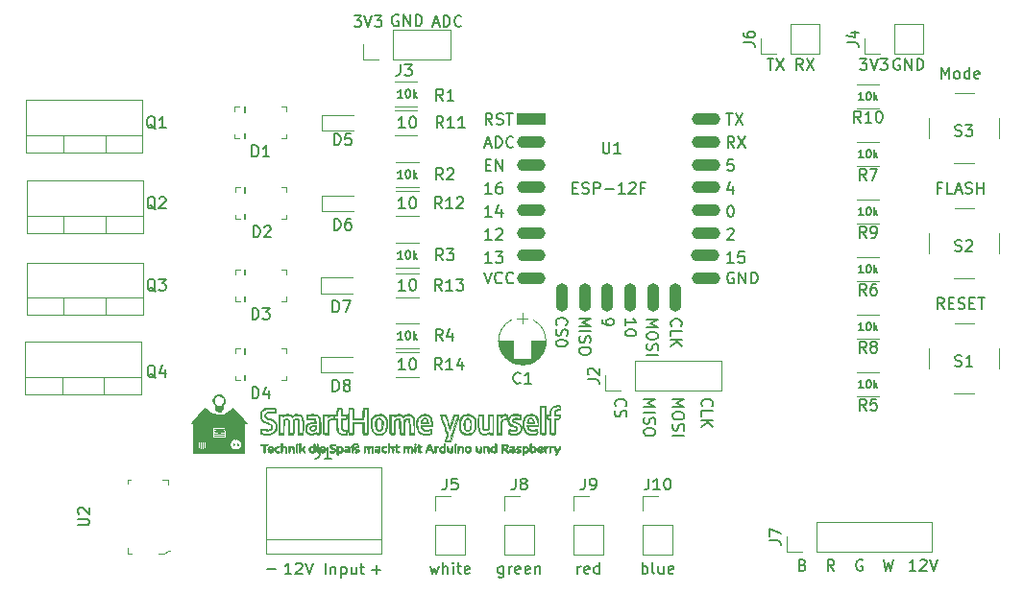
<source format=gbr>
G04 #@! TF.GenerationSoftware,KiCad,Pcbnew,8.0.2*
G04 #@! TF.CreationDate,2024-08-12T21:40:22+02:00*
G04 #@! TF.ProjectId,12v_stripe_controller_mini,3132765f-7374-4726-9970-655f636f6e74,rev?*
G04 #@! TF.SameCoordinates,Original*
G04 #@! TF.FileFunction,Legend,Top*
G04 #@! TF.FilePolarity,Positive*
%FSLAX46Y46*%
G04 Gerber Fmt 4.6, Leading zero omitted, Abs format (unit mm)*
G04 Created by KiCad (PCBNEW 8.0.2) date 2024-08-12 21:40:22*
%MOMM*%
%LPD*%
G01*
G04 APERTURE LIST*
%ADD10C,0.150000*%
%ADD11C,0.100000*%
%ADD12C,0.120000*%
%ADD13C,0.010000*%
%ADD14R,2.500000X1.100000*%
%ADD15O,2.500000X1.100000*%
%ADD16O,1.100000X2.500000*%
G04 APERTURE END LIST*
D10*
X131543189Y-113263326D02*
X130971761Y-113263326D01*
X131257475Y-113263326D02*
X131257475Y-112263326D01*
X131257475Y-112263326D02*
X131162237Y-112406183D01*
X131162237Y-112406183D02*
X131066999Y-112501421D01*
X131066999Y-112501421D02*
X130971761Y-112549040D01*
X132162237Y-112263326D02*
X132257475Y-112263326D01*
X132257475Y-112263326D02*
X132352713Y-112310945D01*
X132352713Y-112310945D02*
X132400332Y-112358564D01*
X132400332Y-112358564D02*
X132447951Y-112453802D01*
X132447951Y-112453802D02*
X132495570Y-112644278D01*
X132495570Y-112644278D02*
X132495570Y-112882373D01*
X132495570Y-112882373D02*
X132447951Y-113072849D01*
X132447951Y-113072849D02*
X132400332Y-113168087D01*
X132400332Y-113168087D02*
X132352713Y-113215707D01*
X132352713Y-113215707D02*
X132257475Y-113263326D01*
X132257475Y-113263326D02*
X132162237Y-113263326D01*
X132162237Y-113263326D02*
X132066999Y-113215707D01*
X132066999Y-113215707D02*
X132019380Y-113168087D01*
X132019380Y-113168087D02*
X131971761Y-113072849D01*
X131971761Y-113072849D02*
X131924142Y-112882373D01*
X131924142Y-112882373D02*
X131924142Y-112644278D01*
X131924142Y-112644278D02*
X131971761Y-112453802D01*
X131971761Y-112453802D02*
X132019380Y-112358564D01*
X132019380Y-112358564D02*
X132066999Y-112310945D01*
X132066999Y-112310945D02*
X132162237Y-112263326D01*
X131543189Y-99039326D02*
X130971761Y-99039326D01*
X131257475Y-99039326D02*
X131257475Y-98039326D01*
X131257475Y-98039326D02*
X131162237Y-98182183D01*
X131162237Y-98182183D02*
X131066999Y-98277421D01*
X131066999Y-98277421D02*
X130971761Y-98325040D01*
X132162237Y-98039326D02*
X132257475Y-98039326D01*
X132257475Y-98039326D02*
X132352713Y-98086945D01*
X132352713Y-98086945D02*
X132400332Y-98134564D01*
X132400332Y-98134564D02*
X132447951Y-98229802D01*
X132447951Y-98229802D02*
X132495570Y-98420278D01*
X132495570Y-98420278D02*
X132495570Y-98658373D01*
X132495570Y-98658373D02*
X132447951Y-98848849D01*
X132447951Y-98848849D02*
X132400332Y-98944087D01*
X132400332Y-98944087D02*
X132352713Y-98991707D01*
X132352713Y-98991707D02*
X132257475Y-99039326D01*
X132257475Y-99039326D02*
X132162237Y-99039326D01*
X132162237Y-99039326D02*
X132066999Y-98991707D01*
X132066999Y-98991707D02*
X132019380Y-98944087D01*
X132019380Y-98944087D02*
X131971761Y-98848849D01*
X131971761Y-98848849D02*
X131924142Y-98658373D01*
X131924142Y-98658373D02*
X131924142Y-98420278D01*
X131924142Y-98420278D02*
X131971761Y-98229802D01*
X131971761Y-98229802D02*
X132019380Y-98134564D01*
X132019380Y-98134564D02*
X132066999Y-98086945D01*
X132066999Y-98086945D02*
X132162237Y-98039326D01*
X131316999Y-96360540D02*
X130916999Y-96360540D01*
X131116999Y-96360540D02*
X131116999Y-95660540D01*
X131116999Y-95660540D02*
X131050332Y-95760540D01*
X131050332Y-95760540D02*
X130983666Y-95827207D01*
X130983666Y-95827207D02*
X130916999Y-95860540D01*
X131750333Y-95660540D02*
X131816999Y-95660540D01*
X131816999Y-95660540D02*
X131883666Y-95693873D01*
X131883666Y-95693873D02*
X131916999Y-95727207D01*
X131916999Y-95727207D02*
X131950333Y-95793873D01*
X131950333Y-95793873D02*
X131983666Y-95927207D01*
X131983666Y-95927207D02*
X131983666Y-96093873D01*
X131983666Y-96093873D02*
X131950333Y-96227207D01*
X131950333Y-96227207D02*
X131916999Y-96293873D01*
X131916999Y-96293873D02*
X131883666Y-96327207D01*
X131883666Y-96327207D02*
X131816999Y-96360540D01*
X131816999Y-96360540D02*
X131750333Y-96360540D01*
X131750333Y-96360540D02*
X131683666Y-96327207D01*
X131683666Y-96327207D02*
X131650333Y-96293873D01*
X131650333Y-96293873D02*
X131616999Y-96227207D01*
X131616999Y-96227207D02*
X131583666Y-96093873D01*
X131583666Y-96093873D02*
X131583666Y-95927207D01*
X131583666Y-95927207D02*
X131616999Y-95793873D01*
X131616999Y-95793873D02*
X131650333Y-95727207D01*
X131650333Y-95727207D02*
X131683666Y-95693873D01*
X131683666Y-95693873D02*
X131750333Y-95660540D01*
X132283666Y-96360540D02*
X132283666Y-95660540D01*
X132350333Y-96093873D02*
X132550333Y-96360540D01*
X132550333Y-95893873D02*
X132283666Y-96160540D01*
X131543189Y-91927326D02*
X130971761Y-91927326D01*
X131257475Y-91927326D02*
X131257475Y-90927326D01*
X131257475Y-90927326D02*
X131162237Y-91070183D01*
X131162237Y-91070183D02*
X131066999Y-91165421D01*
X131066999Y-91165421D02*
X130971761Y-91213040D01*
X132162237Y-90927326D02*
X132257475Y-90927326D01*
X132257475Y-90927326D02*
X132352713Y-90974945D01*
X132352713Y-90974945D02*
X132400332Y-91022564D01*
X132400332Y-91022564D02*
X132447951Y-91117802D01*
X132447951Y-91117802D02*
X132495570Y-91308278D01*
X132495570Y-91308278D02*
X132495570Y-91546373D01*
X132495570Y-91546373D02*
X132447951Y-91736849D01*
X132447951Y-91736849D02*
X132400332Y-91832087D01*
X132400332Y-91832087D02*
X132352713Y-91879707D01*
X132352713Y-91879707D02*
X132257475Y-91927326D01*
X132257475Y-91927326D02*
X132162237Y-91927326D01*
X132162237Y-91927326D02*
X132066999Y-91879707D01*
X132066999Y-91879707D02*
X132019380Y-91832087D01*
X132019380Y-91832087D02*
X131971761Y-91736849D01*
X131971761Y-91736849D02*
X131924142Y-91546373D01*
X131924142Y-91546373D02*
X131924142Y-91308278D01*
X131924142Y-91308278D02*
X131971761Y-91117802D01*
X131971761Y-91117802D02*
X132019380Y-91022564D01*
X132019380Y-91022564D02*
X132066999Y-90974945D01*
X132066999Y-90974945D02*
X132162237Y-90927326D01*
X131316999Y-89248540D02*
X130916999Y-89248540D01*
X131116999Y-89248540D02*
X131116999Y-88548540D01*
X131116999Y-88548540D02*
X131050332Y-88648540D01*
X131050332Y-88648540D02*
X130983666Y-88715207D01*
X130983666Y-88715207D02*
X130916999Y-88748540D01*
X131750333Y-88548540D02*
X131816999Y-88548540D01*
X131816999Y-88548540D02*
X131883666Y-88581873D01*
X131883666Y-88581873D02*
X131916999Y-88615207D01*
X131916999Y-88615207D02*
X131950333Y-88681873D01*
X131950333Y-88681873D02*
X131983666Y-88815207D01*
X131983666Y-88815207D02*
X131983666Y-88981873D01*
X131983666Y-88981873D02*
X131950333Y-89115207D01*
X131950333Y-89115207D02*
X131916999Y-89181873D01*
X131916999Y-89181873D02*
X131883666Y-89215207D01*
X131883666Y-89215207D02*
X131816999Y-89248540D01*
X131816999Y-89248540D02*
X131750333Y-89248540D01*
X131750333Y-89248540D02*
X131683666Y-89215207D01*
X131683666Y-89215207D02*
X131650333Y-89181873D01*
X131650333Y-89181873D02*
X131616999Y-89115207D01*
X131616999Y-89115207D02*
X131583666Y-88981873D01*
X131583666Y-88981873D02*
X131583666Y-88815207D01*
X131583666Y-88815207D02*
X131616999Y-88681873D01*
X131616999Y-88681873D02*
X131650333Y-88615207D01*
X131650333Y-88615207D02*
X131683666Y-88581873D01*
X131683666Y-88581873D02*
X131750333Y-88548540D01*
X132283666Y-89248540D02*
X132283666Y-88548540D01*
X132350333Y-88981873D02*
X132550333Y-89248540D01*
X132550333Y-88781873D02*
X132283666Y-89048540D01*
X131316999Y-103472540D02*
X130916999Y-103472540D01*
X131116999Y-103472540D02*
X131116999Y-102772540D01*
X131116999Y-102772540D02*
X131050332Y-102872540D01*
X131050332Y-102872540D02*
X130983666Y-102939207D01*
X130983666Y-102939207D02*
X130916999Y-102972540D01*
X131750333Y-102772540D02*
X131816999Y-102772540D01*
X131816999Y-102772540D02*
X131883666Y-102805873D01*
X131883666Y-102805873D02*
X131916999Y-102839207D01*
X131916999Y-102839207D02*
X131950333Y-102905873D01*
X131950333Y-102905873D02*
X131983666Y-103039207D01*
X131983666Y-103039207D02*
X131983666Y-103205873D01*
X131983666Y-103205873D02*
X131950333Y-103339207D01*
X131950333Y-103339207D02*
X131916999Y-103405873D01*
X131916999Y-103405873D02*
X131883666Y-103439207D01*
X131883666Y-103439207D02*
X131816999Y-103472540D01*
X131816999Y-103472540D02*
X131750333Y-103472540D01*
X131750333Y-103472540D02*
X131683666Y-103439207D01*
X131683666Y-103439207D02*
X131650333Y-103405873D01*
X131650333Y-103405873D02*
X131616999Y-103339207D01*
X131616999Y-103339207D02*
X131583666Y-103205873D01*
X131583666Y-103205873D02*
X131583666Y-103039207D01*
X131583666Y-103039207D02*
X131616999Y-102905873D01*
X131616999Y-102905873D02*
X131650333Y-102839207D01*
X131650333Y-102839207D02*
X131683666Y-102805873D01*
X131683666Y-102805873D02*
X131750333Y-102772540D01*
X132283666Y-103472540D02*
X132283666Y-102772540D01*
X132350333Y-103205873D02*
X132550333Y-103472540D01*
X132550333Y-103005873D02*
X132283666Y-103272540D01*
X171922333Y-89470033D02*
X171522333Y-89470033D01*
X171722333Y-89470033D02*
X171722333Y-88770033D01*
X171722333Y-88770033D02*
X171655666Y-88870033D01*
X171655666Y-88870033D02*
X171589000Y-88936700D01*
X171589000Y-88936700D02*
X171522333Y-88970033D01*
X172355667Y-88770033D02*
X172422333Y-88770033D01*
X172422333Y-88770033D02*
X172489000Y-88803366D01*
X172489000Y-88803366D02*
X172522333Y-88836700D01*
X172522333Y-88836700D02*
X172555667Y-88903366D01*
X172555667Y-88903366D02*
X172589000Y-89036700D01*
X172589000Y-89036700D02*
X172589000Y-89203366D01*
X172589000Y-89203366D02*
X172555667Y-89336700D01*
X172555667Y-89336700D02*
X172522333Y-89403366D01*
X172522333Y-89403366D02*
X172489000Y-89436700D01*
X172489000Y-89436700D02*
X172422333Y-89470033D01*
X172422333Y-89470033D02*
X172355667Y-89470033D01*
X172355667Y-89470033D02*
X172289000Y-89436700D01*
X172289000Y-89436700D02*
X172255667Y-89403366D01*
X172255667Y-89403366D02*
X172222333Y-89336700D01*
X172222333Y-89336700D02*
X172189000Y-89203366D01*
X172189000Y-89203366D02*
X172189000Y-89036700D01*
X172189000Y-89036700D02*
X172222333Y-88903366D01*
X172222333Y-88903366D02*
X172255667Y-88836700D01*
X172255667Y-88836700D02*
X172289000Y-88803366D01*
X172289000Y-88803366D02*
X172355667Y-88770033D01*
X172889000Y-89470033D02*
X172889000Y-88770033D01*
X172955667Y-89203366D02*
X173155667Y-89470033D01*
X173155667Y-89003366D02*
X172889000Y-89270033D01*
X171922333Y-94550033D02*
X171522333Y-94550033D01*
X171722333Y-94550033D02*
X171722333Y-93850033D01*
X171722333Y-93850033D02*
X171655666Y-93950033D01*
X171655666Y-93950033D02*
X171589000Y-94016700D01*
X171589000Y-94016700D02*
X171522333Y-94050033D01*
X172355667Y-93850033D02*
X172422333Y-93850033D01*
X172422333Y-93850033D02*
X172489000Y-93883366D01*
X172489000Y-93883366D02*
X172522333Y-93916700D01*
X172522333Y-93916700D02*
X172555667Y-93983366D01*
X172555667Y-93983366D02*
X172589000Y-94116700D01*
X172589000Y-94116700D02*
X172589000Y-94283366D01*
X172589000Y-94283366D02*
X172555667Y-94416700D01*
X172555667Y-94416700D02*
X172522333Y-94483366D01*
X172522333Y-94483366D02*
X172489000Y-94516700D01*
X172489000Y-94516700D02*
X172422333Y-94550033D01*
X172422333Y-94550033D02*
X172355667Y-94550033D01*
X172355667Y-94550033D02*
X172289000Y-94516700D01*
X172289000Y-94516700D02*
X172255667Y-94483366D01*
X172255667Y-94483366D02*
X172222333Y-94416700D01*
X172222333Y-94416700D02*
X172189000Y-94283366D01*
X172189000Y-94283366D02*
X172189000Y-94116700D01*
X172189000Y-94116700D02*
X172222333Y-93983366D01*
X172222333Y-93983366D02*
X172255667Y-93916700D01*
X172255667Y-93916700D02*
X172289000Y-93883366D01*
X172289000Y-93883366D02*
X172355667Y-93850033D01*
X172889000Y-94550033D02*
X172889000Y-93850033D01*
X172955667Y-94283366D02*
X173155667Y-94550033D01*
X173155667Y-94083366D02*
X172889000Y-94350033D01*
X171922333Y-99630033D02*
X171522333Y-99630033D01*
X171722333Y-99630033D02*
X171722333Y-98930033D01*
X171722333Y-98930033D02*
X171655666Y-99030033D01*
X171655666Y-99030033D02*
X171589000Y-99096700D01*
X171589000Y-99096700D02*
X171522333Y-99130033D01*
X172355667Y-98930033D02*
X172422333Y-98930033D01*
X172422333Y-98930033D02*
X172489000Y-98963366D01*
X172489000Y-98963366D02*
X172522333Y-98996700D01*
X172522333Y-98996700D02*
X172555667Y-99063366D01*
X172555667Y-99063366D02*
X172589000Y-99196700D01*
X172589000Y-99196700D02*
X172589000Y-99363366D01*
X172589000Y-99363366D02*
X172555667Y-99496700D01*
X172555667Y-99496700D02*
X172522333Y-99563366D01*
X172522333Y-99563366D02*
X172489000Y-99596700D01*
X172489000Y-99596700D02*
X172422333Y-99630033D01*
X172422333Y-99630033D02*
X172355667Y-99630033D01*
X172355667Y-99630033D02*
X172289000Y-99596700D01*
X172289000Y-99596700D02*
X172255667Y-99563366D01*
X172255667Y-99563366D02*
X172222333Y-99496700D01*
X172222333Y-99496700D02*
X172189000Y-99363366D01*
X172189000Y-99363366D02*
X172189000Y-99196700D01*
X172189000Y-99196700D02*
X172222333Y-99063366D01*
X172222333Y-99063366D02*
X172255667Y-98996700D01*
X172255667Y-98996700D02*
X172289000Y-98963366D01*
X172289000Y-98963366D02*
X172355667Y-98930033D01*
X172889000Y-99630033D02*
X172889000Y-98930033D01*
X172955667Y-99363366D02*
X173155667Y-99630033D01*
X173155667Y-99163366D02*
X172889000Y-99430033D01*
X171922333Y-104710033D02*
X171522333Y-104710033D01*
X171722333Y-104710033D02*
X171722333Y-104010033D01*
X171722333Y-104010033D02*
X171655666Y-104110033D01*
X171655666Y-104110033D02*
X171589000Y-104176700D01*
X171589000Y-104176700D02*
X171522333Y-104210033D01*
X172355667Y-104010033D02*
X172422333Y-104010033D01*
X172422333Y-104010033D02*
X172489000Y-104043366D01*
X172489000Y-104043366D02*
X172522333Y-104076700D01*
X172522333Y-104076700D02*
X172555667Y-104143366D01*
X172555667Y-104143366D02*
X172589000Y-104276700D01*
X172589000Y-104276700D02*
X172589000Y-104443366D01*
X172589000Y-104443366D02*
X172555667Y-104576700D01*
X172555667Y-104576700D02*
X172522333Y-104643366D01*
X172522333Y-104643366D02*
X172489000Y-104676700D01*
X172489000Y-104676700D02*
X172422333Y-104710033D01*
X172422333Y-104710033D02*
X172355667Y-104710033D01*
X172355667Y-104710033D02*
X172289000Y-104676700D01*
X172289000Y-104676700D02*
X172255667Y-104643366D01*
X172255667Y-104643366D02*
X172222333Y-104576700D01*
X172222333Y-104576700D02*
X172189000Y-104443366D01*
X172189000Y-104443366D02*
X172189000Y-104276700D01*
X172189000Y-104276700D02*
X172222333Y-104143366D01*
X172222333Y-104143366D02*
X172255667Y-104076700D01*
X172255667Y-104076700D02*
X172289000Y-104043366D01*
X172289000Y-104043366D02*
X172355667Y-104010033D01*
X172889000Y-104710033D02*
X172889000Y-104010033D01*
X172955667Y-104443366D02*
X173155667Y-104710033D01*
X173155667Y-104243366D02*
X172889000Y-104510033D01*
X171922333Y-109790033D02*
X171522333Y-109790033D01*
X171722333Y-109790033D02*
X171722333Y-109090033D01*
X171722333Y-109090033D02*
X171655666Y-109190033D01*
X171655666Y-109190033D02*
X171589000Y-109256700D01*
X171589000Y-109256700D02*
X171522333Y-109290033D01*
X172355667Y-109090033D02*
X172422333Y-109090033D01*
X172422333Y-109090033D02*
X172489000Y-109123366D01*
X172489000Y-109123366D02*
X172522333Y-109156700D01*
X172522333Y-109156700D02*
X172555667Y-109223366D01*
X172555667Y-109223366D02*
X172589000Y-109356700D01*
X172589000Y-109356700D02*
X172589000Y-109523366D01*
X172589000Y-109523366D02*
X172555667Y-109656700D01*
X172555667Y-109656700D02*
X172522333Y-109723366D01*
X172522333Y-109723366D02*
X172489000Y-109756700D01*
X172489000Y-109756700D02*
X172422333Y-109790033D01*
X172422333Y-109790033D02*
X172355667Y-109790033D01*
X172355667Y-109790033D02*
X172289000Y-109756700D01*
X172289000Y-109756700D02*
X172255667Y-109723366D01*
X172255667Y-109723366D02*
X172222333Y-109656700D01*
X172222333Y-109656700D02*
X172189000Y-109523366D01*
X172189000Y-109523366D02*
X172189000Y-109356700D01*
X172189000Y-109356700D02*
X172222333Y-109223366D01*
X172222333Y-109223366D02*
X172255667Y-109156700D01*
X172255667Y-109156700D02*
X172289000Y-109123366D01*
X172289000Y-109123366D02*
X172355667Y-109090033D01*
X172889000Y-109790033D02*
X172889000Y-109090033D01*
X172955667Y-109523366D02*
X173155667Y-109790033D01*
X173155667Y-109323366D02*
X172889000Y-109590033D01*
X171922333Y-114870033D02*
X171522333Y-114870033D01*
X171722333Y-114870033D02*
X171722333Y-114170033D01*
X171722333Y-114170033D02*
X171655666Y-114270033D01*
X171655666Y-114270033D02*
X171589000Y-114336700D01*
X171589000Y-114336700D02*
X171522333Y-114370033D01*
X172355667Y-114170033D02*
X172422333Y-114170033D01*
X172422333Y-114170033D02*
X172489000Y-114203366D01*
X172489000Y-114203366D02*
X172522333Y-114236700D01*
X172522333Y-114236700D02*
X172555667Y-114303366D01*
X172555667Y-114303366D02*
X172589000Y-114436700D01*
X172589000Y-114436700D02*
X172589000Y-114603366D01*
X172589000Y-114603366D02*
X172555667Y-114736700D01*
X172555667Y-114736700D02*
X172522333Y-114803366D01*
X172522333Y-114803366D02*
X172489000Y-114836700D01*
X172489000Y-114836700D02*
X172422333Y-114870033D01*
X172422333Y-114870033D02*
X172355667Y-114870033D01*
X172355667Y-114870033D02*
X172289000Y-114836700D01*
X172289000Y-114836700D02*
X172255667Y-114803366D01*
X172255667Y-114803366D02*
X172222333Y-114736700D01*
X172222333Y-114736700D02*
X172189000Y-114603366D01*
X172189000Y-114603366D02*
X172189000Y-114436700D01*
X172189000Y-114436700D02*
X172222333Y-114303366D01*
X172222333Y-114303366D02*
X172255667Y-114236700D01*
X172255667Y-114236700D02*
X172289000Y-114203366D01*
X172289000Y-114203366D02*
X172355667Y-114170033D01*
X172889000Y-114870033D02*
X172889000Y-114170033D01*
X172955667Y-114603366D02*
X173155667Y-114870033D01*
X173155667Y-114403366D02*
X172889000Y-114670033D01*
X152580180Y-115906779D02*
X153580180Y-115906779D01*
X153580180Y-115906779D02*
X152865895Y-116240112D01*
X152865895Y-116240112D02*
X153580180Y-116573445D01*
X153580180Y-116573445D02*
X152580180Y-116573445D01*
X152580180Y-117049636D02*
X153580180Y-117049636D01*
X152627800Y-117478207D02*
X152580180Y-117621064D01*
X152580180Y-117621064D02*
X152580180Y-117859159D01*
X152580180Y-117859159D02*
X152627800Y-117954397D01*
X152627800Y-117954397D02*
X152675419Y-118002016D01*
X152675419Y-118002016D02*
X152770657Y-118049635D01*
X152770657Y-118049635D02*
X152865895Y-118049635D01*
X152865895Y-118049635D02*
X152961133Y-118002016D01*
X152961133Y-118002016D02*
X153008752Y-117954397D01*
X153008752Y-117954397D02*
X153056371Y-117859159D01*
X153056371Y-117859159D02*
X153103990Y-117668683D01*
X153103990Y-117668683D02*
X153151609Y-117573445D01*
X153151609Y-117573445D02*
X153199228Y-117525826D01*
X153199228Y-117525826D02*
X153294466Y-117478207D01*
X153294466Y-117478207D02*
X153389704Y-117478207D01*
X153389704Y-117478207D02*
X153484942Y-117525826D01*
X153484942Y-117525826D02*
X153532561Y-117573445D01*
X153532561Y-117573445D02*
X153580180Y-117668683D01*
X153580180Y-117668683D02*
X153580180Y-117906778D01*
X153580180Y-117906778D02*
X153532561Y-118049635D01*
X153580180Y-118668683D02*
X153580180Y-118859159D01*
X153580180Y-118859159D02*
X153532561Y-118954397D01*
X153532561Y-118954397D02*
X153437323Y-119049635D01*
X153437323Y-119049635D02*
X153246847Y-119097254D01*
X153246847Y-119097254D02*
X152913514Y-119097254D01*
X152913514Y-119097254D02*
X152723038Y-119049635D01*
X152723038Y-119049635D02*
X152627800Y-118954397D01*
X152627800Y-118954397D02*
X152580180Y-118859159D01*
X152580180Y-118859159D02*
X152580180Y-118668683D01*
X152580180Y-118668683D02*
X152627800Y-118573445D01*
X152627800Y-118573445D02*
X152723038Y-118478207D01*
X152723038Y-118478207D02*
X152913514Y-118430588D01*
X152913514Y-118430588D02*
X153246847Y-118430588D01*
X153246847Y-118430588D02*
X153437323Y-118478207D01*
X153437323Y-118478207D02*
X153532561Y-118573445D01*
X153532561Y-118573445D02*
X153580180Y-118668683D01*
X155120180Y-115906779D02*
X156120180Y-115906779D01*
X156120180Y-115906779D02*
X155405895Y-116240112D01*
X155405895Y-116240112D02*
X156120180Y-116573445D01*
X156120180Y-116573445D02*
X155120180Y-116573445D01*
X156120180Y-117240112D02*
X156120180Y-117430588D01*
X156120180Y-117430588D02*
X156072561Y-117525826D01*
X156072561Y-117525826D02*
X155977323Y-117621064D01*
X155977323Y-117621064D02*
X155786847Y-117668683D01*
X155786847Y-117668683D02*
X155453514Y-117668683D01*
X155453514Y-117668683D02*
X155263038Y-117621064D01*
X155263038Y-117621064D02*
X155167800Y-117525826D01*
X155167800Y-117525826D02*
X155120180Y-117430588D01*
X155120180Y-117430588D02*
X155120180Y-117240112D01*
X155120180Y-117240112D02*
X155167800Y-117144874D01*
X155167800Y-117144874D02*
X155263038Y-117049636D01*
X155263038Y-117049636D02*
X155453514Y-117002017D01*
X155453514Y-117002017D02*
X155786847Y-117002017D01*
X155786847Y-117002017D02*
X155977323Y-117049636D01*
X155977323Y-117049636D02*
X156072561Y-117144874D01*
X156072561Y-117144874D02*
X156120180Y-117240112D01*
X155167800Y-118049636D02*
X155120180Y-118192493D01*
X155120180Y-118192493D02*
X155120180Y-118430588D01*
X155120180Y-118430588D02*
X155167800Y-118525826D01*
X155167800Y-118525826D02*
X155215419Y-118573445D01*
X155215419Y-118573445D02*
X155310657Y-118621064D01*
X155310657Y-118621064D02*
X155405895Y-118621064D01*
X155405895Y-118621064D02*
X155501133Y-118573445D01*
X155501133Y-118573445D02*
X155548752Y-118525826D01*
X155548752Y-118525826D02*
X155596371Y-118430588D01*
X155596371Y-118430588D02*
X155643990Y-118240112D01*
X155643990Y-118240112D02*
X155691609Y-118144874D01*
X155691609Y-118144874D02*
X155739228Y-118097255D01*
X155739228Y-118097255D02*
X155834466Y-118049636D01*
X155834466Y-118049636D02*
X155929704Y-118049636D01*
X155929704Y-118049636D02*
X156024942Y-118097255D01*
X156024942Y-118097255D02*
X156072561Y-118144874D01*
X156072561Y-118144874D02*
X156120180Y-118240112D01*
X156120180Y-118240112D02*
X156120180Y-118478207D01*
X156120180Y-118478207D02*
X156072561Y-118621064D01*
X155120180Y-119049636D02*
X156120180Y-119049636D01*
X157755419Y-116478207D02*
X157707800Y-116430588D01*
X157707800Y-116430588D02*
X157660180Y-116287731D01*
X157660180Y-116287731D02*
X157660180Y-116192493D01*
X157660180Y-116192493D02*
X157707800Y-116049636D01*
X157707800Y-116049636D02*
X157803038Y-115954398D01*
X157803038Y-115954398D02*
X157898276Y-115906779D01*
X157898276Y-115906779D02*
X158088752Y-115859160D01*
X158088752Y-115859160D02*
X158231609Y-115859160D01*
X158231609Y-115859160D02*
X158422085Y-115906779D01*
X158422085Y-115906779D02*
X158517323Y-115954398D01*
X158517323Y-115954398D02*
X158612561Y-116049636D01*
X158612561Y-116049636D02*
X158660180Y-116192493D01*
X158660180Y-116192493D02*
X158660180Y-116287731D01*
X158660180Y-116287731D02*
X158612561Y-116430588D01*
X158612561Y-116430588D02*
X158564942Y-116478207D01*
X157660180Y-117382969D02*
X157660180Y-116906779D01*
X157660180Y-116906779D02*
X158660180Y-116906779D01*
X157660180Y-117716303D02*
X158660180Y-117716303D01*
X157660180Y-118287731D02*
X158231609Y-117859160D01*
X158660180Y-118287731D02*
X158088752Y-117716303D01*
X166568428Y-130487009D02*
X166711285Y-130534628D01*
X166711285Y-130534628D02*
X166758904Y-130582247D01*
X166758904Y-130582247D02*
X166806523Y-130677485D01*
X166806523Y-130677485D02*
X166806523Y-130820342D01*
X166806523Y-130820342D02*
X166758904Y-130915580D01*
X166758904Y-130915580D02*
X166711285Y-130963200D01*
X166711285Y-130963200D02*
X166616047Y-131010819D01*
X166616047Y-131010819D02*
X166235095Y-131010819D01*
X166235095Y-131010819D02*
X166235095Y-130010819D01*
X166235095Y-130010819D02*
X166568428Y-130010819D01*
X166568428Y-130010819D02*
X166663666Y-130058438D01*
X166663666Y-130058438D02*
X166711285Y-130106057D01*
X166711285Y-130106057D02*
X166758904Y-130201295D01*
X166758904Y-130201295D02*
X166758904Y-130296533D01*
X166758904Y-130296533D02*
X166711285Y-130391771D01*
X166711285Y-130391771D02*
X166663666Y-130439390D01*
X166663666Y-130439390D02*
X166568428Y-130487009D01*
X166568428Y-130487009D02*
X166235095Y-130487009D01*
X171838904Y-130058438D02*
X171743666Y-130010819D01*
X171743666Y-130010819D02*
X171600809Y-130010819D01*
X171600809Y-130010819D02*
X171457952Y-130058438D01*
X171457952Y-130058438D02*
X171362714Y-130153676D01*
X171362714Y-130153676D02*
X171315095Y-130248914D01*
X171315095Y-130248914D02*
X171267476Y-130439390D01*
X171267476Y-130439390D02*
X171267476Y-130582247D01*
X171267476Y-130582247D02*
X171315095Y-130772723D01*
X171315095Y-130772723D02*
X171362714Y-130867961D01*
X171362714Y-130867961D02*
X171457952Y-130963200D01*
X171457952Y-130963200D02*
X171600809Y-131010819D01*
X171600809Y-131010819D02*
X171696047Y-131010819D01*
X171696047Y-131010819D02*
X171838904Y-130963200D01*
X171838904Y-130963200D02*
X171886523Y-130915580D01*
X171886523Y-130915580D02*
X171886523Y-130582247D01*
X171886523Y-130582247D02*
X171696047Y-130582247D01*
X163449095Y-85814819D02*
X164020523Y-85814819D01*
X163734809Y-86814819D02*
X163734809Y-85814819D01*
X164258619Y-85814819D02*
X164925285Y-86814819D01*
X164925285Y-85814819D02*
X164258619Y-86814819D01*
X173688429Y-130010819D02*
X173926524Y-131010819D01*
X173926524Y-131010819D02*
X174117000Y-130296533D01*
X174117000Y-130296533D02*
X174307476Y-131010819D01*
X174307476Y-131010819D02*
X174545572Y-130010819D01*
X176545952Y-131010819D02*
X175974524Y-131010819D01*
X176260238Y-131010819D02*
X176260238Y-130010819D01*
X176260238Y-130010819D02*
X176165000Y-130153676D01*
X176165000Y-130153676D02*
X176069762Y-130248914D01*
X176069762Y-130248914D02*
X175974524Y-130296533D01*
X176926905Y-130106057D02*
X176974524Y-130058438D01*
X176974524Y-130058438D02*
X177069762Y-130010819D01*
X177069762Y-130010819D02*
X177307857Y-130010819D01*
X177307857Y-130010819D02*
X177403095Y-130058438D01*
X177403095Y-130058438D02*
X177450714Y-130106057D01*
X177450714Y-130106057D02*
X177498333Y-130201295D01*
X177498333Y-130201295D02*
X177498333Y-130296533D01*
X177498333Y-130296533D02*
X177450714Y-130439390D01*
X177450714Y-130439390D02*
X176879286Y-131010819D01*
X176879286Y-131010819D02*
X177498333Y-131010819D01*
X177784048Y-130010819D02*
X178117381Y-131010819D01*
X178117381Y-131010819D02*
X178450714Y-130010819D01*
X175133095Y-85862438D02*
X175037857Y-85814819D01*
X175037857Y-85814819D02*
X174895000Y-85814819D01*
X174895000Y-85814819D02*
X174752143Y-85862438D01*
X174752143Y-85862438D02*
X174656905Y-85957676D01*
X174656905Y-85957676D02*
X174609286Y-86052914D01*
X174609286Y-86052914D02*
X174561667Y-86243390D01*
X174561667Y-86243390D02*
X174561667Y-86386247D01*
X174561667Y-86386247D02*
X174609286Y-86576723D01*
X174609286Y-86576723D02*
X174656905Y-86671961D01*
X174656905Y-86671961D02*
X174752143Y-86767200D01*
X174752143Y-86767200D02*
X174895000Y-86814819D01*
X174895000Y-86814819D02*
X174990238Y-86814819D01*
X174990238Y-86814819D02*
X175133095Y-86767200D01*
X175133095Y-86767200D02*
X175180714Y-86719580D01*
X175180714Y-86719580D02*
X175180714Y-86386247D01*
X175180714Y-86386247D02*
X174990238Y-86386247D01*
X175609286Y-86814819D02*
X175609286Y-85814819D01*
X175609286Y-85814819D02*
X176180714Y-86814819D01*
X176180714Y-86814819D02*
X176180714Y-85814819D01*
X176656905Y-86814819D02*
X176656905Y-85814819D01*
X176656905Y-85814819D02*
X176895000Y-85814819D01*
X176895000Y-85814819D02*
X177037857Y-85862438D01*
X177037857Y-85862438D02*
X177133095Y-85957676D01*
X177133095Y-85957676D02*
X177180714Y-86052914D01*
X177180714Y-86052914D02*
X177228333Y-86243390D01*
X177228333Y-86243390D02*
X177228333Y-86386247D01*
X177228333Y-86386247D02*
X177180714Y-86576723D01*
X177180714Y-86576723D02*
X177133095Y-86671961D01*
X177133095Y-86671961D02*
X177037857Y-86767200D01*
X177037857Y-86767200D02*
X176895000Y-86814819D01*
X176895000Y-86814819D02*
X176656905Y-86814819D01*
X169346523Y-131010819D02*
X169013190Y-130534628D01*
X168775095Y-131010819D02*
X168775095Y-130010819D01*
X168775095Y-130010819D02*
X169156047Y-130010819D01*
X169156047Y-130010819D02*
X169251285Y-130058438D01*
X169251285Y-130058438D02*
X169298904Y-130106057D01*
X169298904Y-130106057D02*
X169346523Y-130201295D01*
X169346523Y-130201295D02*
X169346523Y-130344152D01*
X169346523Y-130344152D02*
X169298904Y-130439390D01*
X169298904Y-130439390D02*
X169251285Y-130487009D01*
X169251285Y-130487009D02*
X169156047Y-130534628D01*
X169156047Y-130534628D02*
X168775095Y-130534628D01*
X166584333Y-86814819D02*
X166251000Y-86338628D01*
X166012905Y-86814819D02*
X166012905Y-85814819D01*
X166012905Y-85814819D02*
X166393857Y-85814819D01*
X166393857Y-85814819D02*
X166489095Y-85862438D01*
X166489095Y-85862438D02*
X166536714Y-85910057D01*
X166536714Y-85910057D02*
X166584333Y-86005295D01*
X166584333Y-86005295D02*
X166584333Y-86148152D01*
X166584333Y-86148152D02*
X166536714Y-86243390D01*
X166536714Y-86243390D02*
X166489095Y-86291009D01*
X166489095Y-86291009D02*
X166393857Y-86338628D01*
X166393857Y-86338628D02*
X166012905Y-86338628D01*
X166917667Y-85814819D02*
X167584333Y-86814819D01*
X167584333Y-85814819D02*
X166917667Y-86814819D01*
X171608905Y-85814819D02*
X172227952Y-85814819D01*
X172227952Y-85814819D02*
X171894619Y-86195771D01*
X171894619Y-86195771D02*
X172037476Y-86195771D01*
X172037476Y-86195771D02*
X172132714Y-86243390D01*
X172132714Y-86243390D02*
X172180333Y-86291009D01*
X172180333Y-86291009D02*
X172227952Y-86386247D01*
X172227952Y-86386247D02*
X172227952Y-86624342D01*
X172227952Y-86624342D02*
X172180333Y-86719580D01*
X172180333Y-86719580D02*
X172132714Y-86767200D01*
X172132714Y-86767200D02*
X172037476Y-86814819D01*
X172037476Y-86814819D02*
X171751762Y-86814819D01*
X171751762Y-86814819D02*
X171656524Y-86767200D01*
X171656524Y-86767200D02*
X171608905Y-86719580D01*
X172513667Y-85814819D02*
X172847000Y-86814819D01*
X172847000Y-86814819D02*
X173180333Y-85814819D01*
X173418429Y-85814819D02*
X174037476Y-85814819D01*
X174037476Y-85814819D02*
X173704143Y-86195771D01*
X173704143Y-86195771D02*
X173847000Y-86195771D01*
X173847000Y-86195771D02*
X173942238Y-86243390D01*
X173942238Y-86243390D02*
X173989857Y-86291009D01*
X173989857Y-86291009D02*
X174037476Y-86386247D01*
X174037476Y-86386247D02*
X174037476Y-86624342D01*
X174037476Y-86624342D02*
X173989857Y-86719580D01*
X173989857Y-86719580D02*
X173942238Y-86767200D01*
X173942238Y-86767200D02*
X173847000Y-86814819D01*
X173847000Y-86814819D02*
X173561286Y-86814819D01*
X173561286Y-86814819D02*
X173466048Y-86767200D01*
X173466048Y-86767200D02*
X173418429Y-86719580D01*
X133723286Y-130598152D02*
X133913762Y-131264819D01*
X133913762Y-131264819D02*
X134104238Y-130788628D01*
X134104238Y-130788628D02*
X134294714Y-131264819D01*
X134294714Y-131264819D02*
X134485190Y-130598152D01*
X134866143Y-131264819D02*
X134866143Y-130264819D01*
X135294714Y-131264819D02*
X135294714Y-130741009D01*
X135294714Y-130741009D02*
X135247095Y-130645771D01*
X135247095Y-130645771D02*
X135151857Y-130598152D01*
X135151857Y-130598152D02*
X135009000Y-130598152D01*
X135009000Y-130598152D02*
X134913762Y-130645771D01*
X134913762Y-130645771D02*
X134866143Y-130693390D01*
X135770905Y-131264819D02*
X135770905Y-130598152D01*
X135770905Y-130264819D02*
X135723286Y-130312438D01*
X135723286Y-130312438D02*
X135770905Y-130360057D01*
X135770905Y-130360057D02*
X135818524Y-130312438D01*
X135818524Y-130312438D02*
X135770905Y-130264819D01*
X135770905Y-130264819D02*
X135770905Y-130360057D01*
X136104238Y-130598152D02*
X136485190Y-130598152D01*
X136247095Y-130264819D02*
X136247095Y-131121961D01*
X136247095Y-131121961D02*
X136294714Y-131217200D01*
X136294714Y-131217200D02*
X136389952Y-131264819D01*
X136389952Y-131264819D02*
X136485190Y-131264819D01*
X137199476Y-131217200D02*
X137104238Y-131264819D01*
X137104238Y-131264819D02*
X136913762Y-131264819D01*
X136913762Y-131264819D02*
X136818524Y-131217200D01*
X136818524Y-131217200D02*
X136770905Y-131121961D01*
X136770905Y-131121961D02*
X136770905Y-130741009D01*
X136770905Y-130741009D02*
X136818524Y-130645771D01*
X136818524Y-130645771D02*
X136913762Y-130598152D01*
X136913762Y-130598152D02*
X137104238Y-130598152D01*
X137104238Y-130598152D02*
X137199476Y-130645771D01*
X137199476Y-130645771D02*
X137247095Y-130741009D01*
X137247095Y-130741009D02*
X137247095Y-130836247D01*
X137247095Y-130836247D02*
X136770905Y-130931485D01*
X127031905Y-82004819D02*
X127650952Y-82004819D01*
X127650952Y-82004819D02*
X127317619Y-82385771D01*
X127317619Y-82385771D02*
X127460476Y-82385771D01*
X127460476Y-82385771D02*
X127555714Y-82433390D01*
X127555714Y-82433390D02*
X127603333Y-82481009D01*
X127603333Y-82481009D02*
X127650952Y-82576247D01*
X127650952Y-82576247D02*
X127650952Y-82814342D01*
X127650952Y-82814342D02*
X127603333Y-82909580D01*
X127603333Y-82909580D02*
X127555714Y-82957200D01*
X127555714Y-82957200D02*
X127460476Y-83004819D01*
X127460476Y-83004819D02*
X127174762Y-83004819D01*
X127174762Y-83004819D02*
X127079524Y-82957200D01*
X127079524Y-82957200D02*
X127031905Y-82909580D01*
X127936667Y-82004819D02*
X128270000Y-83004819D01*
X128270000Y-83004819D02*
X128603333Y-82004819D01*
X128841429Y-82004819D02*
X129460476Y-82004819D01*
X129460476Y-82004819D02*
X129127143Y-82385771D01*
X129127143Y-82385771D02*
X129270000Y-82385771D01*
X129270000Y-82385771D02*
X129365238Y-82433390D01*
X129365238Y-82433390D02*
X129412857Y-82481009D01*
X129412857Y-82481009D02*
X129460476Y-82576247D01*
X129460476Y-82576247D02*
X129460476Y-82814342D01*
X129460476Y-82814342D02*
X129412857Y-82909580D01*
X129412857Y-82909580D02*
X129365238Y-82957200D01*
X129365238Y-82957200D02*
X129270000Y-83004819D01*
X129270000Y-83004819D02*
X128984286Y-83004819D01*
X128984286Y-83004819D02*
X128889048Y-82957200D01*
X128889048Y-82957200D02*
X128841429Y-82909580D01*
X146748619Y-131264819D02*
X146748619Y-130598152D01*
X146748619Y-130788628D02*
X146796238Y-130693390D01*
X146796238Y-130693390D02*
X146843857Y-130645771D01*
X146843857Y-130645771D02*
X146939095Y-130598152D01*
X146939095Y-130598152D02*
X147034333Y-130598152D01*
X147748619Y-131217200D02*
X147653381Y-131264819D01*
X147653381Y-131264819D02*
X147462905Y-131264819D01*
X147462905Y-131264819D02*
X147367667Y-131217200D01*
X147367667Y-131217200D02*
X147320048Y-131121961D01*
X147320048Y-131121961D02*
X147320048Y-130741009D01*
X147320048Y-130741009D02*
X147367667Y-130645771D01*
X147367667Y-130645771D02*
X147462905Y-130598152D01*
X147462905Y-130598152D02*
X147653381Y-130598152D01*
X147653381Y-130598152D02*
X147748619Y-130645771D01*
X147748619Y-130645771D02*
X147796238Y-130741009D01*
X147796238Y-130741009D02*
X147796238Y-130836247D01*
X147796238Y-130836247D02*
X147320048Y-130931485D01*
X148653381Y-131264819D02*
X148653381Y-130264819D01*
X148653381Y-131217200D02*
X148558143Y-131264819D01*
X148558143Y-131264819D02*
X148367667Y-131264819D01*
X148367667Y-131264819D02*
X148272429Y-131217200D01*
X148272429Y-131217200D02*
X148224810Y-131169580D01*
X148224810Y-131169580D02*
X148177191Y-131074342D01*
X148177191Y-131074342D02*
X148177191Y-130788628D01*
X148177191Y-130788628D02*
X148224810Y-130693390D01*
X148224810Y-130693390D02*
X148272429Y-130645771D01*
X148272429Y-130645771D02*
X148367667Y-130598152D01*
X148367667Y-130598152D02*
X148558143Y-130598152D01*
X148558143Y-130598152D02*
X148653381Y-130645771D01*
X179014618Y-107896819D02*
X178681285Y-107420628D01*
X178443190Y-107896819D02*
X178443190Y-106896819D01*
X178443190Y-106896819D02*
X178824142Y-106896819D01*
X178824142Y-106896819D02*
X178919380Y-106944438D01*
X178919380Y-106944438D02*
X178966999Y-106992057D01*
X178966999Y-106992057D02*
X179014618Y-107087295D01*
X179014618Y-107087295D02*
X179014618Y-107230152D01*
X179014618Y-107230152D02*
X178966999Y-107325390D01*
X178966999Y-107325390D02*
X178919380Y-107373009D01*
X178919380Y-107373009D02*
X178824142Y-107420628D01*
X178824142Y-107420628D02*
X178443190Y-107420628D01*
X179443190Y-107373009D02*
X179776523Y-107373009D01*
X179919380Y-107896819D02*
X179443190Y-107896819D01*
X179443190Y-107896819D02*
X179443190Y-106896819D01*
X179443190Y-106896819D02*
X179919380Y-106896819D01*
X180300333Y-107849200D02*
X180443190Y-107896819D01*
X180443190Y-107896819D02*
X180681285Y-107896819D01*
X180681285Y-107896819D02*
X180776523Y-107849200D01*
X180776523Y-107849200D02*
X180824142Y-107801580D01*
X180824142Y-107801580D02*
X180871761Y-107706342D01*
X180871761Y-107706342D02*
X180871761Y-107611104D01*
X180871761Y-107611104D02*
X180824142Y-107515866D01*
X180824142Y-107515866D02*
X180776523Y-107468247D01*
X180776523Y-107468247D02*
X180681285Y-107420628D01*
X180681285Y-107420628D02*
X180490809Y-107373009D01*
X180490809Y-107373009D02*
X180395571Y-107325390D01*
X180395571Y-107325390D02*
X180347952Y-107277771D01*
X180347952Y-107277771D02*
X180300333Y-107182533D01*
X180300333Y-107182533D02*
X180300333Y-107087295D01*
X180300333Y-107087295D02*
X180347952Y-106992057D01*
X180347952Y-106992057D02*
X180395571Y-106944438D01*
X180395571Y-106944438D02*
X180490809Y-106896819D01*
X180490809Y-106896819D02*
X180728904Y-106896819D01*
X180728904Y-106896819D02*
X180871761Y-106944438D01*
X181300333Y-107373009D02*
X181633666Y-107373009D01*
X181776523Y-107896819D02*
X181300333Y-107896819D01*
X181300333Y-107896819D02*
X181300333Y-106896819D01*
X181300333Y-106896819D02*
X181776523Y-106896819D01*
X182062238Y-106896819D02*
X182633666Y-106896819D01*
X182347952Y-107896819D02*
X182347952Y-106896819D01*
X152439857Y-131264819D02*
X152439857Y-130264819D01*
X152439857Y-130645771D02*
X152535095Y-130598152D01*
X152535095Y-130598152D02*
X152725571Y-130598152D01*
X152725571Y-130598152D02*
X152820809Y-130645771D01*
X152820809Y-130645771D02*
X152868428Y-130693390D01*
X152868428Y-130693390D02*
X152916047Y-130788628D01*
X152916047Y-130788628D02*
X152916047Y-131074342D01*
X152916047Y-131074342D02*
X152868428Y-131169580D01*
X152868428Y-131169580D02*
X152820809Y-131217200D01*
X152820809Y-131217200D02*
X152725571Y-131264819D01*
X152725571Y-131264819D02*
X152535095Y-131264819D01*
X152535095Y-131264819D02*
X152439857Y-131217200D01*
X153487476Y-131264819D02*
X153392238Y-131217200D01*
X153392238Y-131217200D02*
X153344619Y-131121961D01*
X153344619Y-131121961D02*
X153344619Y-130264819D01*
X154297000Y-130598152D02*
X154297000Y-131264819D01*
X153868429Y-130598152D02*
X153868429Y-131121961D01*
X153868429Y-131121961D02*
X153916048Y-131217200D01*
X153916048Y-131217200D02*
X154011286Y-131264819D01*
X154011286Y-131264819D02*
X154154143Y-131264819D01*
X154154143Y-131264819D02*
X154249381Y-131217200D01*
X154249381Y-131217200D02*
X154297000Y-131169580D01*
X155154143Y-131217200D02*
X155058905Y-131264819D01*
X155058905Y-131264819D02*
X154868429Y-131264819D01*
X154868429Y-131264819D02*
X154773191Y-131217200D01*
X154773191Y-131217200D02*
X154725572Y-131121961D01*
X154725572Y-131121961D02*
X154725572Y-130741009D01*
X154725572Y-130741009D02*
X154773191Y-130645771D01*
X154773191Y-130645771D02*
X154868429Y-130598152D01*
X154868429Y-130598152D02*
X155058905Y-130598152D01*
X155058905Y-130598152D02*
X155154143Y-130645771D01*
X155154143Y-130645771D02*
X155201762Y-130741009D01*
X155201762Y-130741009D02*
X155201762Y-130836247D01*
X155201762Y-130836247D02*
X154725572Y-130931485D01*
X130937443Y-81991729D02*
X130842205Y-81944110D01*
X130842205Y-81944110D02*
X130699348Y-81944110D01*
X130699348Y-81944110D02*
X130556491Y-81991729D01*
X130556491Y-81991729D02*
X130461253Y-82086967D01*
X130461253Y-82086967D02*
X130413634Y-82182205D01*
X130413634Y-82182205D02*
X130366015Y-82372681D01*
X130366015Y-82372681D02*
X130366015Y-82515538D01*
X130366015Y-82515538D02*
X130413634Y-82706014D01*
X130413634Y-82706014D02*
X130461253Y-82801252D01*
X130461253Y-82801252D02*
X130556491Y-82896491D01*
X130556491Y-82896491D02*
X130699348Y-82944110D01*
X130699348Y-82944110D02*
X130794586Y-82944110D01*
X130794586Y-82944110D02*
X130937443Y-82896491D01*
X130937443Y-82896491D02*
X130985062Y-82848871D01*
X130985062Y-82848871D02*
X130985062Y-82515538D01*
X130985062Y-82515538D02*
X130794586Y-82515538D01*
X131413634Y-82944110D02*
X131413634Y-81944110D01*
X131413634Y-81944110D02*
X131985062Y-82944110D01*
X131985062Y-82944110D02*
X131985062Y-81944110D01*
X132461253Y-82944110D02*
X132461253Y-81944110D01*
X132461253Y-81944110D02*
X132699348Y-81944110D01*
X132699348Y-81944110D02*
X132842205Y-81991729D01*
X132842205Y-81991729D02*
X132937443Y-82086967D01*
X132937443Y-82086967D02*
X132985062Y-82182205D01*
X132985062Y-82182205D02*
X133032681Y-82372681D01*
X133032681Y-82372681D02*
X133032681Y-82515538D01*
X133032681Y-82515538D02*
X132985062Y-82706014D01*
X132985062Y-82706014D02*
X132937443Y-82801252D01*
X132937443Y-82801252D02*
X132842205Y-82896491D01*
X132842205Y-82896491D02*
X132699348Y-82944110D01*
X132699348Y-82944110D02*
X132461253Y-82944110D01*
X178776523Y-97213009D02*
X178443190Y-97213009D01*
X178443190Y-97736819D02*
X178443190Y-96736819D01*
X178443190Y-96736819D02*
X178919380Y-96736819D01*
X179776523Y-97736819D02*
X179300333Y-97736819D01*
X179300333Y-97736819D02*
X179300333Y-96736819D01*
X180062238Y-97451104D02*
X180538428Y-97451104D01*
X179967000Y-97736819D02*
X180300333Y-96736819D01*
X180300333Y-96736819D02*
X180633666Y-97736819D01*
X180919381Y-97689200D02*
X181062238Y-97736819D01*
X181062238Y-97736819D02*
X181300333Y-97736819D01*
X181300333Y-97736819D02*
X181395571Y-97689200D01*
X181395571Y-97689200D02*
X181443190Y-97641580D01*
X181443190Y-97641580D02*
X181490809Y-97546342D01*
X181490809Y-97546342D02*
X181490809Y-97451104D01*
X181490809Y-97451104D02*
X181443190Y-97355866D01*
X181443190Y-97355866D02*
X181395571Y-97308247D01*
X181395571Y-97308247D02*
X181300333Y-97260628D01*
X181300333Y-97260628D02*
X181109857Y-97213009D01*
X181109857Y-97213009D02*
X181014619Y-97165390D01*
X181014619Y-97165390D02*
X180967000Y-97117771D01*
X180967000Y-97117771D02*
X180919381Y-97022533D01*
X180919381Y-97022533D02*
X180919381Y-96927295D01*
X180919381Y-96927295D02*
X180967000Y-96832057D01*
X180967000Y-96832057D02*
X181014619Y-96784438D01*
X181014619Y-96784438D02*
X181109857Y-96736819D01*
X181109857Y-96736819D02*
X181347952Y-96736819D01*
X181347952Y-96736819D02*
X181490809Y-96784438D01*
X181919381Y-97736819D02*
X181919381Y-96736819D01*
X181919381Y-97213009D02*
X182490809Y-97213009D01*
X182490809Y-97736819D02*
X182490809Y-96736819D01*
X140200237Y-130598152D02*
X140200237Y-131407676D01*
X140200237Y-131407676D02*
X140152618Y-131502914D01*
X140152618Y-131502914D02*
X140104999Y-131550533D01*
X140104999Y-131550533D02*
X140009761Y-131598152D01*
X140009761Y-131598152D02*
X139866904Y-131598152D01*
X139866904Y-131598152D02*
X139771666Y-131550533D01*
X140200237Y-131217200D02*
X140104999Y-131264819D01*
X140104999Y-131264819D02*
X139914523Y-131264819D01*
X139914523Y-131264819D02*
X139819285Y-131217200D01*
X139819285Y-131217200D02*
X139771666Y-131169580D01*
X139771666Y-131169580D02*
X139724047Y-131074342D01*
X139724047Y-131074342D02*
X139724047Y-130788628D01*
X139724047Y-130788628D02*
X139771666Y-130693390D01*
X139771666Y-130693390D02*
X139819285Y-130645771D01*
X139819285Y-130645771D02*
X139914523Y-130598152D01*
X139914523Y-130598152D02*
X140104999Y-130598152D01*
X140104999Y-130598152D02*
X140200237Y-130645771D01*
X140676428Y-131264819D02*
X140676428Y-130598152D01*
X140676428Y-130788628D02*
X140724047Y-130693390D01*
X140724047Y-130693390D02*
X140771666Y-130645771D01*
X140771666Y-130645771D02*
X140866904Y-130598152D01*
X140866904Y-130598152D02*
X140962142Y-130598152D01*
X141676428Y-131217200D02*
X141581190Y-131264819D01*
X141581190Y-131264819D02*
X141390714Y-131264819D01*
X141390714Y-131264819D02*
X141295476Y-131217200D01*
X141295476Y-131217200D02*
X141247857Y-131121961D01*
X141247857Y-131121961D02*
X141247857Y-130741009D01*
X141247857Y-130741009D02*
X141295476Y-130645771D01*
X141295476Y-130645771D02*
X141390714Y-130598152D01*
X141390714Y-130598152D02*
X141581190Y-130598152D01*
X141581190Y-130598152D02*
X141676428Y-130645771D01*
X141676428Y-130645771D02*
X141724047Y-130741009D01*
X141724047Y-130741009D02*
X141724047Y-130836247D01*
X141724047Y-130836247D02*
X141247857Y-130931485D01*
X142533571Y-131217200D02*
X142438333Y-131264819D01*
X142438333Y-131264819D02*
X142247857Y-131264819D01*
X142247857Y-131264819D02*
X142152619Y-131217200D01*
X142152619Y-131217200D02*
X142105000Y-131121961D01*
X142105000Y-131121961D02*
X142105000Y-130741009D01*
X142105000Y-130741009D02*
X142152619Y-130645771D01*
X142152619Y-130645771D02*
X142247857Y-130598152D01*
X142247857Y-130598152D02*
X142438333Y-130598152D01*
X142438333Y-130598152D02*
X142533571Y-130645771D01*
X142533571Y-130645771D02*
X142581190Y-130741009D01*
X142581190Y-130741009D02*
X142581190Y-130836247D01*
X142581190Y-130836247D02*
X142105000Y-130931485D01*
X143009762Y-130598152D02*
X143009762Y-131264819D01*
X143009762Y-130693390D02*
X143057381Y-130645771D01*
X143057381Y-130645771D02*
X143152619Y-130598152D01*
X143152619Y-130598152D02*
X143295476Y-130598152D01*
X143295476Y-130598152D02*
X143390714Y-130645771D01*
X143390714Y-130645771D02*
X143438333Y-130741009D01*
X143438333Y-130741009D02*
X143438333Y-131264819D01*
X121510588Y-131314819D02*
X120939160Y-131314819D01*
X121224874Y-131314819D02*
X121224874Y-130314819D01*
X121224874Y-130314819D02*
X121129636Y-130457676D01*
X121129636Y-130457676D02*
X121034398Y-130552914D01*
X121034398Y-130552914D02*
X120939160Y-130600533D01*
X121891541Y-130410057D02*
X121939160Y-130362438D01*
X121939160Y-130362438D02*
X122034398Y-130314819D01*
X122034398Y-130314819D02*
X122272493Y-130314819D01*
X122272493Y-130314819D02*
X122367731Y-130362438D01*
X122367731Y-130362438D02*
X122415350Y-130410057D01*
X122415350Y-130410057D02*
X122462969Y-130505295D01*
X122462969Y-130505295D02*
X122462969Y-130600533D01*
X122462969Y-130600533D02*
X122415350Y-130743390D01*
X122415350Y-130743390D02*
X121843922Y-131314819D01*
X121843922Y-131314819D02*
X122462969Y-131314819D01*
X122748684Y-130314819D02*
X123082017Y-131314819D01*
X123082017Y-131314819D02*
X123415350Y-130314819D01*
X124510589Y-131314819D02*
X124510589Y-130314819D01*
X124986779Y-130648152D02*
X124986779Y-131314819D01*
X124986779Y-130743390D02*
X125034398Y-130695771D01*
X125034398Y-130695771D02*
X125129636Y-130648152D01*
X125129636Y-130648152D02*
X125272493Y-130648152D01*
X125272493Y-130648152D02*
X125367731Y-130695771D01*
X125367731Y-130695771D02*
X125415350Y-130791009D01*
X125415350Y-130791009D02*
X125415350Y-131314819D01*
X125891541Y-130648152D02*
X125891541Y-131648152D01*
X125891541Y-130695771D02*
X125986779Y-130648152D01*
X125986779Y-130648152D02*
X126177255Y-130648152D01*
X126177255Y-130648152D02*
X126272493Y-130695771D01*
X126272493Y-130695771D02*
X126320112Y-130743390D01*
X126320112Y-130743390D02*
X126367731Y-130838628D01*
X126367731Y-130838628D02*
X126367731Y-131124342D01*
X126367731Y-131124342D02*
X126320112Y-131219580D01*
X126320112Y-131219580D02*
X126272493Y-131267200D01*
X126272493Y-131267200D02*
X126177255Y-131314819D01*
X126177255Y-131314819D02*
X125986779Y-131314819D01*
X125986779Y-131314819D02*
X125891541Y-131267200D01*
X127224874Y-130648152D02*
X127224874Y-131314819D01*
X126796303Y-130648152D02*
X126796303Y-131171961D01*
X126796303Y-131171961D02*
X126843922Y-131267200D01*
X126843922Y-131267200D02*
X126939160Y-131314819D01*
X126939160Y-131314819D02*
X127082017Y-131314819D01*
X127082017Y-131314819D02*
X127177255Y-131267200D01*
X127177255Y-131267200D02*
X127224874Y-131219580D01*
X127558208Y-130648152D02*
X127939160Y-130648152D01*
X127701065Y-130314819D02*
X127701065Y-131171961D01*
X127701065Y-131171961D02*
X127748684Y-131267200D01*
X127748684Y-131267200D02*
X127843922Y-131314819D01*
X127843922Y-131314819D02*
X127939160Y-131314819D01*
X119374158Y-130894091D02*
X120136063Y-130894091D01*
X134016905Y-82719104D02*
X134493095Y-82719104D01*
X133921667Y-83004819D02*
X134255000Y-82004819D01*
X134255000Y-82004819D02*
X134588333Y-83004819D01*
X134921667Y-83004819D02*
X134921667Y-82004819D01*
X134921667Y-82004819D02*
X135159762Y-82004819D01*
X135159762Y-82004819D02*
X135302619Y-82052438D01*
X135302619Y-82052438D02*
X135397857Y-82147676D01*
X135397857Y-82147676D02*
X135445476Y-82242914D01*
X135445476Y-82242914D02*
X135493095Y-82433390D01*
X135493095Y-82433390D02*
X135493095Y-82576247D01*
X135493095Y-82576247D02*
X135445476Y-82766723D01*
X135445476Y-82766723D02*
X135397857Y-82861961D01*
X135397857Y-82861961D02*
X135302619Y-82957200D01*
X135302619Y-82957200D02*
X135159762Y-83004819D01*
X135159762Y-83004819D02*
X134921667Y-83004819D01*
X136493095Y-82909580D02*
X136445476Y-82957200D01*
X136445476Y-82957200D02*
X136302619Y-83004819D01*
X136302619Y-83004819D02*
X136207381Y-83004819D01*
X136207381Y-83004819D02*
X136064524Y-82957200D01*
X136064524Y-82957200D02*
X135969286Y-82861961D01*
X135969286Y-82861961D02*
X135921667Y-82766723D01*
X135921667Y-82766723D02*
X135874048Y-82576247D01*
X135874048Y-82576247D02*
X135874048Y-82433390D01*
X135874048Y-82433390D02*
X135921667Y-82242914D01*
X135921667Y-82242914D02*
X135969286Y-82147676D01*
X135969286Y-82147676D02*
X136064524Y-82052438D01*
X136064524Y-82052438D02*
X136207381Y-82004819D01*
X136207381Y-82004819D02*
X136302619Y-82004819D01*
X136302619Y-82004819D02*
X136445476Y-82052438D01*
X136445476Y-82052438D02*
X136493095Y-82100057D01*
X150135419Y-116478207D02*
X150087800Y-116430588D01*
X150087800Y-116430588D02*
X150040180Y-116287731D01*
X150040180Y-116287731D02*
X150040180Y-116192493D01*
X150040180Y-116192493D02*
X150087800Y-116049636D01*
X150087800Y-116049636D02*
X150183038Y-115954398D01*
X150183038Y-115954398D02*
X150278276Y-115906779D01*
X150278276Y-115906779D02*
X150468752Y-115859160D01*
X150468752Y-115859160D02*
X150611609Y-115859160D01*
X150611609Y-115859160D02*
X150802085Y-115906779D01*
X150802085Y-115906779D02*
X150897323Y-115954398D01*
X150897323Y-115954398D02*
X150992561Y-116049636D01*
X150992561Y-116049636D02*
X151040180Y-116192493D01*
X151040180Y-116192493D02*
X151040180Y-116287731D01*
X151040180Y-116287731D02*
X150992561Y-116430588D01*
X150992561Y-116430588D02*
X150944942Y-116478207D01*
X150087800Y-116859160D02*
X150040180Y-117002017D01*
X150040180Y-117002017D02*
X150040180Y-117240112D01*
X150040180Y-117240112D02*
X150087800Y-117335350D01*
X150087800Y-117335350D02*
X150135419Y-117382969D01*
X150135419Y-117382969D02*
X150230657Y-117430588D01*
X150230657Y-117430588D02*
X150325895Y-117430588D01*
X150325895Y-117430588D02*
X150421133Y-117382969D01*
X150421133Y-117382969D02*
X150468752Y-117335350D01*
X150468752Y-117335350D02*
X150516371Y-117240112D01*
X150516371Y-117240112D02*
X150563990Y-117049636D01*
X150563990Y-117049636D02*
X150611609Y-116954398D01*
X150611609Y-116954398D02*
X150659228Y-116906779D01*
X150659228Y-116906779D02*
X150754466Y-116859160D01*
X150754466Y-116859160D02*
X150849704Y-116859160D01*
X150849704Y-116859160D02*
X150944942Y-116906779D01*
X150944942Y-116906779D02*
X150992561Y-116954398D01*
X150992561Y-116954398D02*
X151040180Y-117049636D01*
X151040180Y-117049636D02*
X151040180Y-117287731D01*
X151040180Y-117287731D02*
X150992561Y-117430588D01*
X178800333Y-87576819D02*
X178800333Y-86576819D01*
X178800333Y-86576819D02*
X179133666Y-87291104D01*
X179133666Y-87291104D02*
X179466999Y-86576819D01*
X179466999Y-86576819D02*
X179466999Y-87576819D01*
X180086047Y-87576819D02*
X179990809Y-87529200D01*
X179990809Y-87529200D02*
X179943190Y-87481580D01*
X179943190Y-87481580D02*
X179895571Y-87386342D01*
X179895571Y-87386342D02*
X179895571Y-87100628D01*
X179895571Y-87100628D02*
X179943190Y-87005390D01*
X179943190Y-87005390D02*
X179990809Y-86957771D01*
X179990809Y-86957771D02*
X180086047Y-86910152D01*
X180086047Y-86910152D02*
X180228904Y-86910152D01*
X180228904Y-86910152D02*
X180324142Y-86957771D01*
X180324142Y-86957771D02*
X180371761Y-87005390D01*
X180371761Y-87005390D02*
X180419380Y-87100628D01*
X180419380Y-87100628D02*
X180419380Y-87386342D01*
X180419380Y-87386342D02*
X180371761Y-87481580D01*
X180371761Y-87481580D02*
X180324142Y-87529200D01*
X180324142Y-87529200D02*
X180228904Y-87576819D01*
X180228904Y-87576819D02*
X180086047Y-87576819D01*
X181276523Y-87576819D02*
X181276523Y-86576819D01*
X181276523Y-87529200D02*
X181181285Y-87576819D01*
X181181285Y-87576819D02*
X180990809Y-87576819D01*
X180990809Y-87576819D02*
X180895571Y-87529200D01*
X180895571Y-87529200D02*
X180847952Y-87481580D01*
X180847952Y-87481580D02*
X180800333Y-87386342D01*
X180800333Y-87386342D02*
X180800333Y-87100628D01*
X180800333Y-87100628D02*
X180847952Y-87005390D01*
X180847952Y-87005390D02*
X180895571Y-86957771D01*
X180895571Y-86957771D02*
X180990809Y-86910152D01*
X180990809Y-86910152D02*
X181181285Y-86910152D01*
X181181285Y-86910152D02*
X181276523Y-86957771D01*
X182133666Y-87529200D02*
X182038428Y-87576819D01*
X182038428Y-87576819D02*
X181847952Y-87576819D01*
X181847952Y-87576819D02*
X181752714Y-87529200D01*
X181752714Y-87529200D02*
X181705095Y-87433961D01*
X181705095Y-87433961D02*
X181705095Y-87053009D01*
X181705095Y-87053009D02*
X181752714Y-86957771D01*
X181752714Y-86957771D02*
X181847952Y-86910152D01*
X181847952Y-86910152D02*
X182038428Y-86910152D01*
X182038428Y-86910152D02*
X182133666Y-86957771D01*
X182133666Y-86957771D02*
X182181285Y-87053009D01*
X182181285Y-87053009D02*
X182181285Y-87148247D01*
X182181285Y-87148247D02*
X181705095Y-87243485D01*
X131543189Y-106278326D02*
X130971761Y-106278326D01*
X131257475Y-106278326D02*
X131257475Y-105278326D01*
X131257475Y-105278326D02*
X131162237Y-105421183D01*
X131162237Y-105421183D02*
X131066999Y-105516421D01*
X131066999Y-105516421D02*
X130971761Y-105564040D01*
X132162237Y-105278326D02*
X132257475Y-105278326D01*
X132257475Y-105278326D02*
X132352713Y-105325945D01*
X132352713Y-105325945D02*
X132400332Y-105373564D01*
X132400332Y-105373564D02*
X132447951Y-105468802D01*
X132447951Y-105468802D02*
X132495570Y-105659278D01*
X132495570Y-105659278D02*
X132495570Y-105897373D01*
X132495570Y-105897373D02*
X132447951Y-106087849D01*
X132447951Y-106087849D02*
X132400332Y-106183087D01*
X132400332Y-106183087D02*
X132352713Y-106230707D01*
X132352713Y-106230707D02*
X132257475Y-106278326D01*
X132257475Y-106278326D02*
X132162237Y-106278326D01*
X132162237Y-106278326D02*
X132066999Y-106230707D01*
X132066999Y-106230707D02*
X132019380Y-106183087D01*
X132019380Y-106183087D02*
X131971761Y-106087849D01*
X131971761Y-106087849D02*
X131924142Y-105897373D01*
X131924142Y-105897373D02*
X131924142Y-105659278D01*
X131924142Y-105659278D02*
X131971761Y-105468802D01*
X131971761Y-105468802D02*
X132019380Y-105373564D01*
X132019380Y-105373564D02*
X132066999Y-105325945D01*
X132066999Y-105325945D02*
X132162237Y-105278326D01*
X146288524Y-97213009D02*
X146621857Y-97213009D01*
X146764714Y-97736819D02*
X146288524Y-97736819D01*
X146288524Y-97736819D02*
X146288524Y-96736819D01*
X146288524Y-96736819D02*
X146764714Y-96736819D01*
X147145667Y-97689200D02*
X147288524Y-97736819D01*
X147288524Y-97736819D02*
X147526619Y-97736819D01*
X147526619Y-97736819D02*
X147621857Y-97689200D01*
X147621857Y-97689200D02*
X147669476Y-97641580D01*
X147669476Y-97641580D02*
X147717095Y-97546342D01*
X147717095Y-97546342D02*
X147717095Y-97451104D01*
X147717095Y-97451104D02*
X147669476Y-97355866D01*
X147669476Y-97355866D02*
X147621857Y-97308247D01*
X147621857Y-97308247D02*
X147526619Y-97260628D01*
X147526619Y-97260628D02*
X147336143Y-97213009D01*
X147336143Y-97213009D02*
X147240905Y-97165390D01*
X147240905Y-97165390D02*
X147193286Y-97117771D01*
X147193286Y-97117771D02*
X147145667Y-97022533D01*
X147145667Y-97022533D02*
X147145667Y-96927295D01*
X147145667Y-96927295D02*
X147193286Y-96832057D01*
X147193286Y-96832057D02*
X147240905Y-96784438D01*
X147240905Y-96784438D02*
X147336143Y-96736819D01*
X147336143Y-96736819D02*
X147574238Y-96736819D01*
X147574238Y-96736819D02*
X147717095Y-96784438D01*
X148145667Y-97736819D02*
X148145667Y-96736819D01*
X148145667Y-96736819D02*
X148526619Y-96736819D01*
X148526619Y-96736819D02*
X148621857Y-96784438D01*
X148621857Y-96784438D02*
X148669476Y-96832057D01*
X148669476Y-96832057D02*
X148717095Y-96927295D01*
X148717095Y-96927295D02*
X148717095Y-97070152D01*
X148717095Y-97070152D02*
X148669476Y-97165390D01*
X148669476Y-97165390D02*
X148621857Y-97213009D01*
X148621857Y-97213009D02*
X148526619Y-97260628D01*
X148526619Y-97260628D02*
X148145667Y-97260628D01*
X149145667Y-97355866D02*
X149907572Y-97355866D01*
X150907571Y-97736819D02*
X150336143Y-97736819D01*
X150621857Y-97736819D02*
X150621857Y-96736819D01*
X150621857Y-96736819D02*
X150526619Y-96879676D01*
X150526619Y-96879676D02*
X150431381Y-96974914D01*
X150431381Y-96974914D02*
X150336143Y-97022533D01*
X151288524Y-96832057D02*
X151336143Y-96784438D01*
X151336143Y-96784438D02*
X151431381Y-96736819D01*
X151431381Y-96736819D02*
X151669476Y-96736819D01*
X151669476Y-96736819D02*
X151764714Y-96784438D01*
X151764714Y-96784438D02*
X151812333Y-96832057D01*
X151812333Y-96832057D02*
X151859952Y-96927295D01*
X151859952Y-96927295D02*
X151859952Y-97022533D01*
X151859952Y-97022533D02*
X151812333Y-97165390D01*
X151812333Y-97165390D02*
X151240905Y-97736819D01*
X151240905Y-97736819D02*
X151859952Y-97736819D01*
X152621857Y-97213009D02*
X152288524Y-97213009D01*
X152288524Y-97736819D02*
X152288524Y-96736819D01*
X152288524Y-96736819D02*
X152764714Y-96736819D01*
X128606779Y-130933866D02*
X129368684Y-130933866D01*
X128987731Y-131314819D02*
X128987731Y-130552914D01*
X131316999Y-110584540D02*
X130916999Y-110584540D01*
X131116999Y-110584540D02*
X131116999Y-109884540D01*
X131116999Y-109884540D02*
X131050332Y-109984540D01*
X131050332Y-109984540D02*
X130983666Y-110051207D01*
X130983666Y-110051207D02*
X130916999Y-110084540D01*
X131750333Y-109884540D02*
X131816999Y-109884540D01*
X131816999Y-109884540D02*
X131883666Y-109917873D01*
X131883666Y-109917873D02*
X131916999Y-109951207D01*
X131916999Y-109951207D02*
X131950333Y-110017873D01*
X131950333Y-110017873D02*
X131983666Y-110151207D01*
X131983666Y-110151207D02*
X131983666Y-110317873D01*
X131983666Y-110317873D02*
X131950333Y-110451207D01*
X131950333Y-110451207D02*
X131916999Y-110517873D01*
X131916999Y-110517873D02*
X131883666Y-110551207D01*
X131883666Y-110551207D02*
X131816999Y-110584540D01*
X131816999Y-110584540D02*
X131750333Y-110584540D01*
X131750333Y-110584540D02*
X131683666Y-110551207D01*
X131683666Y-110551207D02*
X131650333Y-110517873D01*
X131650333Y-110517873D02*
X131616999Y-110451207D01*
X131616999Y-110451207D02*
X131583666Y-110317873D01*
X131583666Y-110317873D02*
X131583666Y-110151207D01*
X131583666Y-110151207D02*
X131616999Y-110017873D01*
X131616999Y-110017873D02*
X131650333Y-109951207D01*
X131650333Y-109951207D02*
X131683666Y-109917873D01*
X131683666Y-109917873D02*
X131750333Y-109884540D01*
X132283666Y-110584540D02*
X132283666Y-109884540D01*
X132350333Y-110317873D02*
X132550333Y-110584540D01*
X132550333Y-110117873D02*
X132283666Y-110384540D01*
X118041571Y-94467326D02*
X118041571Y-93467326D01*
X118041571Y-93467326D02*
X118279666Y-93467326D01*
X118279666Y-93467326D02*
X118422523Y-93514945D01*
X118422523Y-93514945D02*
X118517761Y-93610183D01*
X118517761Y-93610183D02*
X118565380Y-93705421D01*
X118565380Y-93705421D02*
X118612999Y-93895897D01*
X118612999Y-93895897D02*
X118612999Y-94038754D01*
X118612999Y-94038754D02*
X118565380Y-94229230D01*
X118565380Y-94229230D02*
X118517761Y-94324468D01*
X118517761Y-94324468D02*
X118422523Y-94419707D01*
X118422523Y-94419707D02*
X118279666Y-94467326D01*
X118279666Y-94467326D02*
X118041571Y-94467326D01*
X119565380Y-94467326D02*
X118993952Y-94467326D01*
X119279666Y-94467326D02*
X119279666Y-93467326D01*
X119279666Y-93467326D02*
X119184428Y-93610183D01*
X119184428Y-93610183D02*
X119089190Y-93705421D01*
X119089190Y-93705421D02*
X118993952Y-93753040D01*
X118168571Y-101579326D02*
X118168571Y-100579326D01*
X118168571Y-100579326D02*
X118406666Y-100579326D01*
X118406666Y-100579326D02*
X118549523Y-100626945D01*
X118549523Y-100626945D02*
X118644761Y-100722183D01*
X118644761Y-100722183D02*
X118692380Y-100817421D01*
X118692380Y-100817421D02*
X118739999Y-101007897D01*
X118739999Y-101007897D02*
X118739999Y-101150754D01*
X118739999Y-101150754D02*
X118692380Y-101341230D01*
X118692380Y-101341230D02*
X118644761Y-101436468D01*
X118644761Y-101436468D02*
X118549523Y-101531707D01*
X118549523Y-101531707D02*
X118406666Y-101579326D01*
X118406666Y-101579326D02*
X118168571Y-101579326D01*
X119120952Y-100674564D02*
X119168571Y-100626945D01*
X119168571Y-100626945D02*
X119263809Y-100579326D01*
X119263809Y-100579326D02*
X119501904Y-100579326D01*
X119501904Y-100579326D02*
X119597142Y-100626945D01*
X119597142Y-100626945D02*
X119644761Y-100674564D01*
X119644761Y-100674564D02*
X119692380Y-100769802D01*
X119692380Y-100769802D02*
X119692380Y-100865040D01*
X119692380Y-100865040D02*
X119644761Y-101007897D01*
X119644761Y-101007897D02*
X119073333Y-101579326D01*
X119073333Y-101579326D02*
X119692380Y-101579326D01*
X118073571Y-108818326D02*
X118073571Y-107818326D01*
X118073571Y-107818326D02*
X118311666Y-107818326D01*
X118311666Y-107818326D02*
X118454523Y-107865945D01*
X118454523Y-107865945D02*
X118549761Y-107961183D01*
X118549761Y-107961183D02*
X118597380Y-108056421D01*
X118597380Y-108056421D02*
X118644999Y-108246897D01*
X118644999Y-108246897D02*
X118644999Y-108389754D01*
X118644999Y-108389754D02*
X118597380Y-108580230D01*
X118597380Y-108580230D02*
X118549761Y-108675468D01*
X118549761Y-108675468D02*
X118454523Y-108770707D01*
X118454523Y-108770707D02*
X118311666Y-108818326D01*
X118311666Y-108818326D02*
X118073571Y-108818326D01*
X118978333Y-107818326D02*
X119597380Y-107818326D01*
X119597380Y-107818326D02*
X119264047Y-108199278D01*
X119264047Y-108199278D02*
X119406904Y-108199278D01*
X119406904Y-108199278D02*
X119502142Y-108246897D01*
X119502142Y-108246897D02*
X119549761Y-108294516D01*
X119549761Y-108294516D02*
X119597380Y-108389754D01*
X119597380Y-108389754D02*
X119597380Y-108627849D01*
X119597380Y-108627849D02*
X119549761Y-108723087D01*
X119549761Y-108723087D02*
X119502142Y-108770707D01*
X119502142Y-108770707D02*
X119406904Y-108818326D01*
X119406904Y-108818326D02*
X119121190Y-108818326D01*
X119121190Y-108818326D02*
X119025952Y-108770707D01*
X119025952Y-108770707D02*
X118978333Y-108723087D01*
X118073571Y-115803326D02*
X118073571Y-114803326D01*
X118073571Y-114803326D02*
X118311666Y-114803326D01*
X118311666Y-114803326D02*
X118454523Y-114850945D01*
X118454523Y-114850945D02*
X118549761Y-114946183D01*
X118549761Y-114946183D02*
X118597380Y-115041421D01*
X118597380Y-115041421D02*
X118644999Y-115231897D01*
X118644999Y-115231897D02*
X118644999Y-115374754D01*
X118644999Y-115374754D02*
X118597380Y-115565230D01*
X118597380Y-115565230D02*
X118549761Y-115660468D01*
X118549761Y-115660468D02*
X118454523Y-115755707D01*
X118454523Y-115755707D02*
X118311666Y-115803326D01*
X118311666Y-115803326D02*
X118073571Y-115803326D01*
X119502142Y-115136659D02*
X119502142Y-115803326D01*
X119264047Y-114755707D02*
X119025952Y-115469992D01*
X119025952Y-115469992D02*
X119644999Y-115469992D01*
X125280571Y-93451326D02*
X125280571Y-92451326D01*
X125280571Y-92451326D02*
X125518666Y-92451326D01*
X125518666Y-92451326D02*
X125661523Y-92498945D01*
X125661523Y-92498945D02*
X125756761Y-92594183D01*
X125756761Y-92594183D02*
X125804380Y-92689421D01*
X125804380Y-92689421D02*
X125851999Y-92879897D01*
X125851999Y-92879897D02*
X125851999Y-93022754D01*
X125851999Y-93022754D02*
X125804380Y-93213230D01*
X125804380Y-93213230D02*
X125756761Y-93308468D01*
X125756761Y-93308468D02*
X125661523Y-93403707D01*
X125661523Y-93403707D02*
X125518666Y-93451326D01*
X125518666Y-93451326D02*
X125280571Y-93451326D01*
X126756761Y-92451326D02*
X126280571Y-92451326D01*
X126280571Y-92451326D02*
X126232952Y-92927516D01*
X126232952Y-92927516D02*
X126280571Y-92879897D01*
X126280571Y-92879897D02*
X126375809Y-92832278D01*
X126375809Y-92832278D02*
X126613904Y-92832278D01*
X126613904Y-92832278D02*
X126709142Y-92879897D01*
X126709142Y-92879897D02*
X126756761Y-92927516D01*
X126756761Y-92927516D02*
X126804380Y-93022754D01*
X126804380Y-93022754D02*
X126804380Y-93260849D01*
X126804380Y-93260849D02*
X126756761Y-93356087D01*
X126756761Y-93356087D02*
X126709142Y-93403707D01*
X126709142Y-93403707D02*
X126613904Y-93451326D01*
X126613904Y-93451326D02*
X126375809Y-93451326D01*
X126375809Y-93451326D02*
X126280571Y-93403707D01*
X126280571Y-93403707D02*
X126232952Y-93356087D01*
X125280571Y-100944326D02*
X125280571Y-99944326D01*
X125280571Y-99944326D02*
X125518666Y-99944326D01*
X125518666Y-99944326D02*
X125661523Y-99991945D01*
X125661523Y-99991945D02*
X125756761Y-100087183D01*
X125756761Y-100087183D02*
X125804380Y-100182421D01*
X125804380Y-100182421D02*
X125851999Y-100372897D01*
X125851999Y-100372897D02*
X125851999Y-100515754D01*
X125851999Y-100515754D02*
X125804380Y-100706230D01*
X125804380Y-100706230D02*
X125756761Y-100801468D01*
X125756761Y-100801468D02*
X125661523Y-100896707D01*
X125661523Y-100896707D02*
X125518666Y-100944326D01*
X125518666Y-100944326D02*
X125280571Y-100944326D01*
X126709142Y-99944326D02*
X126518666Y-99944326D01*
X126518666Y-99944326D02*
X126423428Y-99991945D01*
X126423428Y-99991945D02*
X126375809Y-100039564D01*
X126375809Y-100039564D02*
X126280571Y-100182421D01*
X126280571Y-100182421D02*
X126232952Y-100372897D01*
X126232952Y-100372897D02*
X126232952Y-100753849D01*
X126232952Y-100753849D02*
X126280571Y-100849087D01*
X126280571Y-100849087D02*
X126328190Y-100896707D01*
X126328190Y-100896707D02*
X126423428Y-100944326D01*
X126423428Y-100944326D02*
X126613904Y-100944326D01*
X126613904Y-100944326D02*
X126709142Y-100896707D01*
X126709142Y-100896707D02*
X126756761Y-100849087D01*
X126756761Y-100849087D02*
X126804380Y-100753849D01*
X126804380Y-100753849D02*
X126804380Y-100515754D01*
X126804380Y-100515754D02*
X126756761Y-100420516D01*
X126756761Y-100420516D02*
X126709142Y-100372897D01*
X126709142Y-100372897D02*
X126613904Y-100325278D01*
X126613904Y-100325278D02*
X126423428Y-100325278D01*
X126423428Y-100325278D02*
X126328190Y-100372897D01*
X126328190Y-100372897D02*
X126280571Y-100420516D01*
X126280571Y-100420516D02*
X126232952Y-100515754D01*
X125153571Y-108183326D02*
X125153571Y-107183326D01*
X125153571Y-107183326D02*
X125391666Y-107183326D01*
X125391666Y-107183326D02*
X125534523Y-107230945D01*
X125534523Y-107230945D02*
X125629761Y-107326183D01*
X125629761Y-107326183D02*
X125677380Y-107421421D01*
X125677380Y-107421421D02*
X125724999Y-107611897D01*
X125724999Y-107611897D02*
X125724999Y-107754754D01*
X125724999Y-107754754D02*
X125677380Y-107945230D01*
X125677380Y-107945230D02*
X125629761Y-108040468D01*
X125629761Y-108040468D02*
X125534523Y-108135707D01*
X125534523Y-108135707D02*
X125391666Y-108183326D01*
X125391666Y-108183326D02*
X125153571Y-108183326D01*
X126058333Y-107183326D02*
X126724999Y-107183326D01*
X126724999Y-107183326D02*
X126296428Y-108183326D01*
X125153571Y-115168326D02*
X125153571Y-114168326D01*
X125153571Y-114168326D02*
X125391666Y-114168326D01*
X125391666Y-114168326D02*
X125534523Y-114215945D01*
X125534523Y-114215945D02*
X125629761Y-114311183D01*
X125629761Y-114311183D02*
X125677380Y-114406421D01*
X125677380Y-114406421D02*
X125724999Y-114596897D01*
X125724999Y-114596897D02*
X125724999Y-114739754D01*
X125724999Y-114739754D02*
X125677380Y-114930230D01*
X125677380Y-114930230D02*
X125629761Y-115025468D01*
X125629761Y-115025468D02*
X125534523Y-115120707D01*
X125534523Y-115120707D02*
X125391666Y-115168326D01*
X125391666Y-115168326D02*
X125153571Y-115168326D01*
X126296428Y-114596897D02*
X126201190Y-114549278D01*
X126201190Y-114549278D02*
X126153571Y-114501659D01*
X126153571Y-114501659D02*
X126105952Y-114406421D01*
X126105952Y-114406421D02*
X126105952Y-114358802D01*
X126105952Y-114358802D02*
X126153571Y-114263564D01*
X126153571Y-114263564D02*
X126201190Y-114215945D01*
X126201190Y-114215945D02*
X126296428Y-114168326D01*
X126296428Y-114168326D02*
X126486904Y-114168326D01*
X126486904Y-114168326D02*
X126582142Y-114215945D01*
X126582142Y-114215945D02*
X126629761Y-114263564D01*
X126629761Y-114263564D02*
X126677380Y-114358802D01*
X126677380Y-114358802D02*
X126677380Y-114406421D01*
X126677380Y-114406421D02*
X126629761Y-114501659D01*
X126629761Y-114501659D02*
X126582142Y-114549278D01*
X126582142Y-114549278D02*
X126486904Y-114596897D01*
X126486904Y-114596897D02*
X126296428Y-114596897D01*
X126296428Y-114596897D02*
X126201190Y-114644516D01*
X126201190Y-114644516D02*
X126153571Y-114692135D01*
X126153571Y-114692135D02*
X126105952Y-114787373D01*
X126105952Y-114787373D02*
X126105952Y-114977849D01*
X126105952Y-114977849D02*
X126153571Y-115073087D01*
X126153571Y-115073087D02*
X126201190Y-115120707D01*
X126201190Y-115120707D02*
X126296428Y-115168326D01*
X126296428Y-115168326D02*
X126486904Y-115168326D01*
X126486904Y-115168326D02*
X126582142Y-115120707D01*
X126582142Y-115120707D02*
X126629761Y-115073087D01*
X126629761Y-115073087D02*
X126677380Y-114977849D01*
X126677380Y-114977849D02*
X126677380Y-114787373D01*
X126677380Y-114787373D02*
X126629761Y-114692135D01*
X126629761Y-114692135D02*
X126582142Y-114644516D01*
X126582142Y-114644516D02*
X126486904Y-114596897D01*
X123999666Y-120104819D02*
X123999666Y-120819104D01*
X123999666Y-120819104D02*
X123952047Y-120961961D01*
X123952047Y-120961961D02*
X123856809Y-121057200D01*
X123856809Y-121057200D02*
X123713952Y-121104819D01*
X123713952Y-121104819D02*
X123618714Y-121104819D01*
X124999666Y-121104819D02*
X124428238Y-121104819D01*
X124713952Y-121104819D02*
X124713952Y-120104819D01*
X124713952Y-120104819D02*
X124618714Y-120247676D01*
X124618714Y-120247676D02*
X124523476Y-120342914D01*
X124523476Y-120342914D02*
X124428238Y-120390533D01*
X147619819Y-114125333D02*
X148334104Y-114125333D01*
X148334104Y-114125333D02*
X148476961Y-114172952D01*
X148476961Y-114172952D02*
X148572200Y-114268190D01*
X148572200Y-114268190D02*
X148619819Y-114411047D01*
X148619819Y-114411047D02*
X148619819Y-114506285D01*
X147715057Y-113696761D02*
X147667438Y-113649142D01*
X147667438Y-113649142D02*
X147619819Y-113553904D01*
X147619819Y-113553904D02*
X147619819Y-113315809D01*
X147619819Y-113315809D02*
X147667438Y-113220571D01*
X147667438Y-113220571D02*
X147715057Y-113172952D01*
X147715057Y-113172952D02*
X147810295Y-113125333D01*
X147810295Y-113125333D02*
X147905533Y-113125333D01*
X147905533Y-113125333D02*
X148048390Y-113172952D01*
X148048390Y-113172952D02*
X148619819Y-113744380D01*
X148619819Y-113744380D02*
X148619819Y-113125333D01*
X131111666Y-86322819D02*
X131111666Y-87037104D01*
X131111666Y-87037104D02*
X131064047Y-87179961D01*
X131064047Y-87179961D02*
X130968809Y-87275200D01*
X130968809Y-87275200D02*
X130825952Y-87322819D01*
X130825952Y-87322819D02*
X130730714Y-87322819D01*
X131492619Y-86322819D02*
X132111666Y-86322819D01*
X132111666Y-86322819D02*
X131778333Y-86703771D01*
X131778333Y-86703771D02*
X131921190Y-86703771D01*
X131921190Y-86703771D02*
X132016428Y-86751390D01*
X132016428Y-86751390D02*
X132064047Y-86799009D01*
X132064047Y-86799009D02*
X132111666Y-86894247D01*
X132111666Y-86894247D02*
X132111666Y-87132342D01*
X132111666Y-87132342D02*
X132064047Y-87227580D01*
X132064047Y-87227580D02*
X132016428Y-87275200D01*
X132016428Y-87275200D02*
X131921190Y-87322819D01*
X131921190Y-87322819D02*
X131635476Y-87322819D01*
X131635476Y-87322819D02*
X131540238Y-87275200D01*
X131540238Y-87275200D02*
X131492619Y-87227580D01*
X109531759Y-92022564D02*
X109436521Y-91974945D01*
X109436521Y-91974945D02*
X109341283Y-91879707D01*
X109341283Y-91879707D02*
X109198426Y-91736849D01*
X109198426Y-91736849D02*
X109103188Y-91689230D01*
X109103188Y-91689230D02*
X109007950Y-91689230D01*
X109055569Y-91927326D02*
X108960331Y-91879707D01*
X108960331Y-91879707D02*
X108865093Y-91784468D01*
X108865093Y-91784468D02*
X108817474Y-91593992D01*
X108817474Y-91593992D02*
X108817474Y-91260659D01*
X108817474Y-91260659D02*
X108865093Y-91070183D01*
X108865093Y-91070183D02*
X108960331Y-90974945D01*
X108960331Y-90974945D02*
X109055569Y-90927326D01*
X109055569Y-90927326D02*
X109246045Y-90927326D01*
X109246045Y-90927326D02*
X109341283Y-90974945D01*
X109341283Y-90974945D02*
X109436521Y-91070183D01*
X109436521Y-91070183D02*
X109484140Y-91260659D01*
X109484140Y-91260659D02*
X109484140Y-91593992D01*
X109484140Y-91593992D02*
X109436521Y-91784468D01*
X109436521Y-91784468D02*
X109341283Y-91879707D01*
X109341283Y-91879707D02*
X109246045Y-91927326D01*
X109246045Y-91927326D02*
X109055569Y-91927326D01*
X110436521Y-91927326D02*
X109865093Y-91927326D01*
X110150807Y-91927326D02*
X110150807Y-90927326D01*
X110150807Y-90927326D02*
X110055569Y-91070183D01*
X110055569Y-91070183D02*
X109960331Y-91165421D01*
X109960331Y-91165421D02*
X109865093Y-91213040D01*
X109540427Y-99134564D02*
X109445189Y-99086945D01*
X109445189Y-99086945D02*
X109349951Y-98991707D01*
X109349951Y-98991707D02*
X109207094Y-98848849D01*
X109207094Y-98848849D02*
X109111856Y-98801230D01*
X109111856Y-98801230D02*
X109016618Y-98801230D01*
X109064237Y-99039326D02*
X108968999Y-98991707D01*
X108968999Y-98991707D02*
X108873761Y-98896468D01*
X108873761Y-98896468D02*
X108826142Y-98705992D01*
X108826142Y-98705992D02*
X108826142Y-98372659D01*
X108826142Y-98372659D02*
X108873761Y-98182183D01*
X108873761Y-98182183D02*
X108968999Y-98086945D01*
X108968999Y-98086945D02*
X109064237Y-98039326D01*
X109064237Y-98039326D02*
X109254713Y-98039326D01*
X109254713Y-98039326D02*
X109349951Y-98086945D01*
X109349951Y-98086945D02*
X109445189Y-98182183D01*
X109445189Y-98182183D02*
X109492808Y-98372659D01*
X109492808Y-98372659D02*
X109492808Y-98705992D01*
X109492808Y-98705992D02*
X109445189Y-98896468D01*
X109445189Y-98896468D02*
X109349951Y-98991707D01*
X109349951Y-98991707D02*
X109254713Y-99039326D01*
X109254713Y-99039326D02*
X109064237Y-99039326D01*
X109873761Y-98134564D02*
X109921380Y-98086945D01*
X109921380Y-98086945D02*
X110016618Y-98039326D01*
X110016618Y-98039326D02*
X110254713Y-98039326D01*
X110254713Y-98039326D02*
X110349951Y-98086945D01*
X110349951Y-98086945D02*
X110397570Y-98134564D01*
X110397570Y-98134564D02*
X110445189Y-98229802D01*
X110445189Y-98229802D02*
X110445189Y-98325040D01*
X110445189Y-98325040D02*
X110397570Y-98467897D01*
X110397570Y-98467897D02*
X109826142Y-99039326D01*
X109826142Y-99039326D02*
X110445189Y-99039326D01*
X109540427Y-106373564D02*
X109445189Y-106325945D01*
X109445189Y-106325945D02*
X109349951Y-106230707D01*
X109349951Y-106230707D02*
X109207094Y-106087849D01*
X109207094Y-106087849D02*
X109111856Y-106040230D01*
X109111856Y-106040230D02*
X109016618Y-106040230D01*
X109064237Y-106278326D02*
X108968999Y-106230707D01*
X108968999Y-106230707D02*
X108873761Y-106135468D01*
X108873761Y-106135468D02*
X108826142Y-105944992D01*
X108826142Y-105944992D02*
X108826142Y-105611659D01*
X108826142Y-105611659D02*
X108873761Y-105421183D01*
X108873761Y-105421183D02*
X108968999Y-105325945D01*
X108968999Y-105325945D02*
X109064237Y-105278326D01*
X109064237Y-105278326D02*
X109254713Y-105278326D01*
X109254713Y-105278326D02*
X109349951Y-105325945D01*
X109349951Y-105325945D02*
X109445189Y-105421183D01*
X109445189Y-105421183D02*
X109492808Y-105611659D01*
X109492808Y-105611659D02*
X109492808Y-105944992D01*
X109492808Y-105944992D02*
X109445189Y-106135468D01*
X109445189Y-106135468D02*
X109349951Y-106230707D01*
X109349951Y-106230707D02*
X109254713Y-106278326D01*
X109254713Y-106278326D02*
X109064237Y-106278326D01*
X109826142Y-105278326D02*
X110445189Y-105278326D01*
X110445189Y-105278326D02*
X110111856Y-105659278D01*
X110111856Y-105659278D02*
X110254713Y-105659278D01*
X110254713Y-105659278D02*
X110349951Y-105706897D01*
X110349951Y-105706897D02*
X110397570Y-105754516D01*
X110397570Y-105754516D02*
X110445189Y-105849754D01*
X110445189Y-105849754D02*
X110445189Y-106087849D01*
X110445189Y-106087849D02*
X110397570Y-106183087D01*
X110397570Y-106183087D02*
X110349951Y-106230707D01*
X110349951Y-106230707D02*
X110254713Y-106278326D01*
X110254713Y-106278326D02*
X109968999Y-106278326D01*
X109968999Y-106278326D02*
X109873761Y-106230707D01*
X109873761Y-106230707D02*
X109826142Y-106183087D01*
X109540427Y-113993564D02*
X109445189Y-113945945D01*
X109445189Y-113945945D02*
X109349951Y-113850707D01*
X109349951Y-113850707D02*
X109207094Y-113707849D01*
X109207094Y-113707849D02*
X109111856Y-113660230D01*
X109111856Y-113660230D02*
X109016618Y-113660230D01*
X109064237Y-113898326D02*
X108968999Y-113850707D01*
X108968999Y-113850707D02*
X108873761Y-113755468D01*
X108873761Y-113755468D02*
X108826142Y-113564992D01*
X108826142Y-113564992D02*
X108826142Y-113231659D01*
X108826142Y-113231659D02*
X108873761Y-113041183D01*
X108873761Y-113041183D02*
X108968999Y-112945945D01*
X108968999Y-112945945D02*
X109064237Y-112898326D01*
X109064237Y-112898326D02*
X109254713Y-112898326D01*
X109254713Y-112898326D02*
X109349951Y-112945945D01*
X109349951Y-112945945D02*
X109445189Y-113041183D01*
X109445189Y-113041183D02*
X109492808Y-113231659D01*
X109492808Y-113231659D02*
X109492808Y-113564992D01*
X109492808Y-113564992D02*
X109445189Y-113755468D01*
X109445189Y-113755468D02*
X109349951Y-113850707D01*
X109349951Y-113850707D02*
X109254713Y-113898326D01*
X109254713Y-113898326D02*
X109064237Y-113898326D01*
X110349951Y-113231659D02*
X110349951Y-113898326D01*
X110111856Y-112850707D02*
X109873761Y-113564992D01*
X109873761Y-113564992D02*
X110492808Y-113564992D01*
X134868999Y-89514326D02*
X134535666Y-89038135D01*
X134297571Y-89514326D02*
X134297571Y-88514326D01*
X134297571Y-88514326D02*
X134678523Y-88514326D01*
X134678523Y-88514326D02*
X134773761Y-88561945D01*
X134773761Y-88561945D02*
X134821380Y-88609564D01*
X134821380Y-88609564D02*
X134868999Y-88704802D01*
X134868999Y-88704802D02*
X134868999Y-88847659D01*
X134868999Y-88847659D02*
X134821380Y-88942897D01*
X134821380Y-88942897D02*
X134773761Y-88990516D01*
X134773761Y-88990516D02*
X134678523Y-89038135D01*
X134678523Y-89038135D02*
X134297571Y-89038135D01*
X135821380Y-89514326D02*
X135249952Y-89514326D01*
X135535666Y-89514326D02*
X135535666Y-88514326D01*
X135535666Y-88514326D02*
X135440428Y-88657183D01*
X135440428Y-88657183D02*
X135345190Y-88752421D01*
X135345190Y-88752421D02*
X135249952Y-88800040D01*
X134868999Y-96499326D02*
X134535666Y-96023135D01*
X134297571Y-96499326D02*
X134297571Y-95499326D01*
X134297571Y-95499326D02*
X134678523Y-95499326D01*
X134678523Y-95499326D02*
X134773761Y-95546945D01*
X134773761Y-95546945D02*
X134821380Y-95594564D01*
X134821380Y-95594564D02*
X134868999Y-95689802D01*
X134868999Y-95689802D02*
X134868999Y-95832659D01*
X134868999Y-95832659D02*
X134821380Y-95927897D01*
X134821380Y-95927897D02*
X134773761Y-95975516D01*
X134773761Y-95975516D02*
X134678523Y-96023135D01*
X134678523Y-96023135D02*
X134297571Y-96023135D01*
X135249952Y-95594564D02*
X135297571Y-95546945D01*
X135297571Y-95546945D02*
X135392809Y-95499326D01*
X135392809Y-95499326D02*
X135630904Y-95499326D01*
X135630904Y-95499326D02*
X135726142Y-95546945D01*
X135726142Y-95546945D02*
X135773761Y-95594564D01*
X135773761Y-95594564D02*
X135821380Y-95689802D01*
X135821380Y-95689802D02*
X135821380Y-95785040D01*
X135821380Y-95785040D02*
X135773761Y-95927897D01*
X135773761Y-95927897D02*
X135202333Y-96499326D01*
X135202333Y-96499326D02*
X135821380Y-96499326D01*
X134868999Y-103611326D02*
X134535666Y-103135135D01*
X134297571Y-103611326D02*
X134297571Y-102611326D01*
X134297571Y-102611326D02*
X134678523Y-102611326D01*
X134678523Y-102611326D02*
X134773761Y-102658945D01*
X134773761Y-102658945D02*
X134821380Y-102706564D01*
X134821380Y-102706564D02*
X134868999Y-102801802D01*
X134868999Y-102801802D02*
X134868999Y-102944659D01*
X134868999Y-102944659D02*
X134821380Y-103039897D01*
X134821380Y-103039897D02*
X134773761Y-103087516D01*
X134773761Y-103087516D02*
X134678523Y-103135135D01*
X134678523Y-103135135D02*
X134297571Y-103135135D01*
X135202333Y-102611326D02*
X135821380Y-102611326D01*
X135821380Y-102611326D02*
X135488047Y-102992278D01*
X135488047Y-102992278D02*
X135630904Y-102992278D01*
X135630904Y-102992278D02*
X135726142Y-103039897D01*
X135726142Y-103039897D02*
X135773761Y-103087516D01*
X135773761Y-103087516D02*
X135821380Y-103182754D01*
X135821380Y-103182754D02*
X135821380Y-103420849D01*
X135821380Y-103420849D02*
X135773761Y-103516087D01*
X135773761Y-103516087D02*
X135726142Y-103563707D01*
X135726142Y-103563707D02*
X135630904Y-103611326D01*
X135630904Y-103611326D02*
X135345190Y-103611326D01*
X135345190Y-103611326D02*
X135249952Y-103563707D01*
X135249952Y-103563707D02*
X135202333Y-103516087D01*
X134834333Y-110690819D02*
X134501000Y-110214628D01*
X134262905Y-110690819D02*
X134262905Y-109690819D01*
X134262905Y-109690819D02*
X134643857Y-109690819D01*
X134643857Y-109690819D02*
X134739095Y-109738438D01*
X134739095Y-109738438D02*
X134786714Y-109786057D01*
X134786714Y-109786057D02*
X134834333Y-109881295D01*
X134834333Y-109881295D02*
X134834333Y-110024152D01*
X134834333Y-110024152D02*
X134786714Y-110119390D01*
X134786714Y-110119390D02*
X134739095Y-110167009D01*
X134739095Y-110167009D02*
X134643857Y-110214628D01*
X134643857Y-110214628D02*
X134262905Y-110214628D01*
X135691476Y-110024152D02*
X135691476Y-110690819D01*
X135453381Y-109643200D02*
X135215286Y-110357485D01*
X135215286Y-110357485D02*
X135834333Y-110357485D01*
X172172333Y-116858819D02*
X171839000Y-116382628D01*
X171600905Y-116858819D02*
X171600905Y-115858819D01*
X171600905Y-115858819D02*
X171981857Y-115858819D01*
X171981857Y-115858819D02*
X172077095Y-115906438D01*
X172077095Y-115906438D02*
X172124714Y-115954057D01*
X172124714Y-115954057D02*
X172172333Y-116049295D01*
X172172333Y-116049295D02*
X172172333Y-116192152D01*
X172172333Y-116192152D02*
X172124714Y-116287390D01*
X172124714Y-116287390D02*
X172077095Y-116335009D01*
X172077095Y-116335009D02*
X171981857Y-116382628D01*
X171981857Y-116382628D02*
X171600905Y-116382628D01*
X173077095Y-115858819D02*
X172600905Y-115858819D01*
X172600905Y-115858819D02*
X172553286Y-116335009D01*
X172553286Y-116335009D02*
X172600905Y-116287390D01*
X172600905Y-116287390D02*
X172696143Y-116239771D01*
X172696143Y-116239771D02*
X172934238Y-116239771D01*
X172934238Y-116239771D02*
X173029476Y-116287390D01*
X173029476Y-116287390D02*
X173077095Y-116335009D01*
X173077095Y-116335009D02*
X173124714Y-116430247D01*
X173124714Y-116430247D02*
X173124714Y-116668342D01*
X173124714Y-116668342D02*
X173077095Y-116763580D01*
X173077095Y-116763580D02*
X173029476Y-116811200D01*
X173029476Y-116811200D02*
X172934238Y-116858819D01*
X172934238Y-116858819D02*
X172696143Y-116858819D01*
X172696143Y-116858819D02*
X172600905Y-116811200D01*
X172600905Y-116811200D02*
X172553286Y-116763580D01*
X172172333Y-106698819D02*
X171839000Y-106222628D01*
X171600905Y-106698819D02*
X171600905Y-105698819D01*
X171600905Y-105698819D02*
X171981857Y-105698819D01*
X171981857Y-105698819D02*
X172077095Y-105746438D01*
X172077095Y-105746438D02*
X172124714Y-105794057D01*
X172124714Y-105794057D02*
X172172333Y-105889295D01*
X172172333Y-105889295D02*
X172172333Y-106032152D01*
X172172333Y-106032152D02*
X172124714Y-106127390D01*
X172124714Y-106127390D02*
X172077095Y-106175009D01*
X172077095Y-106175009D02*
X171981857Y-106222628D01*
X171981857Y-106222628D02*
X171600905Y-106222628D01*
X173029476Y-105698819D02*
X172839000Y-105698819D01*
X172839000Y-105698819D02*
X172743762Y-105746438D01*
X172743762Y-105746438D02*
X172696143Y-105794057D01*
X172696143Y-105794057D02*
X172600905Y-105936914D01*
X172600905Y-105936914D02*
X172553286Y-106127390D01*
X172553286Y-106127390D02*
X172553286Y-106508342D01*
X172553286Y-106508342D02*
X172600905Y-106603580D01*
X172600905Y-106603580D02*
X172648524Y-106651200D01*
X172648524Y-106651200D02*
X172743762Y-106698819D01*
X172743762Y-106698819D02*
X172934238Y-106698819D01*
X172934238Y-106698819D02*
X173029476Y-106651200D01*
X173029476Y-106651200D02*
X173077095Y-106603580D01*
X173077095Y-106603580D02*
X173124714Y-106508342D01*
X173124714Y-106508342D02*
X173124714Y-106270247D01*
X173124714Y-106270247D02*
X173077095Y-106175009D01*
X173077095Y-106175009D02*
X173029476Y-106127390D01*
X173029476Y-106127390D02*
X172934238Y-106079771D01*
X172934238Y-106079771D02*
X172743762Y-106079771D01*
X172743762Y-106079771D02*
X172648524Y-106127390D01*
X172648524Y-106127390D02*
X172600905Y-106175009D01*
X172600905Y-106175009D02*
X172553286Y-106270247D01*
X172172333Y-96538819D02*
X171839000Y-96062628D01*
X171600905Y-96538819D02*
X171600905Y-95538819D01*
X171600905Y-95538819D02*
X171981857Y-95538819D01*
X171981857Y-95538819D02*
X172077095Y-95586438D01*
X172077095Y-95586438D02*
X172124714Y-95634057D01*
X172124714Y-95634057D02*
X172172333Y-95729295D01*
X172172333Y-95729295D02*
X172172333Y-95872152D01*
X172172333Y-95872152D02*
X172124714Y-95967390D01*
X172124714Y-95967390D02*
X172077095Y-96015009D01*
X172077095Y-96015009D02*
X171981857Y-96062628D01*
X171981857Y-96062628D02*
X171600905Y-96062628D01*
X172505667Y-95538819D02*
X173172333Y-95538819D01*
X173172333Y-95538819D02*
X172743762Y-96538819D01*
X172172333Y-111778819D02*
X171839000Y-111302628D01*
X171600905Y-111778819D02*
X171600905Y-110778819D01*
X171600905Y-110778819D02*
X171981857Y-110778819D01*
X171981857Y-110778819D02*
X172077095Y-110826438D01*
X172077095Y-110826438D02*
X172124714Y-110874057D01*
X172124714Y-110874057D02*
X172172333Y-110969295D01*
X172172333Y-110969295D02*
X172172333Y-111112152D01*
X172172333Y-111112152D02*
X172124714Y-111207390D01*
X172124714Y-111207390D02*
X172077095Y-111255009D01*
X172077095Y-111255009D02*
X171981857Y-111302628D01*
X171981857Y-111302628D02*
X171600905Y-111302628D01*
X172743762Y-111207390D02*
X172648524Y-111159771D01*
X172648524Y-111159771D02*
X172600905Y-111112152D01*
X172600905Y-111112152D02*
X172553286Y-111016914D01*
X172553286Y-111016914D02*
X172553286Y-110969295D01*
X172553286Y-110969295D02*
X172600905Y-110874057D01*
X172600905Y-110874057D02*
X172648524Y-110826438D01*
X172648524Y-110826438D02*
X172743762Y-110778819D01*
X172743762Y-110778819D02*
X172934238Y-110778819D01*
X172934238Y-110778819D02*
X173029476Y-110826438D01*
X173029476Y-110826438D02*
X173077095Y-110874057D01*
X173077095Y-110874057D02*
X173124714Y-110969295D01*
X173124714Y-110969295D02*
X173124714Y-111016914D01*
X173124714Y-111016914D02*
X173077095Y-111112152D01*
X173077095Y-111112152D02*
X173029476Y-111159771D01*
X173029476Y-111159771D02*
X172934238Y-111207390D01*
X172934238Y-111207390D02*
X172743762Y-111207390D01*
X172743762Y-111207390D02*
X172648524Y-111255009D01*
X172648524Y-111255009D02*
X172600905Y-111302628D01*
X172600905Y-111302628D02*
X172553286Y-111397866D01*
X172553286Y-111397866D02*
X172553286Y-111588342D01*
X172553286Y-111588342D02*
X172600905Y-111683580D01*
X172600905Y-111683580D02*
X172648524Y-111731200D01*
X172648524Y-111731200D02*
X172743762Y-111778819D01*
X172743762Y-111778819D02*
X172934238Y-111778819D01*
X172934238Y-111778819D02*
X173029476Y-111731200D01*
X173029476Y-111731200D02*
X173077095Y-111683580D01*
X173077095Y-111683580D02*
X173124714Y-111588342D01*
X173124714Y-111588342D02*
X173124714Y-111397866D01*
X173124714Y-111397866D02*
X173077095Y-111302628D01*
X173077095Y-111302628D02*
X173029476Y-111255009D01*
X173029476Y-111255009D02*
X172934238Y-111207390D01*
X172172333Y-101618819D02*
X171839000Y-101142628D01*
X171600905Y-101618819D02*
X171600905Y-100618819D01*
X171600905Y-100618819D02*
X171981857Y-100618819D01*
X171981857Y-100618819D02*
X172077095Y-100666438D01*
X172077095Y-100666438D02*
X172124714Y-100714057D01*
X172124714Y-100714057D02*
X172172333Y-100809295D01*
X172172333Y-100809295D02*
X172172333Y-100952152D01*
X172172333Y-100952152D02*
X172124714Y-101047390D01*
X172124714Y-101047390D02*
X172077095Y-101095009D01*
X172077095Y-101095009D02*
X171981857Y-101142628D01*
X171981857Y-101142628D02*
X171600905Y-101142628D01*
X172648524Y-101618819D02*
X172839000Y-101618819D01*
X172839000Y-101618819D02*
X172934238Y-101571200D01*
X172934238Y-101571200D02*
X172981857Y-101523580D01*
X172981857Y-101523580D02*
X173077095Y-101380723D01*
X173077095Y-101380723D02*
X173124714Y-101190247D01*
X173124714Y-101190247D02*
X173124714Y-100809295D01*
X173124714Y-100809295D02*
X173077095Y-100714057D01*
X173077095Y-100714057D02*
X173029476Y-100666438D01*
X173029476Y-100666438D02*
X172934238Y-100618819D01*
X172934238Y-100618819D02*
X172743762Y-100618819D01*
X172743762Y-100618819D02*
X172648524Y-100666438D01*
X172648524Y-100666438D02*
X172600905Y-100714057D01*
X172600905Y-100714057D02*
X172553286Y-100809295D01*
X172553286Y-100809295D02*
X172553286Y-101047390D01*
X172553286Y-101047390D02*
X172600905Y-101142628D01*
X172600905Y-101142628D02*
X172648524Y-101190247D01*
X172648524Y-101190247D02*
X172743762Y-101237866D01*
X172743762Y-101237866D02*
X172934238Y-101237866D01*
X172934238Y-101237866D02*
X173029476Y-101190247D01*
X173029476Y-101190247D02*
X173077095Y-101142628D01*
X173077095Y-101142628D02*
X173124714Y-101047390D01*
X171696142Y-91458819D02*
X171362809Y-90982628D01*
X171124714Y-91458819D02*
X171124714Y-90458819D01*
X171124714Y-90458819D02*
X171505666Y-90458819D01*
X171505666Y-90458819D02*
X171600904Y-90506438D01*
X171600904Y-90506438D02*
X171648523Y-90554057D01*
X171648523Y-90554057D02*
X171696142Y-90649295D01*
X171696142Y-90649295D02*
X171696142Y-90792152D01*
X171696142Y-90792152D02*
X171648523Y-90887390D01*
X171648523Y-90887390D02*
X171600904Y-90935009D01*
X171600904Y-90935009D02*
X171505666Y-90982628D01*
X171505666Y-90982628D02*
X171124714Y-90982628D01*
X172648523Y-91458819D02*
X172077095Y-91458819D01*
X172362809Y-91458819D02*
X172362809Y-90458819D01*
X172362809Y-90458819D02*
X172267571Y-90601676D01*
X172267571Y-90601676D02*
X172172333Y-90696914D01*
X172172333Y-90696914D02*
X172077095Y-90744533D01*
X173267571Y-90458819D02*
X173362809Y-90458819D01*
X173362809Y-90458819D02*
X173458047Y-90506438D01*
X173458047Y-90506438D02*
X173505666Y-90554057D01*
X173505666Y-90554057D02*
X173553285Y-90649295D01*
X173553285Y-90649295D02*
X173600904Y-90839771D01*
X173600904Y-90839771D02*
X173600904Y-91077866D01*
X173600904Y-91077866D02*
X173553285Y-91268342D01*
X173553285Y-91268342D02*
X173505666Y-91363580D01*
X173505666Y-91363580D02*
X173458047Y-91411200D01*
X173458047Y-91411200D02*
X173362809Y-91458819D01*
X173362809Y-91458819D02*
X173267571Y-91458819D01*
X173267571Y-91458819D02*
X173172333Y-91411200D01*
X173172333Y-91411200D02*
X173124714Y-91363580D01*
X173124714Y-91363580D02*
X173077095Y-91268342D01*
X173077095Y-91268342D02*
X173029476Y-91077866D01*
X173029476Y-91077866D02*
X173029476Y-90839771D01*
X173029476Y-90839771D02*
X173077095Y-90649295D01*
X173077095Y-90649295D02*
X173124714Y-90554057D01*
X173124714Y-90554057D02*
X173172333Y-90506438D01*
X173172333Y-90506438D02*
X173267571Y-90458819D01*
X134900808Y-91927326D02*
X134567475Y-91451135D01*
X134329380Y-91927326D02*
X134329380Y-90927326D01*
X134329380Y-90927326D02*
X134710332Y-90927326D01*
X134710332Y-90927326D02*
X134805570Y-90974945D01*
X134805570Y-90974945D02*
X134853189Y-91022564D01*
X134853189Y-91022564D02*
X134900808Y-91117802D01*
X134900808Y-91117802D02*
X134900808Y-91260659D01*
X134900808Y-91260659D02*
X134853189Y-91355897D01*
X134853189Y-91355897D02*
X134805570Y-91403516D01*
X134805570Y-91403516D02*
X134710332Y-91451135D01*
X134710332Y-91451135D02*
X134329380Y-91451135D01*
X135853189Y-91927326D02*
X135281761Y-91927326D01*
X135567475Y-91927326D02*
X135567475Y-90927326D01*
X135567475Y-90927326D02*
X135472237Y-91070183D01*
X135472237Y-91070183D02*
X135376999Y-91165421D01*
X135376999Y-91165421D02*
X135281761Y-91213040D01*
X136805570Y-91927326D02*
X136234142Y-91927326D01*
X136519856Y-91927326D02*
X136519856Y-90927326D01*
X136519856Y-90927326D02*
X136424618Y-91070183D01*
X136424618Y-91070183D02*
X136329380Y-91165421D01*
X136329380Y-91165421D02*
X136234142Y-91213040D01*
X134773808Y-99039326D02*
X134440475Y-98563135D01*
X134202380Y-99039326D02*
X134202380Y-98039326D01*
X134202380Y-98039326D02*
X134583332Y-98039326D01*
X134583332Y-98039326D02*
X134678570Y-98086945D01*
X134678570Y-98086945D02*
X134726189Y-98134564D01*
X134726189Y-98134564D02*
X134773808Y-98229802D01*
X134773808Y-98229802D02*
X134773808Y-98372659D01*
X134773808Y-98372659D02*
X134726189Y-98467897D01*
X134726189Y-98467897D02*
X134678570Y-98515516D01*
X134678570Y-98515516D02*
X134583332Y-98563135D01*
X134583332Y-98563135D02*
X134202380Y-98563135D01*
X135726189Y-99039326D02*
X135154761Y-99039326D01*
X135440475Y-99039326D02*
X135440475Y-98039326D01*
X135440475Y-98039326D02*
X135345237Y-98182183D01*
X135345237Y-98182183D02*
X135249999Y-98277421D01*
X135249999Y-98277421D02*
X135154761Y-98325040D01*
X136107142Y-98134564D02*
X136154761Y-98086945D01*
X136154761Y-98086945D02*
X136249999Y-98039326D01*
X136249999Y-98039326D02*
X136488094Y-98039326D01*
X136488094Y-98039326D02*
X136583332Y-98086945D01*
X136583332Y-98086945D02*
X136630951Y-98134564D01*
X136630951Y-98134564D02*
X136678570Y-98229802D01*
X136678570Y-98229802D02*
X136678570Y-98325040D01*
X136678570Y-98325040D02*
X136630951Y-98467897D01*
X136630951Y-98467897D02*
X136059523Y-99039326D01*
X136059523Y-99039326D02*
X136678570Y-99039326D01*
X134773808Y-106278326D02*
X134440475Y-105802135D01*
X134202380Y-106278326D02*
X134202380Y-105278326D01*
X134202380Y-105278326D02*
X134583332Y-105278326D01*
X134583332Y-105278326D02*
X134678570Y-105325945D01*
X134678570Y-105325945D02*
X134726189Y-105373564D01*
X134726189Y-105373564D02*
X134773808Y-105468802D01*
X134773808Y-105468802D02*
X134773808Y-105611659D01*
X134773808Y-105611659D02*
X134726189Y-105706897D01*
X134726189Y-105706897D02*
X134678570Y-105754516D01*
X134678570Y-105754516D02*
X134583332Y-105802135D01*
X134583332Y-105802135D02*
X134202380Y-105802135D01*
X135726189Y-106278326D02*
X135154761Y-106278326D01*
X135440475Y-106278326D02*
X135440475Y-105278326D01*
X135440475Y-105278326D02*
X135345237Y-105421183D01*
X135345237Y-105421183D02*
X135249999Y-105516421D01*
X135249999Y-105516421D02*
X135154761Y-105564040D01*
X136059523Y-105278326D02*
X136678570Y-105278326D01*
X136678570Y-105278326D02*
X136345237Y-105659278D01*
X136345237Y-105659278D02*
X136488094Y-105659278D01*
X136488094Y-105659278D02*
X136583332Y-105706897D01*
X136583332Y-105706897D02*
X136630951Y-105754516D01*
X136630951Y-105754516D02*
X136678570Y-105849754D01*
X136678570Y-105849754D02*
X136678570Y-106087849D01*
X136678570Y-106087849D02*
X136630951Y-106183087D01*
X136630951Y-106183087D02*
X136583332Y-106230707D01*
X136583332Y-106230707D02*
X136488094Y-106278326D01*
X136488094Y-106278326D02*
X136202380Y-106278326D01*
X136202380Y-106278326D02*
X136107142Y-106230707D01*
X136107142Y-106230707D02*
X136059523Y-106183087D01*
X134773808Y-113263326D02*
X134440475Y-112787135D01*
X134202380Y-113263326D02*
X134202380Y-112263326D01*
X134202380Y-112263326D02*
X134583332Y-112263326D01*
X134583332Y-112263326D02*
X134678570Y-112310945D01*
X134678570Y-112310945D02*
X134726189Y-112358564D01*
X134726189Y-112358564D02*
X134773808Y-112453802D01*
X134773808Y-112453802D02*
X134773808Y-112596659D01*
X134773808Y-112596659D02*
X134726189Y-112691897D01*
X134726189Y-112691897D02*
X134678570Y-112739516D01*
X134678570Y-112739516D02*
X134583332Y-112787135D01*
X134583332Y-112787135D02*
X134202380Y-112787135D01*
X135726189Y-113263326D02*
X135154761Y-113263326D01*
X135440475Y-113263326D02*
X135440475Y-112263326D01*
X135440475Y-112263326D02*
X135345237Y-112406183D01*
X135345237Y-112406183D02*
X135249999Y-112501421D01*
X135249999Y-112501421D02*
X135154761Y-112549040D01*
X136583332Y-112596659D02*
X136583332Y-113263326D01*
X136345237Y-112215707D02*
X136107142Y-112929992D01*
X136107142Y-112929992D02*
X136726189Y-112929992D01*
X180009895Y-112929200D02*
X180152752Y-112976819D01*
X180152752Y-112976819D02*
X180390847Y-112976819D01*
X180390847Y-112976819D02*
X180486085Y-112929200D01*
X180486085Y-112929200D02*
X180533704Y-112881580D01*
X180533704Y-112881580D02*
X180581323Y-112786342D01*
X180581323Y-112786342D02*
X180581323Y-112691104D01*
X180581323Y-112691104D02*
X180533704Y-112595866D01*
X180533704Y-112595866D02*
X180486085Y-112548247D01*
X180486085Y-112548247D02*
X180390847Y-112500628D01*
X180390847Y-112500628D02*
X180200371Y-112453009D01*
X180200371Y-112453009D02*
X180105133Y-112405390D01*
X180105133Y-112405390D02*
X180057514Y-112357771D01*
X180057514Y-112357771D02*
X180009895Y-112262533D01*
X180009895Y-112262533D02*
X180009895Y-112167295D01*
X180009895Y-112167295D02*
X180057514Y-112072057D01*
X180057514Y-112072057D02*
X180105133Y-112024438D01*
X180105133Y-112024438D02*
X180200371Y-111976819D01*
X180200371Y-111976819D02*
X180438466Y-111976819D01*
X180438466Y-111976819D02*
X180581323Y-112024438D01*
X181533704Y-112976819D02*
X180962276Y-112976819D01*
X181247990Y-112976819D02*
X181247990Y-111976819D01*
X181247990Y-111976819D02*
X181152752Y-112119676D01*
X181152752Y-112119676D02*
X181057514Y-112214914D01*
X181057514Y-112214914D02*
X180962276Y-112262533D01*
X180009895Y-102769200D02*
X180152752Y-102816819D01*
X180152752Y-102816819D02*
X180390847Y-102816819D01*
X180390847Y-102816819D02*
X180486085Y-102769200D01*
X180486085Y-102769200D02*
X180533704Y-102721580D01*
X180533704Y-102721580D02*
X180581323Y-102626342D01*
X180581323Y-102626342D02*
X180581323Y-102531104D01*
X180581323Y-102531104D02*
X180533704Y-102435866D01*
X180533704Y-102435866D02*
X180486085Y-102388247D01*
X180486085Y-102388247D02*
X180390847Y-102340628D01*
X180390847Y-102340628D02*
X180200371Y-102293009D01*
X180200371Y-102293009D02*
X180105133Y-102245390D01*
X180105133Y-102245390D02*
X180057514Y-102197771D01*
X180057514Y-102197771D02*
X180009895Y-102102533D01*
X180009895Y-102102533D02*
X180009895Y-102007295D01*
X180009895Y-102007295D02*
X180057514Y-101912057D01*
X180057514Y-101912057D02*
X180105133Y-101864438D01*
X180105133Y-101864438D02*
X180200371Y-101816819D01*
X180200371Y-101816819D02*
X180438466Y-101816819D01*
X180438466Y-101816819D02*
X180581323Y-101864438D01*
X180962276Y-101912057D02*
X181009895Y-101864438D01*
X181009895Y-101864438D02*
X181105133Y-101816819D01*
X181105133Y-101816819D02*
X181343228Y-101816819D01*
X181343228Y-101816819D02*
X181438466Y-101864438D01*
X181438466Y-101864438D02*
X181486085Y-101912057D01*
X181486085Y-101912057D02*
X181533704Y-102007295D01*
X181533704Y-102007295D02*
X181533704Y-102102533D01*
X181533704Y-102102533D02*
X181486085Y-102245390D01*
X181486085Y-102245390D02*
X180914657Y-102816819D01*
X180914657Y-102816819D02*
X181533704Y-102816819D01*
X180009895Y-92609200D02*
X180152752Y-92656819D01*
X180152752Y-92656819D02*
X180390847Y-92656819D01*
X180390847Y-92656819D02*
X180486085Y-92609200D01*
X180486085Y-92609200D02*
X180533704Y-92561580D01*
X180533704Y-92561580D02*
X180581323Y-92466342D01*
X180581323Y-92466342D02*
X180581323Y-92371104D01*
X180581323Y-92371104D02*
X180533704Y-92275866D01*
X180533704Y-92275866D02*
X180486085Y-92228247D01*
X180486085Y-92228247D02*
X180390847Y-92180628D01*
X180390847Y-92180628D02*
X180200371Y-92133009D01*
X180200371Y-92133009D02*
X180105133Y-92085390D01*
X180105133Y-92085390D02*
X180057514Y-92037771D01*
X180057514Y-92037771D02*
X180009895Y-91942533D01*
X180009895Y-91942533D02*
X180009895Y-91847295D01*
X180009895Y-91847295D02*
X180057514Y-91752057D01*
X180057514Y-91752057D02*
X180105133Y-91704438D01*
X180105133Y-91704438D02*
X180200371Y-91656819D01*
X180200371Y-91656819D02*
X180438466Y-91656819D01*
X180438466Y-91656819D02*
X180581323Y-91704438D01*
X180914657Y-91656819D02*
X181533704Y-91656819D01*
X181533704Y-91656819D02*
X181200371Y-92037771D01*
X181200371Y-92037771D02*
X181343228Y-92037771D01*
X181343228Y-92037771D02*
X181438466Y-92085390D01*
X181438466Y-92085390D02*
X181486085Y-92133009D01*
X181486085Y-92133009D02*
X181533704Y-92228247D01*
X181533704Y-92228247D02*
X181533704Y-92466342D01*
X181533704Y-92466342D02*
X181486085Y-92561580D01*
X181486085Y-92561580D02*
X181438466Y-92609200D01*
X181438466Y-92609200D02*
X181343228Y-92656819D01*
X181343228Y-92656819D02*
X181057514Y-92656819D01*
X181057514Y-92656819D02*
X180962276Y-92609200D01*
X180962276Y-92609200D02*
X180914657Y-92561580D01*
X148971095Y-93180819D02*
X148971095Y-93990342D01*
X148971095Y-93990342D02*
X149018714Y-94085580D01*
X149018714Y-94085580D02*
X149066333Y-94133200D01*
X149066333Y-94133200D02*
X149161571Y-94180819D01*
X149161571Y-94180819D02*
X149352047Y-94180819D01*
X149352047Y-94180819D02*
X149447285Y-94133200D01*
X149447285Y-94133200D02*
X149494904Y-94085580D01*
X149494904Y-94085580D02*
X149542523Y-93990342D01*
X149542523Y-93990342D02*
X149542523Y-93180819D01*
X150542523Y-94180819D02*
X149971095Y-94180819D01*
X150256809Y-94180819D02*
X150256809Y-93180819D01*
X150256809Y-93180819D02*
X150161571Y-93323676D01*
X150161571Y-93323676D02*
X150066333Y-93418914D01*
X150066333Y-93418914D02*
X149971095Y-93466533D01*
X138592160Y-93387104D02*
X139068350Y-93387104D01*
X138496922Y-93672819D02*
X138830255Y-92672819D01*
X138830255Y-92672819D02*
X139163588Y-93672819D01*
X139496922Y-93672819D02*
X139496922Y-92672819D01*
X139496922Y-92672819D02*
X139735017Y-92672819D01*
X139735017Y-92672819D02*
X139877874Y-92720438D01*
X139877874Y-92720438D02*
X139973112Y-92815676D01*
X139973112Y-92815676D02*
X140020731Y-92910914D01*
X140020731Y-92910914D02*
X140068350Y-93101390D01*
X140068350Y-93101390D02*
X140068350Y-93244247D01*
X140068350Y-93244247D02*
X140020731Y-93434723D01*
X140020731Y-93434723D02*
X139973112Y-93529961D01*
X139973112Y-93529961D02*
X139877874Y-93625200D01*
X139877874Y-93625200D02*
X139735017Y-93672819D01*
X139735017Y-93672819D02*
X139496922Y-93672819D01*
X141068350Y-93577580D02*
X141020731Y-93625200D01*
X141020731Y-93625200D02*
X140877874Y-93672819D01*
X140877874Y-93672819D02*
X140782636Y-93672819D01*
X140782636Y-93672819D02*
X140639779Y-93625200D01*
X140639779Y-93625200D02*
X140544541Y-93529961D01*
X140544541Y-93529961D02*
X140496922Y-93434723D01*
X140496922Y-93434723D02*
X140449303Y-93244247D01*
X140449303Y-93244247D02*
X140449303Y-93101390D01*
X140449303Y-93101390D02*
X140496922Y-92910914D01*
X140496922Y-92910914D02*
X140544541Y-92815676D01*
X140544541Y-92815676D02*
X140639779Y-92720438D01*
X140639779Y-92720438D02*
X140782636Y-92672819D01*
X140782636Y-92672819D02*
X140877874Y-92672819D01*
X140877874Y-92672819D02*
X141020731Y-92720438D01*
X141020731Y-92720438D02*
X141068350Y-92768057D01*
X148907956Y-108871442D02*
X148907956Y-109061918D01*
X148907956Y-109061918D02*
X148955576Y-109157156D01*
X148955576Y-109157156D02*
X149003195Y-109204775D01*
X149003195Y-109204775D02*
X149146052Y-109300013D01*
X149146052Y-109300013D02*
X149336528Y-109347632D01*
X149336528Y-109347632D02*
X149717480Y-109347632D01*
X149717480Y-109347632D02*
X149812718Y-109300013D01*
X149812718Y-109300013D02*
X149860337Y-109252394D01*
X149860337Y-109252394D02*
X149907956Y-109157156D01*
X149907956Y-109157156D02*
X149907956Y-108966680D01*
X149907956Y-108966680D02*
X149860337Y-108871442D01*
X149860337Y-108871442D02*
X149812718Y-108823823D01*
X149812718Y-108823823D02*
X149717480Y-108776204D01*
X149717480Y-108776204D02*
X149479385Y-108776204D01*
X149479385Y-108776204D02*
X149384147Y-108823823D01*
X149384147Y-108823823D02*
X149336528Y-108871442D01*
X149336528Y-108871442D02*
X149288909Y-108966680D01*
X149288909Y-108966680D02*
X149288909Y-109157156D01*
X149288909Y-109157156D02*
X149336528Y-109252394D01*
X149336528Y-109252394D02*
X149384147Y-109300013D01*
X149384147Y-109300013D02*
X149479385Y-109347632D01*
X160547207Y-93672819D02*
X160213874Y-93196628D01*
X159975779Y-93672819D02*
X159975779Y-92672819D01*
X159975779Y-92672819D02*
X160356731Y-92672819D01*
X160356731Y-92672819D02*
X160451969Y-92720438D01*
X160451969Y-92720438D02*
X160499588Y-92768057D01*
X160499588Y-92768057D02*
X160547207Y-92863295D01*
X160547207Y-92863295D02*
X160547207Y-93006152D01*
X160547207Y-93006152D02*
X160499588Y-93101390D01*
X160499588Y-93101390D02*
X160451969Y-93149009D01*
X160451969Y-93149009D02*
X160356731Y-93196628D01*
X160356731Y-93196628D02*
X159975779Y-93196628D01*
X160880541Y-92672819D02*
X161547207Y-93672819D01*
X161547207Y-92672819D02*
X160880541Y-93672819D01*
X160404350Y-97070152D02*
X160404350Y-97736819D01*
X160166255Y-96689200D02*
X159928160Y-97403485D01*
X159928160Y-97403485D02*
X160547207Y-97403485D01*
X146883963Y-108741547D02*
X147883963Y-108741547D01*
X147883963Y-108741547D02*
X147169678Y-109074880D01*
X147169678Y-109074880D02*
X147883963Y-109408213D01*
X147883963Y-109408213D02*
X146883963Y-109408213D01*
X146883963Y-109884404D02*
X147883963Y-109884404D01*
X146931583Y-110312975D02*
X146883963Y-110455832D01*
X146883963Y-110455832D02*
X146883963Y-110693927D01*
X146883963Y-110693927D02*
X146931583Y-110789165D01*
X146931583Y-110789165D02*
X146979202Y-110836784D01*
X146979202Y-110836784D02*
X147074440Y-110884403D01*
X147074440Y-110884403D02*
X147169678Y-110884403D01*
X147169678Y-110884403D02*
X147264916Y-110836784D01*
X147264916Y-110836784D02*
X147312535Y-110789165D01*
X147312535Y-110789165D02*
X147360154Y-110693927D01*
X147360154Y-110693927D02*
X147407773Y-110503451D01*
X147407773Y-110503451D02*
X147455392Y-110408213D01*
X147455392Y-110408213D02*
X147503011Y-110360594D01*
X147503011Y-110360594D02*
X147598249Y-110312975D01*
X147598249Y-110312975D02*
X147693487Y-110312975D01*
X147693487Y-110312975D02*
X147788725Y-110360594D01*
X147788725Y-110360594D02*
X147836344Y-110408213D01*
X147836344Y-110408213D02*
X147883963Y-110503451D01*
X147883963Y-110503451D02*
X147883963Y-110741546D01*
X147883963Y-110741546D02*
X147836344Y-110884403D01*
X147883963Y-111503451D02*
X147883963Y-111693927D01*
X147883963Y-111693927D02*
X147836344Y-111789165D01*
X147836344Y-111789165D02*
X147741106Y-111884403D01*
X147741106Y-111884403D02*
X147550630Y-111932022D01*
X147550630Y-111932022D02*
X147217297Y-111932022D01*
X147217297Y-111932022D02*
X147026821Y-111884403D01*
X147026821Y-111884403D02*
X146931583Y-111789165D01*
X146931583Y-111789165D02*
X146883963Y-111693927D01*
X146883963Y-111693927D02*
X146883963Y-111503451D01*
X146883963Y-111503451D02*
X146931583Y-111408213D01*
X146931583Y-111408213D02*
X147026821Y-111312975D01*
X147026821Y-111312975D02*
X147217297Y-111265356D01*
X147217297Y-111265356D02*
X147550630Y-111265356D01*
X147550630Y-111265356D02*
X147741106Y-111312975D01*
X147741106Y-111312975D02*
X147836344Y-111408213D01*
X147836344Y-111408213D02*
X147883963Y-111503451D01*
X138639779Y-95181009D02*
X138973112Y-95181009D01*
X139115969Y-95704819D02*
X138639779Y-95704819D01*
X138639779Y-95704819D02*
X138639779Y-94704819D01*
X138639779Y-94704819D02*
X139115969Y-94704819D01*
X139544541Y-95704819D02*
X139544541Y-94704819D01*
X139544541Y-94704819D02*
X140115969Y-95704819D01*
X140115969Y-95704819D02*
X140115969Y-94704819D01*
X139163588Y-97736819D02*
X138592160Y-97736819D01*
X138877874Y-97736819D02*
X138877874Y-96736819D01*
X138877874Y-96736819D02*
X138782636Y-96879676D01*
X138782636Y-96879676D02*
X138687398Y-96974914D01*
X138687398Y-96974914D02*
X138592160Y-97022533D01*
X140020731Y-96736819D02*
X139830255Y-96736819D01*
X139830255Y-96736819D02*
X139735017Y-96784438D01*
X139735017Y-96784438D02*
X139687398Y-96832057D01*
X139687398Y-96832057D02*
X139592160Y-96974914D01*
X139592160Y-96974914D02*
X139544541Y-97165390D01*
X139544541Y-97165390D02*
X139544541Y-97546342D01*
X139544541Y-97546342D02*
X139592160Y-97641580D01*
X139592160Y-97641580D02*
X139639779Y-97689200D01*
X139639779Y-97689200D02*
X139735017Y-97736819D01*
X139735017Y-97736819D02*
X139925493Y-97736819D01*
X139925493Y-97736819D02*
X140020731Y-97689200D01*
X140020731Y-97689200D02*
X140068350Y-97641580D01*
X140068350Y-97641580D02*
X140115969Y-97546342D01*
X140115969Y-97546342D02*
X140115969Y-97308247D01*
X140115969Y-97308247D02*
X140068350Y-97213009D01*
X140068350Y-97213009D02*
X140020731Y-97165390D01*
X140020731Y-97165390D02*
X139925493Y-97117771D01*
X139925493Y-97117771D02*
X139735017Y-97117771D01*
X139735017Y-97117771D02*
X139639779Y-97165390D01*
X139639779Y-97165390D02*
X139592160Y-97213009D01*
X139592160Y-97213009D02*
X139544541Y-97308247D01*
X139163588Y-99768819D02*
X138592160Y-99768819D01*
X138877874Y-99768819D02*
X138877874Y-98768819D01*
X138877874Y-98768819D02*
X138782636Y-98911676D01*
X138782636Y-98911676D02*
X138687398Y-99006914D01*
X138687398Y-99006914D02*
X138592160Y-99054533D01*
X140020731Y-99102152D02*
X140020731Y-99768819D01*
X139782636Y-98721200D02*
X139544541Y-99435485D01*
X139544541Y-99435485D02*
X140163588Y-99435485D01*
X160499588Y-103832819D02*
X159928160Y-103832819D01*
X160213874Y-103832819D02*
X160213874Y-102832819D01*
X160213874Y-102832819D02*
X160118636Y-102975676D01*
X160118636Y-102975676D02*
X160023398Y-103070914D01*
X160023398Y-103070914D02*
X159928160Y-103118533D01*
X161404350Y-102832819D02*
X160928160Y-102832819D01*
X160928160Y-102832819D02*
X160880541Y-103309009D01*
X160880541Y-103309009D02*
X160928160Y-103261390D01*
X160928160Y-103261390D02*
X161023398Y-103213771D01*
X161023398Y-103213771D02*
X161261493Y-103213771D01*
X161261493Y-103213771D02*
X161356731Y-103261390D01*
X161356731Y-103261390D02*
X161404350Y-103309009D01*
X161404350Y-103309009D02*
X161451969Y-103404247D01*
X161451969Y-103404247D02*
X161451969Y-103642342D01*
X161451969Y-103642342D02*
X161404350Y-103737580D01*
X161404350Y-103737580D02*
X161356731Y-103785200D01*
X161356731Y-103785200D02*
X161261493Y-103832819D01*
X161261493Y-103832819D02*
X161023398Y-103832819D01*
X161023398Y-103832819D02*
X160928160Y-103785200D01*
X160928160Y-103785200D02*
X160880541Y-103737580D01*
X159832922Y-90640819D02*
X160404350Y-90640819D01*
X160118636Y-91640819D02*
X160118636Y-90640819D01*
X160642446Y-90640819D02*
X161309112Y-91640819D01*
X161309112Y-90640819D02*
X160642446Y-91640819D01*
X138496922Y-104650818D02*
X138830255Y-105650818D01*
X138830255Y-105650818D02*
X139163588Y-104650818D01*
X140068350Y-105555579D02*
X140020731Y-105603199D01*
X140020731Y-105603199D02*
X139877874Y-105650818D01*
X139877874Y-105650818D02*
X139782636Y-105650818D01*
X139782636Y-105650818D02*
X139639779Y-105603199D01*
X139639779Y-105603199D02*
X139544541Y-105507960D01*
X139544541Y-105507960D02*
X139496922Y-105412722D01*
X139496922Y-105412722D02*
X139449303Y-105222246D01*
X139449303Y-105222246D02*
X139449303Y-105079389D01*
X139449303Y-105079389D02*
X139496922Y-104888913D01*
X139496922Y-104888913D02*
X139544541Y-104793675D01*
X139544541Y-104793675D02*
X139639779Y-104698437D01*
X139639779Y-104698437D02*
X139782636Y-104650818D01*
X139782636Y-104650818D02*
X139877874Y-104650818D01*
X139877874Y-104650818D02*
X140020731Y-104698437D01*
X140020731Y-104698437D02*
X140068350Y-104746056D01*
X141068350Y-105555579D02*
X141020731Y-105603199D01*
X141020731Y-105603199D02*
X140877874Y-105650818D01*
X140877874Y-105650818D02*
X140782636Y-105650818D01*
X140782636Y-105650818D02*
X140639779Y-105603199D01*
X140639779Y-105603199D02*
X140544541Y-105507960D01*
X140544541Y-105507960D02*
X140496922Y-105412722D01*
X140496922Y-105412722D02*
X140449303Y-105222246D01*
X140449303Y-105222246D02*
X140449303Y-105079389D01*
X140449303Y-105079389D02*
X140496922Y-104888913D01*
X140496922Y-104888913D02*
X140544541Y-104793675D01*
X140544541Y-104793675D02*
X140639779Y-104698437D01*
X140639779Y-104698437D02*
X140782636Y-104650818D01*
X140782636Y-104650818D02*
X140877874Y-104650818D01*
X140877874Y-104650818D02*
X141020731Y-104698437D01*
X141020731Y-104698437D02*
X141068350Y-104746056D01*
X150915493Y-109347632D02*
X150915493Y-108776204D01*
X150915493Y-109061918D02*
X151915493Y-109061918D01*
X151915493Y-109061918D02*
X151772636Y-108966680D01*
X151772636Y-108966680D02*
X151677398Y-108871442D01*
X151677398Y-108871442D02*
X151629779Y-108776204D01*
X151915493Y-109966680D02*
X151915493Y-110061918D01*
X151915493Y-110061918D02*
X151867874Y-110157156D01*
X151867874Y-110157156D02*
X151820255Y-110204775D01*
X151820255Y-110204775D02*
X151725017Y-110252394D01*
X151725017Y-110252394D02*
X151534541Y-110300013D01*
X151534541Y-110300013D02*
X151296446Y-110300013D01*
X151296446Y-110300013D02*
X151105970Y-110252394D01*
X151105970Y-110252394D02*
X151010732Y-110204775D01*
X151010732Y-110204775D02*
X150963113Y-110157156D01*
X150963113Y-110157156D02*
X150915493Y-110061918D01*
X150915493Y-110061918D02*
X150915493Y-109966680D01*
X150915493Y-109966680D02*
X150963113Y-109871442D01*
X150963113Y-109871442D02*
X151010732Y-109823823D01*
X151010732Y-109823823D02*
X151105970Y-109776204D01*
X151105970Y-109776204D02*
X151296446Y-109728585D01*
X151296446Y-109728585D02*
X151534541Y-109728585D01*
X151534541Y-109728585D02*
X151725017Y-109776204D01*
X151725017Y-109776204D02*
X151820255Y-109823823D01*
X151820255Y-109823823D02*
X151867874Y-109871442D01*
X151867874Y-109871442D02*
X151915493Y-109966680D01*
X155042262Y-109411706D02*
X154994643Y-109364087D01*
X154994643Y-109364087D02*
X154947023Y-109221230D01*
X154947023Y-109221230D02*
X154947023Y-109125992D01*
X154947023Y-109125992D02*
X154994643Y-108983135D01*
X154994643Y-108983135D02*
X155089881Y-108887897D01*
X155089881Y-108887897D02*
X155185119Y-108840278D01*
X155185119Y-108840278D02*
X155375595Y-108792659D01*
X155375595Y-108792659D02*
X155518452Y-108792659D01*
X155518452Y-108792659D02*
X155708928Y-108840278D01*
X155708928Y-108840278D02*
X155804166Y-108887897D01*
X155804166Y-108887897D02*
X155899404Y-108983135D01*
X155899404Y-108983135D02*
X155947023Y-109125992D01*
X155947023Y-109125992D02*
X155947023Y-109221230D01*
X155947023Y-109221230D02*
X155899404Y-109364087D01*
X155899404Y-109364087D02*
X155851785Y-109411706D01*
X154947023Y-110316468D02*
X154947023Y-109840278D01*
X154947023Y-109840278D02*
X155947023Y-109840278D01*
X154947023Y-110649802D02*
X155947023Y-110649802D01*
X154947023Y-111221230D02*
X155518452Y-110792659D01*
X155947023Y-111221230D02*
X155375595Y-110649802D01*
X139163588Y-101800819D02*
X138592160Y-101800819D01*
X138877874Y-101800819D02*
X138877874Y-100800819D01*
X138877874Y-100800819D02*
X138782636Y-100943676D01*
X138782636Y-100943676D02*
X138687398Y-101038914D01*
X138687398Y-101038914D02*
X138592160Y-101086533D01*
X139544541Y-100896057D02*
X139592160Y-100848438D01*
X139592160Y-100848438D02*
X139687398Y-100800819D01*
X139687398Y-100800819D02*
X139925493Y-100800819D01*
X139925493Y-100800819D02*
X140020731Y-100848438D01*
X140020731Y-100848438D02*
X140068350Y-100896057D01*
X140068350Y-100896057D02*
X140115969Y-100991295D01*
X140115969Y-100991295D02*
X140115969Y-101086533D01*
X140115969Y-101086533D02*
X140068350Y-101229390D01*
X140068350Y-101229390D02*
X139496922Y-101800819D01*
X139496922Y-101800819D02*
X140115969Y-101800819D01*
X139163588Y-103832819D02*
X138592160Y-103832819D01*
X138877874Y-103832819D02*
X138877874Y-102832819D01*
X138877874Y-102832819D02*
X138782636Y-102975676D01*
X138782636Y-102975676D02*
X138687398Y-103070914D01*
X138687398Y-103070914D02*
X138592160Y-103118533D01*
X139496922Y-102832819D02*
X140115969Y-102832819D01*
X140115969Y-102832819D02*
X139782636Y-103213771D01*
X139782636Y-103213771D02*
X139925493Y-103213771D01*
X139925493Y-103213771D02*
X140020731Y-103261390D01*
X140020731Y-103261390D02*
X140068350Y-103309009D01*
X140068350Y-103309009D02*
X140115969Y-103404247D01*
X140115969Y-103404247D02*
X140115969Y-103642342D01*
X140115969Y-103642342D02*
X140068350Y-103737580D01*
X140068350Y-103737580D02*
X140020731Y-103785200D01*
X140020731Y-103785200D02*
X139925493Y-103832819D01*
X139925493Y-103832819D02*
X139639779Y-103832819D01*
X139639779Y-103832819D02*
X139544541Y-103785200D01*
X139544541Y-103785200D02*
X139496922Y-103737580D01*
X160166255Y-98768819D02*
X160261493Y-98768819D01*
X160261493Y-98768819D02*
X160356731Y-98816438D01*
X160356731Y-98816438D02*
X160404350Y-98864057D01*
X160404350Y-98864057D02*
X160451969Y-98959295D01*
X160451969Y-98959295D02*
X160499588Y-99149771D01*
X160499588Y-99149771D02*
X160499588Y-99387866D01*
X160499588Y-99387866D02*
X160451969Y-99578342D01*
X160451969Y-99578342D02*
X160404350Y-99673580D01*
X160404350Y-99673580D02*
X160356731Y-99721200D01*
X160356731Y-99721200D02*
X160261493Y-99768819D01*
X160261493Y-99768819D02*
X160166255Y-99768819D01*
X160166255Y-99768819D02*
X160071017Y-99721200D01*
X160071017Y-99721200D02*
X160023398Y-99673580D01*
X160023398Y-99673580D02*
X159975779Y-99578342D01*
X159975779Y-99578342D02*
X159928160Y-99387866D01*
X159928160Y-99387866D02*
X159928160Y-99149771D01*
X159928160Y-99149771D02*
X159975779Y-98959295D01*
X159975779Y-98959295D02*
X160023398Y-98864057D01*
X160023398Y-98864057D02*
X160071017Y-98816438D01*
X160071017Y-98816438D02*
X160166255Y-98768819D01*
X160499588Y-104698437D02*
X160404350Y-104650818D01*
X160404350Y-104650818D02*
X160261493Y-104650818D01*
X160261493Y-104650818D02*
X160118636Y-104698437D01*
X160118636Y-104698437D02*
X160023398Y-104793675D01*
X160023398Y-104793675D02*
X159975779Y-104888913D01*
X159975779Y-104888913D02*
X159928160Y-105079389D01*
X159928160Y-105079389D02*
X159928160Y-105222246D01*
X159928160Y-105222246D02*
X159975779Y-105412722D01*
X159975779Y-105412722D02*
X160023398Y-105507960D01*
X160023398Y-105507960D02*
X160118636Y-105603199D01*
X160118636Y-105603199D02*
X160261493Y-105650818D01*
X160261493Y-105650818D02*
X160356731Y-105650818D01*
X160356731Y-105650818D02*
X160499588Y-105603199D01*
X160499588Y-105603199D02*
X160547207Y-105555579D01*
X160547207Y-105555579D02*
X160547207Y-105222246D01*
X160547207Y-105222246D02*
X160356731Y-105222246D01*
X160975779Y-105650818D02*
X160975779Y-104650818D01*
X160975779Y-104650818D02*
X161547207Y-105650818D01*
X161547207Y-105650818D02*
X161547207Y-104650818D01*
X162023398Y-105650818D02*
X162023398Y-104650818D01*
X162023398Y-104650818D02*
X162261493Y-104650818D01*
X162261493Y-104650818D02*
X162404350Y-104698437D01*
X162404350Y-104698437D02*
X162499588Y-104793675D01*
X162499588Y-104793675D02*
X162547207Y-104888913D01*
X162547207Y-104888913D02*
X162594826Y-105079389D01*
X162594826Y-105079389D02*
X162594826Y-105222246D01*
X162594826Y-105222246D02*
X162547207Y-105412722D01*
X162547207Y-105412722D02*
X162499588Y-105507960D01*
X162499588Y-105507960D02*
X162404350Y-105603199D01*
X162404350Y-105603199D02*
X162261493Y-105650818D01*
X162261493Y-105650818D02*
X162023398Y-105650818D01*
X159928160Y-100896057D02*
X159975779Y-100848438D01*
X159975779Y-100848438D02*
X160071017Y-100800819D01*
X160071017Y-100800819D02*
X160309112Y-100800819D01*
X160309112Y-100800819D02*
X160404350Y-100848438D01*
X160404350Y-100848438D02*
X160451969Y-100896057D01*
X160451969Y-100896057D02*
X160499588Y-100991295D01*
X160499588Y-100991295D02*
X160499588Y-101086533D01*
X160499588Y-101086533D02*
X160451969Y-101229390D01*
X160451969Y-101229390D02*
X159880541Y-101800819D01*
X159880541Y-101800819D02*
X160499588Y-101800819D01*
X152834180Y-108840278D02*
X153834180Y-108840278D01*
X153834180Y-108840278D02*
X153119895Y-109173611D01*
X153119895Y-109173611D02*
X153834180Y-109506944D01*
X153834180Y-109506944D02*
X152834180Y-109506944D01*
X153834180Y-110173611D02*
X153834180Y-110364087D01*
X153834180Y-110364087D02*
X153786561Y-110459325D01*
X153786561Y-110459325D02*
X153691323Y-110554563D01*
X153691323Y-110554563D02*
X153500847Y-110602182D01*
X153500847Y-110602182D02*
X153167514Y-110602182D01*
X153167514Y-110602182D02*
X152977038Y-110554563D01*
X152977038Y-110554563D02*
X152881800Y-110459325D01*
X152881800Y-110459325D02*
X152834180Y-110364087D01*
X152834180Y-110364087D02*
X152834180Y-110173611D01*
X152834180Y-110173611D02*
X152881800Y-110078373D01*
X152881800Y-110078373D02*
X152977038Y-109983135D01*
X152977038Y-109983135D02*
X153167514Y-109935516D01*
X153167514Y-109935516D02*
X153500847Y-109935516D01*
X153500847Y-109935516D02*
X153691323Y-109983135D01*
X153691323Y-109983135D02*
X153786561Y-110078373D01*
X153786561Y-110078373D02*
X153834180Y-110173611D01*
X152881800Y-110983135D02*
X152834180Y-111125992D01*
X152834180Y-111125992D02*
X152834180Y-111364087D01*
X152834180Y-111364087D02*
X152881800Y-111459325D01*
X152881800Y-111459325D02*
X152929419Y-111506944D01*
X152929419Y-111506944D02*
X153024657Y-111554563D01*
X153024657Y-111554563D02*
X153119895Y-111554563D01*
X153119895Y-111554563D02*
X153215133Y-111506944D01*
X153215133Y-111506944D02*
X153262752Y-111459325D01*
X153262752Y-111459325D02*
X153310371Y-111364087D01*
X153310371Y-111364087D02*
X153357990Y-111173611D01*
X153357990Y-111173611D02*
X153405609Y-111078373D01*
X153405609Y-111078373D02*
X153453228Y-111030754D01*
X153453228Y-111030754D02*
X153548466Y-110983135D01*
X153548466Y-110983135D02*
X153643704Y-110983135D01*
X153643704Y-110983135D02*
X153738942Y-111030754D01*
X153738942Y-111030754D02*
X153786561Y-111078373D01*
X153786561Y-111078373D02*
X153834180Y-111173611D01*
X153834180Y-111173611D02*
X153834180Y-111411706D01*
X153834180Y-111411706D02*
X153786561Y-111554563D01*
X152834180Y-111983135D02*
X153834180Y-111983135D01*
X139211207Y-91640819D02*
X138877874Y-91164628D01*
X138639779Y-91640819D02*
X138639779Y-90640819D01*
X138639779Y-90640819D02*
X139020731Y-90640819D01*
X139020731Y-90640819D02*
X139115969Y-90688438D01*
X139115969Y-90688438D02*
X139163588Y-90736057D01*
X139163588Y-90736057D02*
X139211207Y-90831295D01*
X139211207Y-90831295D02*
X139211207Y-90974152D01*
X139211207Y-90974152D02*
X139163588Y-91069390D01*
X139163588Y-91069390D02*
X139115969Y-91117009D01*
X139115969Y-91117009D02*
X139020731Y-91164628D01*
X139020731Y-91164628D02*
X138639779Y-91164628D01*
X139592160Y-91593200D02*
X139735017Y-91640819D01*
X139735017Y-91640819D02*
X139973112Y-91640819D01*
X139973112Y-91640819D02*
X140068350Y-91593200D01*
X140068350Y-91593200D02*
X140115969Y-91545580D01*
X140115969Y-91545580D02*
X140163588Y-91450342D01*
X140163588Y-91450342D02*
X140163588Y-91355104D01*
X140163588Y-91355104D02*
X140115969Y-91259866D01*
X140115969Y-91259866D02*
X140068350Y-91212247D01*
X140068350Y-91212247D02*
X139973112Y-91164628D01*
X139973112Y-91164628D02*
X139782636Y-91117009D01*
X139782636Y-91117009D02*
X139687398Y-91069390D01*
X139687398Y-91069390D02*
X139639779Y-91021771D01*
X139639779Y-91021771D02*
X139592160Y-90926533D01*
X139592160Y-90926533D02*
X139592160Y-90831295D01*
X139592160Y-90831295D02*
X139639779Y-90736057D01*
X139639779Y-90736057D02*
X139687398Y-90688438D01*
X139687398Y-90688438D02*
X139782636Y-90640819D01*
X139782636Y-90640819D02*
X140020731Y-90640819D01*
X140020731Y-90640819D02*
X140163588Y-90688438D01*
X140449303Y-90640819D02*
X141020731Y-90640819D01*
X140735017Y-91640819D02*
X140735017Y-90640819D01*
X144922299Y-109312975D02*
X144874680Y-109265356D01*
X144874680Y-109265356D02*
X144827060Y-109122499D01*
X144827060Y-109122499D02*
X144827060Y-109027261D01*
X144827060Y-109027261D02*
X144874680Y-108884404D01*
X144874680Y-108884404D02*
X144969918Y-108789166D01*
X144969918Y-108789166D02*
X145065156Y-108741547D01*
X145065156Y-108741547D02*
X145255632Y-108693928D01*
X145255632Y-108693928D02*
X145398489Y-108693928D01*
X145398489Y-108693928D02*
X145588965Y-108741547D01*
X145588965Y-108741547D02*
X145684203Y-108789166D01*
X145684203Y-108789166D02*
X145779441Y-108884404D01*
X145779441Y-108884404D02*
X145827060Y-109027261D01*
X145827060Y-109027261D02*
X145827060Y-109122499D01*
X145827060Y-109122499D02*
X145779441Y-109265356D01*
X145779441Y-109265356D02*
X145731822Y-109312975D01*
X144874680Y-109693928D02*
X144827060Y-109836785D01*
X144827060Y-109836785D02*
X144827060Y-110074880D01*
X144827060Y-110074880D02*
X144874680Y-110170118D01*
X144874680Y-110170118D02*
X144922299Y-110217737D01*
X144922299Y-110217737D02*
X145017537Y-110265356D01*
X145017537Y-110265356D02*
X145112775Y-110265356D01*
X145112775Y-110265356D02*
X145208013Y-110217737D01*
X145208013Y-110217737D02*
X145255632Y-110170118D01*
X145255632Y-110170118D02*
X145303251Y-110074880D01*
X145303251Y-110074880D02*
X145350870Y-109884404D01*
X145350870Y-109884404D02*
X145398489Y-109789166D01*
X145398489Y-109789166D02*
X145446108Y-109741547D01*
X145446108Y-109741547D02*
X145541346Y-109693928D01*
X145541346Y-109693928D02*
X145636584Y-109693928D01*
X145636584Y-109693928D02*
X145731822Y-109741547D01*
X145731822Y-109741547D02*
X145779441Y-109789166D01*
X145779441Y-109789166D02*
X145827060Y-109884404D01*
X145827060Y-109884404D02*
X145827060Y-110122499D01*
X145827060Y-110122499D02*
X145779441Y-110265356D01*
X145827060Y-110884404D02*
X145827060Y-110979642D01*
X145827060Y-110979642D02*
X145779441Y-111074880D01*
X145779441Y-111074880D02*
X145731822Y-111122499D01*
X145731822Y-111122499D02*
X145636584Y-111170118D01*
X145636584Y-111170118D02*
X145446108Y-111217737D01*
X145446108Y-111217737D02*
X145208013Y-111217737D01*
X145208013Y-111217737D02*
X145017537Y-111170118D01*
X145017537Y-111170118D02*
X144922299Y-111122499D01*
X144922299Y-111122499D02*
X144874680Y-111074880D01*
X144874680Y-111074880D02*
X144827060Y-110979642D01*
X144827060Y-110979642D02*
X144827060Y-110884404D01*
X144827060Y-110884404D02*
X144874680Y-110789166D01*
X144874680Y-110789166D02*
X144922299Y-110741547D01*
X144922299Y-110741547D02*
X145017537Y-110693928D01*
X145017537Y-110693928D02*
X145208013Y-110646309D01*
X145208013Y-110646309D02*
X145446108Y-110646309D01*
X145446108Y-110646309D02*
X145636584Y-110693928D01*
X145636584Y-110693928D02*
X145731822Y-110741547D01*
X145731822Y-110741547D02*
X145779441Y-110789166D01*
X145779441Y-110789166D02*
X145827060Y-110884404D01*
X160451969Y-94704819D02*
X159975779Y-94704819D01*
X159975779Y-94704819D02*
X159928160Y-95181009D01*
X159928160Y-95181009D02*
X159975779Y-95133390D01*
X159975779Y-95133390D02*
X160071017Y-95085771D01*
X160071017Y-95085771D02*
X160309112Y-95085771D01*
X160309112Y-95085771D02*
X160404350Y-95133390D01*
X160404350Y-95133390D02*
X160451969Y-95181009D01*
X160451969Y-95181009D02*
X160499588Y-95276247D01*
X160499588Y-95276247D02*
X160499588Y-95514342D01*
X160499588Y-95514342D02*
X160451969Y-95609580D01*
X160451969Y-95609580D02*
X160404350Y-95657200D01*
X160404350Y-95657200D02*
X160309112Y-95704819D01*
X160309112Y-95704819D02*
X160071017Y-95704819D01*
X160071017Y-95704819D02*
X159975779Y-95657200D01*
X159975779Y-95657200D02*
X159928160Y-95609580D01*
X102705819Y-126999904D02*
X103515342Y-126999904D01*
X103515342Y-126999904D02*
X103610580Y-126952285D01*
X103610580Y-126952285D02*
X103658200Y-126904666D01*
X103658200Y-126904666D02*
X103705819Y-126809428D01*
X103705819Y-126809428D02*
X103705819Y-126618952D01*
X103705819Y-126618952D02*
X103658200Y-126523714D01*
X103658200Y-126523714D02*
X103610580Y-126476095D01*
X103610580Y-126476095D02*
X103515342Y-126428476D01*
X103515342Y-126428476D02*
X102705819Y-126428476D01*
X102801057Y-125999904D02*
X102753438Y-125952285D01*
X102753438Y-125952285D02*
X102705819Y-125857047D01*
X102705819Y-125857047D02*
X102705819Y-125618952D01*
X102705819Y-125618952D02*
X102753438Y-125523714D01*
X102753438Y-125523714D02*
X102801057Y-125476095D01*
X102801057Y-125476095D02*
X102896295Y-125428476D01*
X102896295Y-125428476D02*
X102991533Y-125428476D01*
X102991533Y-125428476D02*
X103134390Y-125476095D01*
X103134390Y-125476095D02*
X103705819Y-126047523D01*
X103705819Y-126047523D02*
X103705819Y-125428476D01*
X141692333Y-114405580D02*
X141644714Y-114453200D01*
X141644714Y-114453200D02*
X141501857Y-114500819D01*
X141501857Y-114500819D02*
X141406619Y-114500819D01*
X141406619Y-114500819D02*
X141263762Y-114453200D01*
X141263762Y-114453200D02*
X141168524Y-114357961D01*
X141168524Y-114357961D02*
X141120905Y-114262723D01*
X141120905Y-114262723D02*
X141073286Y-114072247D01*
X141073286Y-114072247D02*
X141073286Y-113929390D01*
X141073286Y-113929390D02*
X141120905Y-113738914D01*
X141120905Y-113738914D02*
X141168524Y-113643676D01*
X141168524Y-113643676D02*
X141263762Y-113548438D01*
X141263762Y-113548438D02*
X141406619Y-113500819D01*
X141406619Y-113500819D02*
X141501857Y-113500819D01*
X141501857Y-113500819D02*
X141644714Y-113548438D01*
X141644714Y-113548438D02*
X141692333Y-113596057D01*
X142644714Y-114500819D02*
X142073286Y-114500819D01*
X142359000Y-114500819D02*
X142359000Y-113500819D01*
X142359000Y-113500819D02*
X142263762Y-113643676D01*
X142263762Y-113643676D02*
X142168524Y-113738914D01*
X142168524Y-113738914D02*
X142073286Y-113786533D01*
X135175666Y-122854819D02*
X135175666Y-123569104D01*
X135175666Y-123569104D02*
X135128047Y-123711961D01*
X135128047Y-123711961D02*
X135032809Y-123807200D01*
X135032809Y-123807200D02*
X134889952Y-123854819D01*
X134889952Y-123854819D02*
X134794714Y-123854819D01*
X136128047Y-122854819D02*
X135651857Y-122854819D01*
X135651857Y-122854819D02*
X135604238Y-123331009D01*
X135604238Y-123331009D02*
X135651857Y-123283390D01*
X135651857Y-123283390D02*
X135747095Y-123235771D01*
X135747095Y-123235771D02*
X135985190Y-123235771D01*
X135985190Y-123235771D02*
X136080428Y-123283390D01*
X136080428Y-123283390D02*
X136128047Y-123331009D01*
X136128047Y-123331009D02*
X136175666Y-123426247D01*
X136175666Y-123426247D02*
X136175666Y-123664342D01*
X136175666Y-123664342D02*
X136128047Y-123759580D01*
X136128047Y-123759580D02*
X136080428Y-123807200D01*
X136080428Y-123807200D02*
X135985190Y-123854819D01*
X135985190Y-123854819D02*
X135747095Y-123854819D01*
X135747095Y-123854819D02*
X135651857Y-123807200D01*
X135651857Y-123807200D02*
X135604238Y-123759580D01*
X141271666Y-122854819D02*
X141271666Y-123569104D01*
X141271666Y-123569104D02*
X141224047Y-123711961D01*
X141224047Y-123711961D02*
X141128809Y-123807200D01*
X141128809Y-123807200D02*
X140985952Y-123854819D01*
X140985952Y-123854819D02*
X140890714Y-123854819D01*
X141890714Y-123283390D02*
X141795476Y-123235771D01*
X141795476Y-123235771D02*
X141747857Y-123188152D01*
X141747857Y-123188152D02*
X141700238Y-123092914D01*
X141700238Y-123092914D02*
X141700238Y-123045295D01*
X141700238Y-123045295D02*
X141747857Y-122950057D01*
X141747857Y-122950057D02*
X141795476Y-122902438D01*
X141795476Y-122902438D02*
X141890714Y-122854819D01*
X141890714Y-122854819D02*
X142081190Y-122854819D01*
X142081190Y-122854819D02*
X142176428Y-122902438D01*
X142176428Y-122902438D02*
X142224047Y-122950057D01*
X142224047Y-122950057D02*
X142271666Y-123045295D01*
X142271666Y-123045295D02*
X142271666Y-123092914D01*
X142271666Y-123092914D02*
X142224047Y-123188152D01*
X142224047Y-123188152D02*
X142176428Y-123235771D01*
X142176428Y-123235771D02*
X142081190Y-123283390D01*
X142081190Y-123283390D02*
X141890714Y-123283390D01*
X141890714Y-123283390D02*
X141795476Y-123331009D01*
X141795476Y-123331009D02*
X141747857Y-123378628D01*
X141747857Y-123378628D02*
X141700238Y-123473866D01*
X141700238Y-123473866D02*
X141700238Y-123664342D01*
X141700238Y-123664342D02*
X141747857Y-123759580D01*
X141747857Y-123759580D02*
X141795476Y-123807200D01*
X141795476Y-123807200D02*
X141890714Y-123854819D01*
X141890714Y-123854819D02*
X142081190Y-123854819D01*
X142081190Y-123854819D02*
X142176428Y-123807200D01*
X142176428Y-123807200D02*
X142224047Y-123759580D01*
X142224047Y-123759580D02*
X142271666Y-123664342D01*
X142271666Y-123664342D02*
X142271666Y-123473866D01*
X142271666Y-123473866D02*
X142224047Y-123378628D01*
X142224047Y-123378628D02*
X142176428Y-123331009D01*
X142176428Y-123331009D02*
X142081190Y-123283390D01*
X147367666Y-122854819D02*
X147367666Y-123569104D01*
X147367666Y-123569104D02*
X147320047Y-123711961D01*
X147320047Y-123711961D02*
X147224809Y-123807200D01*
X147224809Y-123807200D02*
X147081952Y-123854819D01*
X147081952Y-123854819D02*
X146986714Y-123854819D01*
X147891476Y-123854819D02*
X148081952Y-123854819D01*
X148081952Y-123854819D02*
X148177190Y-123807200D01*
X148177190Y-123807200D02*
X148224809Y-123759580D01*
X148224809Y-123759580D02*
X148320047Y-123616723D01*
X148320047Y-123616723D02*
X148367666Y-123426247D01*
X148367666Y-123426247D02*
X148367666Y-123045295D01*
X148367666Y-123045295D02*
X148320047Y-122950057D01*
X148320047Y-122950057D02*
X148272428Y-122902438D01*
X148272428Y-122902438D02*
X148177190Y-122854819D01*
X148177190Y-122854819D02*
X147986714Y-122854819D01*
X147986714Y-122854819D02*
X147891476Y-122902438D01*
X147891476Y-122902438D02*
X147843857Y-122950057D01*
X147843857Y-122950057D02*
X147796238Y-123045295D01*
X147796238Y-123045295D02*
X147796238Y-123283390D01*
X147796238Y-123283390D02*
X147843857Y-123378628D01*
X147843857Y-123378628D02*
X147891476Y-123426247D01*
X147891476Y-123426247D02*
X147986714Y-123473866D01*
X147986714Y-123473866D02*
X148177190Y-123473866D01*
X148177190Y-123473866D02*
X148272428Y-123426247D01*
X148272428Y-123426247D02*
X148320047Y-123378628D01*
X148320047Y-123378628D02*
X148367666Y-123283390D01*
X152987476Y-122854819D02*
X152987476Y-123569104D01*
X152987476Y-123569104D02*
X152939857Y-123711961D01*
X152939857Y-123711961D02*
X152844619Y-123807200D01*
X152844619Y-123807200D02*
X152701762Y-123854819D01*
X152701762Y-123854819D02*
X152606524Y-123854819D01*
X153987476Y-123854819D02*
X153416048Y-123854819D01*
X153701762Y-123854819D02*
X153701762Y-122854819D01*
X153701762Y-122854819D02*
X153606524Y-122997676D01*
X153606524Y-122997676D02*
X153511286Y-123092914D01*
X153511286Y-123092914D02*
X153416048Y-123140533D01*
X154606524Y-122854819D02*
X154701762Y-122854819D01*
X154701762Y-122854819D02*
X154797000Y-122902438D01*
X154797000Y-122902438D02*
X154844619Y-122950057D01*
X154844619Y-122950057D02*
X154892238Y-123045295D01*
X154892238Y-123045295D02*
X154939857Y-123235771D01*
X154939857Y-123235771D02*
X154939857Y-123473866D01*
X154939857Y-123473866D02*
X154892238Y-123664342D01*
X154892238Y-123664342D02*
X154844619Y-123759580D01*
X154844619Y-123759580D02*
X154797000Y-123807200D01*
X154797000Y-123807200D02*
X154701762Y-123854819D01*
X154701762Y-123854819D02*
X154606524Y-123854819D01*
X154606524Y-123854819D02*
X154511286Y-123807200D01*
X154511286Y-123807200D02*
X154463667Y-123759580D01*
X154463667Y-123759580D02*
X154416048Y-123664342D01*
X154416048Y-123664342D02*
X154368429Y-123473866D01*
X154368429Y-123473866D02*
X154368429Y-123235771D01*
X154368429Y-123235771D02*
X154416048Y-123045295D01*
X154416048Y-123045295D02*
X154463667Y-122950057D01*
X154463667Y-122950057D02*
X154511286Y-122902438D01*
X154511286Y-122902438D02*
X154606524Y-122854819D01*
X161335819Y-84407333D02*
X162050104Y-84407333D01*
X162050104Y-84407333D02*
X162192961Y-84454952D01*
X162192961Y-84454952D02*
X162288200Y-84550190D01*
X162288200Y-84550190D02*
X162335819Y-84693047D01*
X162335819Y-84693047D02*
X162335819Y-84788285D01*
X161335819Y-83502571D02*
X161335819Y-83693047D01*
X161335819Y-83693047D02*
X161383438Y-83788285D01*
X161383438Y-83788285D02*
X161431057Y-83835904D01*
X161431057Y-83835904D02*
X161573914Y-83931142D01*
X161573914Y-83931142D02*
X161764390Y-83978761D01*
X161764390Y-83978761D02*
X162145342Y-83978761D01*
X162145342Y-83978761D02*
X162240580Y-83931142D01*
X162240580Y-83931142D02*
X162288200Y-83883523D01*
X162288200Y-83883523D02*
X162335819Y-83788285D01*
X162335819Y-83788285D02*
X162335819Y-83597809D01*
X162335819Y-83597809D02*
X162288200Y-83502571D01*
X162288200Y-83502571D02*
X162240580Y-83454952D01*
X162240580Y-83454952D02*
X162145342Y-83407333D01*
X162145342Y-83407333D02*
X161907247Y-83407333D01*
X161907247Y-83407333D02*
X161812009Y-83454952D01*
X161812009Y-83454952D02*
X161764390Y-83502571D01*
X161764390Y-83502571D02*
X161716771Y-83597809D01*
X161716771Y-83597809D02*
X161716771Y-83788285D01*
X161716771Y-83788285D02*
X161764390Y-83883523D01*
X161764390Y-83883523D02*
X161812009Y-83931142D01*
X161812009Y-83931142D02*
X161907247Y-83978761D01*
X163621819Y-128349333D02*
X164336104Y-128349333D01*
X164336104Y-128349333D02*
X164478961Y-128396952D01*
X164478961Y-128396952D02*
X164574200Y-128492190D01*
X164574200Y-128492190D02*
X164621819Y-128635047D01*
X164621819Y-128635047D02*
X164621819Y-128730285D01*
X163621819Y-127968380D02*
X163621819Y-127301714D01*
X163621819Y-127301714D02*
X164621819Y-127730285D01*
X170479819Y-84407333D02*
X171194104Y-84407333D01*
X171194104Y-84407333D02*
X171336961Y-84454952D01*
X171336961Y-84454952D02*
X171432200Y-84550190D01*
X171432200Y-84550190D02*
X171479819Y-84693047D01*
X171479819Y-84693047D02*
X171479819Y-84788285D01*
X170813152Y-83502571D02*
X171479819Y-83502571D01*
X170432200Y-83740666D02*
X171146485Y-83978761D01*
X171146485Y-83978761D02*
X171146485Y-83359714D01*
D11*
X116529666Y-90072507D02*
X116529666Y-90472507D01*
X116529666Y-90072507D02*
X116929666Y-90072507D01*
X116529666Y-92872507D02*
X116529666Y-92472507D01*
X116529666Y-92872507D02*
X116929666Y-92872507D01*
X117339486Y-90072967D02*
X117339486Y-90537787D01*
X117339486Y-90537787D02*
X117415686Y-90537787D01*
X117339486Y-92414847D02*
X117415686Y-92414847D01*
X117339486Y-92874587D02*
X117339486Y-92414847D01*
X117415686Y-90072967D02*
X117339486Y-90072967D01*
X117415686Y-90537787D02*
X117415686Y-90072967D01*
X117415686Y-92414847D02*
X117415686Y-92874587D01*
X117415686Y-92874587D02*
X117339486Y-92874587D01*
X121029666Y-90072507D02*
X120629666Y-90072507D01*
X121029666Y-90072507D02*
X121029666Y-90472507D01*
X121029666Y-92872507D02*
X120629666Y-92872507D01*
X121029666Y-92872507D02*
X121029666Y-92472507D01*
X116561666Y-97184507D02*
X116561666Y-97584507D01*
X116561666Y-97184507D02*
X116961666Y-97184507D01*
X116561666Y-99984507D02*
X116561666Y-99584507D01*
X116561666Y-99984507D02*
X116961666Y-99984507D01*
X117371486Y-97184967D02*
X117371486Y-97649787D01*
X117371486Y-97649787D02*
X117447686Y-97649787D01*
X117371486Y-99526847D02*
X117447686Y-99526847D01*
X117371486Y-99986587D02*
X117371486Y-99526847D01*
X117447686Y-97184967D02*
X117371486Y-97184967D01*
X117447686Y-97649787D02*
X117447686Y-97184967D01*
X117447686Y-99526847D02*
X117447686Y-99986587D01*
X117447686Y-99986587D02*
X117371486Y-99986587D01*
X121061666Y-97184507D02*
X120661666Y-97184507D01*
X121061666Y-97184507D02*
X121061666Y-97584507D01*
X121061666Y-99984507D02*
X120661666Y-99984507D01*
X121061666Y-99984507D02*
X121061666Y-99584507D01*
X116561666Y-104423507D02*
X116561666Y-104823507D01*
X116561666Y-104423507D02*
X116961666Y-104423507D01*
X116561666Y-107223507D02*
X116561666Y-106823507D01*
X116561666Y-107223507D02*
X116961666Y-107223507D01*
X117371486Y-104423967D02*
X117371486Y-104888787D01*
X117371486Y-104888787D02*
X117447686Y-104888787D01*
X117371486Y-106765847D02*
X117447686Y-106765847D01*
X117371486Y-107225587D02*
X117371486Y-106765847D01*
X117447686Y-104423967D02*
X117371486Y-104423967D01*
X117447686Y-104888787D02*
X117447686Y-104423967D01*
X117447686Y-106765847D02*
X117447686Y-107225587D01*
X117447686Y-107225587D02*
X117371486Y-107225587D01*
X121061666Y-104423507D02*
X120661666Y-104423507D01*
X121061666Y-104423507D02*
X121061666Y-104823507D01*
X121061666Y-107223507D02*
X120661666Y-107223507D01*
X121061666Y-107223507D02*
X121061666Y-106823507D01*
X116561666Y-111408507D02*
X116561666Y-111808507D01*
X116561666Y-111408507D02*
X116961666Y-111408507D01*
X116561666Y-114208507D02*
X116561666Y-113808507D01*
X116561666Y-114208507D02*
X116961666Y-114208507D01*
X117371486Y-111408967D02*
X117371486Y-111873787D01*
X117371486Y-111873787D02*
X117447686Y-111873787D01*
X117371486Y-113750847D02*
X117447686Y-113750847D01*
X117371486Y-114210587D02*
X117371486Y-113750847D01*
X117447686Y-111408967D02*
X117371486Y-111408967D01*
X117447686Y-111873787D02*
X117447686Y-111408967D01*
X117447686Y-113750847D02*
X117447686Y-114210587D01*
X117447686Y-114210587D02*
X117371486Y-114210587D01*
X121061666Y-111408507D02*
X120661666Y-111408507D01*
X121061666Y-111408507D02*
X121061666Y-111808507D01*
X121061666Y-114208507D02*
X120661666Y-114208507D01*
X121061666Y-114208507D02*
X121061666Y-113808507D01*
D12*
X124218666Y-90772507D02*
X124218666Y-92172507D01*
X124218666Y-90772507D02*
X127018666Y-90772507D01*
X124218666Y-92172507D02*
X127018666Y-92172507D01*
X124218666Y-97884507D02*
X124218666Y-99284507D01*
X124218666Y-97884507D02*
X127018666Y-97884507D01*
X124218666Y-99284507D02*
X127018666Y-99284507D01*
X124091666Y-105123507D02*
X124091666Y-106523507D01*
X124091666Y-105123507D02*
X126891666Y-105123507D01*
X124091666Y-106523507D02*
X126891666Y-106523507D01*
X124091666Y-112108507D02*
X124091666Y-113508507D01*
X124091666Y-112108507D02*
X126891666Y-112108507D01*
X124091666Y-113508507D02*
X126891666Y-113508507D01*
X119253000Y-121920000D02*
X119253000Y-129540000D01*
X119253000Y-129540000D02*
X129413000Y-129540000D01*
X129413000Y-121920000D02*
X119253000Y-121920000D01*
X129413000Y-128270000D02*
X119253000Y-128270000D01*
X129413000Y-129540000D02*
X129413000Y-121920000D01*
X149165000Y-115122000D02*
X149165000Y-113792000D01*
X150495000Y-115122000D02*
X149165000Y-115122000D01*
X151765000Y-115122000D02*
X159445000Y-115122000D01*
X151765000Y-115122000D02*
X151765000Y-112462000D01*
X159445000Y-115122000D02*
X159445000Y-112462000D01*
X151765000Y-112462000D02*
X159445000Y-112462000D01*
X127829000Y-85912000D02*
X127829000Y-84582000D01*
X129159000Y-85912000D02*
X127829000Y-85912000D01*
X130429000Y-85912000D02*
X135569000Y-85912000D01*
X130429000Y-85912000D02*
X130429000Y-83252000D01*
X135569000Y-85912000D02*
X135569000Y-83252000D01*
X130429000Y-83252000D02*
X135569000Y-83252000D01*
X108396998Y-94092507D02*
X108396998Y-89451507D01*
X108396998Y-94092507D02*
X98156998Y-94092507D01*
X108396998Y-92582507D02*
X98156998Y-92582507D01*
X108396998Y-89451507D02*
X98156998Y-89451507D01*
X105126998Y-94092507D02*
X105126998Y-92582507D01*
X101425998Y-94092507D02*
X101425998Y-92582507D01*
X98156998Y-94092507D02*
X98156998Y-89451507D01*
X108405666Y-101204507D02*
X108405666Y-96563507D01*
X108405666Y-101204507D02*
X98165666Y-101204507D01*
X108405666Y-99694507D02*
X98165666Y-99694507D01*
X108405666Y-96563507D02*
X98165666Y-96563507D01*
X105135666Y-101204507D02*
X105135666Y-99694507D01*
X101434666Y-101204507D02*
X101434666Y-99694507D01*
X98165666Y-101204507D02*
X98165666Y-96563507D01*
X108405666Y-108443507D02*
X108405666Y-103802507D01*
X108405666Y-108443507D02*
X98165666Y-108443507D01*
X108405666Y-106933507D02*
X98165666Y-106933507D01*
X108405666Y-103802507D02*
X98165666Y-103802507D01*
X105135666Y-108443507D02*
X105135666Y-106933507D01*
X101434666Y-108443507D02*
X101434666Y-106933507D01*
X98165666Y-108443507D02*
X98165666Y-103802507D01*
X108278666Y-115428507D02*
X108278666Y-110787507D01*
X108278666Y-115428507D02*
X98038666Y-115428507D01*
X108278666Y-113918507D02*
X98038666Y-113918507D01*
X108278666Y-110787507D02*
X98038666Y-110787507D01*
X105008666Y-115428507D02*
X105008666Y-113918507D01*
X101307666Y-115428507D02*
X101307666Y-113918507D01*
X98038666Y-115428507D02*
X98038666Y-110787507D01*
X130606666Y-87862507D02*
X132606666Y-87862507D01*
X132606666Y-90002507D02*
X130606666Y-90002507D01*
X130733666Y-94974507D02*
X132733666Y-94974507D01*
X132733666Y-97114507D02*
X130733666Y-97114507D01*
X130733666Y-102086507D02*
X132733666Y-102086507D01*
X132733666Y-104226507D02*
X130733666Y-104226507D01*
X130733666Y-109198507D02*
X132733666Y-109198507D01*
X132733666Y-111338507D02*
X130733666Y-111338507D01*
X173339000Y-115624000D02*
X171339000Y-115624000D01*
X171339000Y-113484000D02*
X173339000Y-113484000D01*
X173339000Y-105464000D02*
X171339000Y-105464000D01*
X171339000Y-103324000D02*
X173339000Y-103324000D01*
X173339000Y-95304000D02*
X171339000Y-95304000D01*
X171339000Y-93164000D02*
X173339000Y-93164000D01*
X173339000Y-110544000D02*
X171339000Y-110544000D01*
X171339000Y-108404000D02*
X173339000Y-108404000D01*
X173339000Y-100384000D02*
X171339000Y-100384000D01*
X171339000Y-98244000D02*
X173339000Y-98244000D01*
X173339000Y-90224000D02*
X171339000Y-90224000D01*
X171339000Y-88084000D02*
X173339000Y-88084000D01*
X130606666Y-90402507D02*
X132606666Y-90402507D01*
X132606666Y-92542507D02*
X130606666Y-92542507D01*
X130733666Y-97514507D02*
X132733666Y-97514507D01*
X132733666Y-99654507D02*
X130733666Y-99654507D01*
X130733666Y-104753507D02*
X132733666Y-104753507D01*
X132733666Y-106893507D02*
X130733666Y-106893507D01*
X130733666Y-111738507D02*
X132733666Y-111738507D01*
X132733666Y-113878507D02*
X130733666Y-113878507D01*
D11*
X183871800Y-112293400D02*
X183871800Y-113193400D01*
X183871800Y-112293400D02*
X183871800Y-111393400D01*
X181671800Y-115393400D02*
X179871800Y-115393400D01*
X181671800Y-109193400D02*
X179971800Y-109193400D01*
X177671800Y-112293400D02*
X177671800Y-113193400D01*
X177671800Y-112293400D02*
X177671800Y-111393400D01*
X183871800Y-102133400D02*
X183871800Y-103033400D01*
X183871800Y-102133400D02*
X183871800Y-101233400D01*
X181671800Y-105233400D02*
X179871800Y-105233400D01*
X181671800Y-99033400D02*
X179971800Y-99033400D01*
X177671800Y-102133400D02*
X177671800Y-103033400D01*
X177671800Y-102133400D02*
X177671800Y-101233400D01*
X183871800Y-91973400D02*
X183871800Y-92873400D01*
X183871800Y-91973400D02*
X183871800Y-91073400D01*
X181671800Y-95073400D02*
X179871800Y-95073400D01*
X181671800Y-88873400D02*
X179971800Y-88873400D01*
X177671800Y-91973400D02*
X177671800Y-92873400D01*
X177671800Y-91973400D02*
X177671800Y-91073400D01*
X107064000Y-129513000D02*
X107464000Y-129513000D01*
X109814000Y-129513000D02*
X110289000Y-129513000D01*
X110289000Y-129513000D02*
X110614000Y-129213000D01*
X110614000Y-129213000D02*
X110809000Y-129213000D01*
X107064000Y-129013000D02*
X107064000Y-129513000D01*
X107064000Y-123338000D02*
X107064000Y-122963000D01*
X107064000Y-122963000D02*
X107364000Y-122963000D01*
X110139000Y-122963000D02*
X110614000Y-122963000D01*
X110614000Y-122963000D02*
X110614000Y-123413000D01*
D12*
X141859000Y-108282000D02*
X141859000Y-109182000D01*
X142309000Y-108732000D02*
X141409000Y-108732000D01*
X143909000Y-110732000D02*
X142639000Y-110732000D01*
X141079000Y-110732000D02*
X139809000Y-110732000D01*
X143909000Y-110772000D02*
X142639000Y-110772000D01*
X141079000Y-110772000D02*
X139809000Y-110772000D01*
X143908000Y-110812000D02*
X142639000Y-110812000D01*
X141079000Y-110812000D02*
X139810000Y-110812000D01*
X143906000Y-110852000D02*
X142639000Y-110852000D01*
X141079000Y-110852000D02*
X139812000Y-110852000D01*
X143903000Y-110892000D02*
X142639000Y-110892000D01*
X141079000Y-110892000D02*
X139815000Y-110892000D01*
X143900000Y-110932000D02*
X142639000Y-110932000D01*
X141079000Y-110932000D02*
X139818000Y-110932000D01*
X143896000Y-110972000D02*
X142639000Y-110972000D01*
X141079000Y-110972000D02*
X139822000Y-110972000D01*
X143891000Y-111012000D02*
X142639000Y-111012000D01*
X141079000Y-111012000D02*
X139827000Y-111012000D01*
X143885000Y-111052000D02*
X142639000Y-111052000D01*
X141079000Y-111052000D02*
X139833000Y-111052000D01*
X143878000Y-111092000D02*
X142639000Y-111092000D01*
X141079000Y-111092000D02*
X139840000Y-111092000D01*
X143871000Y-111132000D02*
X142639000Y-111132000D01*
X141079000Y-111132000D02*
X139847000Y-111132000D01*
X143863000Y-111172000D02*
X142639000Y-111172000D01*
X141079000Y-111172000D02*
X139855000Y-111172000D01*
X143854000Y-111212000D02*
X142639000Y-111212000D01*
X141079000Y-111212000D02*
X139864000Y-111212000D01*
X143844000Y-111252000D02*
X142639000Y-111252000D01*
X141079000Y-111252000D02*
X139874000Y-111252000D01*
X143833000Y-111292000D02*
X142639000Y-111292000D01*
X141079000Y-111292000D02*
X139885000Y-111292000D01*
X143822000Y-111332000D02*
X142639000Y-111332000D01*
X141079000Y-111332000D02*
X139896000Y-111332000D01*
X143809000Y-111372000D02*
X142639000Y-111372000D01*
X141079000Y-111372000D02*
X139909000Y-111372000D01*
X143796000Y-111412000D02*
X142639000Y-111412000D01*
X141079000Y-111412000D02*
X139922000Y-111412000D01*
X143782000Y-111453000D02*
X142639000Y-111453000D01*
X141079000Y-111453000D02*
X139936000Y-111453000D01*
X143766000Y-111493000D02*
X142639000Y-111493000D01*
X141079000Y-111493000D02*
X139952000Y-111493000D01*
X143750000Y-111533000D02*
X142639000Y-111533000D01*
X141079000Y-111533000D02*
X139968000Y-111533000D01*
X143733000Y-111573000D02*
X142639000Y-111573000D01*
X141079000Y-111573000D02*
X139985000Y-111573000D01*
X143715000Y-111613000D02*
X142639000Y-111613000D01*
X141079000Y-111613000D02*
X140003000Y-111613000D01*
X143696000Y-111653000D02*
X142639000Y-111653000D01*
X141079000Y-111653000D02*
X140022000Y-111653000D01*
X143676000Y-111693000D02*
X142639000Y-111693000D01*
X141079000Y-111693000D02*
X140042000Y-111693000D01*
X143655000Y-111733000D02*
X142639000Y-111733000D01*
X141079000Y-111733000D02*
X140063000Y-111733000D01*
X143632000Y-111773000D02*
X142639000Y-111773000D01*
X141079000Y-111773000D02*
X140086000Y-111773000D01*
X143609000Y-111813000D02*
X142639000Y-111813000D01*
X141079000Y-111813000D02*
X140109000Y-111813000D01*
X143584000Y-111853000D02*
X142639000Y-111853000D01*
X141079000Y-111853000D02*
X140134000Y-111853000D01*
X143558000Y-111893000D02*
X142639000Y-111893000D01*
X141079000Y-111893000D02*
X140160000Y-111893000D01*
X143531000Y-111933000D02*
X142639000Y-111933000D01*
X141079000Y-111933000D02*
X140187000Y-111933000D01*
X143502000Y-111973000D02*
X142639000Y-111973000D01*
X141079000Y-111973000D02*
X140216000Y-111973000D01*
X143472000Y-112013000D02*
X142639000Y-112013000D01*
X141079000Y-112013000D02*
X140246000Y-112013000D01*
X143440000Y-112053000D02*
X142639000Y-112053000D01*
X141079000Y-112053000D02*
X140278000Y-112053000D01*
X143406000Y-112093000D02*
X142639000Y-112093000D01*
X141079000Y-112093000D02*
X140312000Y-112093000D01*
X143371000Y-112133000D02*
X142639000Y-112133000D01*
X141079000Y-112133000D02*
X140347000Y-112133000D01*
X143334000Y-112173000D02*
X142639000Y-112173000D01*
X141079000Y-112173000D02*
X140384000Y-112173000D01*
X143295000Y-112213000D02*
X142639000Y-112213000D01*
X141079000Y-112213000D02*
X140423000Y-112213000D01*
X143254000Y-112253000D02*
X142639000Y-112253000D01*
X141079000Y-112253000D02*
X140464000Y-112253000D01*
X143210000Y-112293000D02*
X140508000Y-112293000D01*
X143164000Y-112333000D02*
X140554000Y-112333000D01*
X143115000Y-112373000D02*
X140603000Y-112373000D01*
X143063000Y-112413000D02*
X140655000Y-112413000D01*
X143007000Y-112453000D02*
X140711000Y-112453000D01*
X142947000Y-112493000D02*
X140771000Y-112493000D01*
X142882000Y-112533000D02*
X140836000Y-112533000D01*
X142811000Y-112573000D02*
X140907000Y-112573000D01*
X142733000Y-112613000D02*
X140985000Y-112613000D01*
X142645000Y-112653000D02*
X141073000Y-112653000D01*
X142545000Y-112693000D02*
X141173000Y-112693000D01*
X142426000Y-112733000D02*
X141292000Y-112733000D01*
X142274000Y-112773000D02*
X141444000Y-112773000D01*
X142024000Y-112813000D02*
X141694000Y-112813000D01*
X142839000Y-108886004D02*
G75*
G02*
X142838170Y-112578436I-980000J-1845996D01*
G01*
X142839000Y-112577996D02*
G75*
G02*
X140879830Y-112578436I-980000J1845996D01*
G01*
X140879830Y-112578436D02*
G75*
G02*
X140879000Y-108886004I979170J1846436D01*
G01*
X134179000Y-124400000D02*
X135509000Y-124400000D01*
X134179000Y-125730000D02*
X134179000Y-124400000D01*
X134179000Y-127000000D02*
X134179000Y-129600000D01*
X134179000Y-127000000D02*
X136839000Y-127000000D01*
X134179000Y-129600000D02*
X136839000Y-129600000D01*
X136839000Y-127000000D02*
X136839000Y-129600000D01*
X140275000Y-124400000D02*
X141605000Y-124400000D01*
X140275000Y-125730000D02*
X140275000Y-124400000D01*
X140275000Y-127000000D02*
X140275000Y-129600000D01*
X140275000Y-127000000D02*
X142935000Y-127000000D01*
X140275000Y-129600000D02*
X142935000Y-129600000D01*
X142935000Y-127000000D02*
X142935000Y-129600000D01*
X146371000Y-124400000D02*
X147701000Y-124400000D01*
X146371000Y-125730000D02*
X146371000Y-124400000D01*
X146371000Y-127000000D02*
X146371000Y-129600000D01*
X146371000Y-127000000D02*
X149031000Y-127000000D01*
X146371000Y-129600000D02*
X149031000Y-129600000D01*
X149031000Y-127000000D02*
X149031000Y-129600000D01*
X152467000Y-124400000D02*
X153797000Y-124400000D01*
X152467000Y-125730000D02*
X152467000Y-124400000D01*
X152467000Y-127000000D02*
X152467000Y-129600000D01*
X152467000Y-127000000D02*
X155127000Y-127000000D01*
X152467000Y-129600000D02*
X155127000Y-129600000D01*
X155127000Y-127000000D02*
X155127000Y-129600000D01*
X162881000Y-85404000D02*
X162881000Y-84074000D01*
X164211000Y-85404000D02*
X162881000Y-85404000D01*
X165481000Y-85404000D02*
X168081000Y-85404000D01*
X165481000Y-85404000D02*
X165481000Y-82744000D01*
X168081000Y-85404000D02*
X168081000Y-82744000D01*
X165481000Y-82744000D02*
X168081000Y-82744000D01*
X165167000Y-129346000D02*
X165167000Y-128016000D01*
X166497000Y-129346000D02*
X165167000Y-129346000D01*
X167767000Y-129346000D02*
X177987000Y-129346000D01*
X167767000Y-129346000D02*
X167767000Y-126686000D01*
X177987000Y-129346000D02*
X177987000Y-126686000D01*
X167767000Y-126686000D02*
X177987000Y-126686000D01*
X172025000Y-85404000D02*
X172025000Y-84074000D01*
X173355000Y-85404000D02*
X172025000Y-85404000D01*
X174625000Y-85404000D02*
X177225000Y-85404000D01*
X174625000Y-85404000D02*
X174625000Y-82744000D01*
X177225000Y-85404000D02*
X177225000Y-82744000D01*
X174625000Y-82744000D02*
X177225000Y-82744000D01*
D13*
X116793433Y-119808777D02*
X116817382Y-119858637D01*
X116794018Y-119894068D01*
X116753671Y-119913341D01*
X116727850Y-119874360D01*
X116719539Y-119806779D01*
X116749606Y-119783403D01*
X116793433Y-119808777D01*
G36*
X116793433Y-119808777D02*
G01*
X116817382Y-119858637D01*
X116794018Y-119894068D01*
X116753671Y-119913341D01*
X116727850Y-119874360D01*
X116719539Y-119806779D01*
X116749606Y-119783403D01*
X116793433Y-119808777D01*
G37*
X116454457Y-119805895D02*
X116454350Y-119860631D01*
X116425221Y-119904594D01*
X116378619Y-119900043D01*
X116368651Y-119888592D01*
X116363794Y-119828217D01*
X116403264Y-119783605D01*
X116424856Y-119779143D01*
X116454457Y-119805895D01*
G36*
X116454457Y-119805895D02*
G01*
X116454350Y-119860631D01*
X116425221Y-119904594D01*
X116378619Y-119900043D01*
X116368651Y-119888592D01*
X116363794Y-119828217D01*
X116403264Y-119783605D01*
X116424856Y-119779143D01*
X116454457Y-119805895D01*
G37*
X123851388Y-119809355D02*
X123861286Y-119851715D01*
X123835464Y-119910089D01*
X123780467Y-119922840D01*
X123734286Y-119888000D01*
X123729557Y-119827139D01*
X123776744Y-119784597D01*
X123808999Y-119779143D01*
X123851388Y-119809355D01*
G36*
X123851388Y-119809355D02*
G01*
X123861286Y-119851715D01*
X123835464Y-119910089D01*
X123780467Y-119922840D01*
X123734286Y-119888000D01*
X123729557Y-119827139D01*
X123776744Y-119784597D01*
X123808999Y-119779143D01*
X123851388Y-119809355D01*
G37*
X132451102Y-119809355D02*
X132461000Y-119851715D01*
X132435178Y-119910089D01*
X132380182Y-119922840D01*
X132334000Y-119888000D01*
X132329271Y-119827139D01*
X132376458Y-119784597D01*
X132408713Y-119779143D01*
X132451102Y-119809355D01*
G36*
X132451102Y-119809355D02*
G01*
X132461000Y-119851715D01*
X132435178Y-119910089D01*
X132380182Y-119922840D01*
X132334000Y-119888000D01*
X132329271Y-119827139D01*
X132376458Y-119784597D01*
X132408713Y-119779143D01*
X132451102Y-119809355D01*
G37*
X122010270Y-119802188D02*
X122040072Y-119843391D01*
X122037939Y-119860805D01*
X121993012Y-119907431D01*
X121926847Y-119915576D01*
X121883002Y-119886848D01*
X121881395Y-119828085D01*
X121895323Y-119807449D01*
X121951330Y-119786208D01*
X122010270Y-119802188D01*
G36*
X122010270Y-119802188D02*
G01*
X122040072Y-119843391D01*
X122037939Y-119860805D01*
X121993012Y-119907431D01*
X121926847Y-119915576D01*
X121883002Y-119886848D01*
X121881395Y-119828085D01*
X121895323Y-119807449D01*
X121951330Y-119786208D01*
X122010270Y-119802188D01*
G37*
X135980270Y-119802188D02*
X136010072Y-119843391D01*
X136007939Y-119860805D01*
X135963012Y-119907431D01*
X135896847Y-119915576D01*
X135853002Y-119886848D01*
X135851395Y-119828085D01*
X135865323Y-119807449D01*
X135921330Y-119786208D01*
X135980270Y-119802188D01*
G36*
X135980270Y-119802188D02*
G01*
X136010072Y-119843391D01*
X136007939Y-119860805D01*
X135963012Y-119907431D01*
X135896847Y-119915576D01*
X135853002Y-119886848D01*
X135851395Y-119828085D01*
X135865323Y-119807449D01*
X135921330Y-119786208D01*
X135980270Y-119802188D01*
G37*
X115307564Y-118475763D02*
X115448979Y-118484017D01*
X115532375Y-118496929D01*
X115551857Y-118509143D01*
X115516995Y-118525071D01*
X115417943Y-118536856D01*
X115262997Y-118543805D01*
X115116429Y-118545429D01*
X114925293Y-118542524D01*
X114783878Y-118534269D01*
X114700482Y-118521357D01*
X114681000Y-118509143D01*
X114715862Y-118493215D01*
X114814914Y-118481431D01*
X114969860Y-118474481D01*
X115116429Y-118472857D01*
X115307564Y-118475763D01*
G36*
X115307564Y-118475763D02*
G01*
X115448979Y-118484017D01*
X115532375Y-118496929D01*
X115551857Y-118509143D01*
X115516995Y-118525071D01*
X115417943Y-118536856D01*
X115262997Y-118543805D01*
X115116429Y-118545429D01*
X114925293Y-118542524D01*
X114783878Y-118534269D01*
X114700482Y-118521357D01*
X114681000Y-118509143D01*
X114715862Y-118493215D01*
X114814914Y-118481431D01*
X114969860Y-118474481D01*
X115116429Y-118472857D01*
X115307564Y-118475763D01*
G37*
X115307564Y-118657191D02*
X115448979Y-118665446D01*
X115532375Y-118678358D01*
X115551857Y-118690572D01*
X115516995Y-118706500D01*
X115417943Y-118718284D01*
X115262997Y-118725234D01*
X115116429Y-118726857D01*
X114925293Y-118723952D01*
X114783878Y-118715698D01*
X114700482Y-118702786D01*
X114681000Y-118690572D01*
X114715862Y-118674644D01*
X114814914Y-118662859D01*
X114969860Y-118655910D01*
X115116429Y-118654286D01*
X115307564Y-118657191D01*
G36*
X115307564Y-118657191D02*
G01*
X115448979Y-118665446D01*
X115532375Y-118678358D01*
X115551857Y-118690572D01*
X115516995Y-118706500D01*
X115417943Y-118718284D01*
X115262997Y-118725234D01*
X115116429Y-118726857D01*
X114925293Y-118723952D01*
X114783878Y-118715698D01*
X114700482Y-118702786D01*
X114681000Y-118690572D01*
X114715862Y-118674644D01*
X114814914Y-118662859D01*
X114969860Y-118655910D01*
X115116429Y-118654286D01*
X115307564Y-118657191D01*
G37*
X115307564Y-118874905D02*
X115448979Y-118883160D01*
X115532375Y-118896072D01*
X115551857Y-118908286D01*
X115516995Y-118924214D01*
X115417943Y-118935999D01*
X115262997Y-118942948D01*
X115116429Y-118944572D01*
X114925293Y-118941667D01*
X114783878Y-118933412D01*
X114700482Y-118920500D01*
X114681000Y-118908286D01*
X114715862Y-118892358D01*
X114814914Y-118880573D01*
X114969860Y-118873624D01*
X115116429Y-118872000D01*
X115307564Y-118874905D01*
G36*
X115307564Y-118874905D02*
G01*
X115448979Y-118883160D01*
X115532375Y-118896072D01*
X115551857Y-118908286D01*
X115516995Y-118924214D01*
X115417943Y-118935999D01*
X115262997Y-118942948D01*
X115116429Y-118944572D01*
X114925293Y-118941667D01*
X114783878Y-118933412D01*
X114700482Y-118920500D01*
X114681000Y-118908286D01*
X114715862Y-118892358D01*
X114814914Y-118880573D01*
X114969860Y-118873624D01*
X115116429Y-118872000D01*
X115307564Y-118874905D01*
G37*
X115307564Y-119056334D02*
X115448979Y-119064588D01*
X115532375Y-119077501D01*
X115551857Y-119089715D01*
X115516995Y-119105643D01*
X115417943Y-119117427D01*
X115262997Y-119124377D01*
X115116429Y-119126000D01*
X114925293Y-119123095D01*
X114783878Y-119114841D01*
X114700482Y-119101929D01*
X114681000Y-119089715D01*
X114715862Y-119073787D01*
X114814914Y-119062002D01*
X114969860Y-119055052D01*
X115116429Y-119053429D01*
X115307564Y-119056334D01*
G36*
X115307564Y-119056334D02*
G01*
X115448979Y-119064588D01*
X115532375Y-119077501D01*
X115551857Y-119089715D01*
X115516995Y-119105643D01*
X115417943Y-119117427D01*
X115262997Y-119124377D01*
X115116429Y-119126000D01*
X114925293Y-119123095D01*
X114783878Y-119114841D01*
X114700482Y-119101929D01*
X114681000Y-119089715D01*
X114715862Y-119073787D01*
X114814914Y-119062002D01*
X114969860Y-119055052D01*
X115116429Y-119053429D01*
X115307564Y-119056334D01*
G37*
X121984212Y-120010530D02*
X122000972Y-120060138D01*
X122008982Y-120158568D01*
X122010714Y-120287143D01*
X122008151Y-120436086D01*
X121998849Y-120525473D01*
X121980393Y-120568188D01*
X121956286Y-120577429D01*
X121928359Y-120563756D01*
X121911599Y-120514148D01*
X121903590Y-120415718D01*
X121901857Y-120287143D01*
X121904421Y-120138200D01*
X121913722Y-120048814D01*
X121932178Y-120006099D01*
X121956286Y-119996858D01*
X121984212Y-120010530D01*
G36*
X121984212Y-120010530D02*
G01*
X122000972Y-120060138D01*
X122008982Y-120158568D01*
X122010714Y-120287143D01*
X122008151Y-120436086D01*
X121998849Y-120525473D01*
X121980393Y-120568188D01*
X121956286Y-120577429D01*
X121928359Y-120563756D01*
X121911599Y-120514148D01*
X121903590Y-120415718D01*
X121901857Y-120287143D01*
X121904421Y-120138200D01*
X121913722Y-120048814D01*
X121932178Y-120006099D01*
X121956286Y-119996858D01*
X121984212Y-120010530D01*
G37*
X135954212Y-120010530D02*
X135970972Y-120060138D01*
X135978982Y-120158568D01*
X135980714Y-120287143D01*
X135978151Y-120436086D01*
X135968849Y-120525473D01*
X135950393Y-120568188D01*
X135926286Y-120577429D01*
X135898359Y-120563756D01*
X135881599Y-120514148D01*
X135873590Y-120415718D01*
X135871857Y-120287143D01*
X135874421Y-120138200D01*
X135883722Y-120048814D01*
X135902178Y-120006099D01*
X135926286Y-119996858D01*
X135954212Y-120010530D01*
G36*
X135954212Y-120010530D02*
G01*
X135970972Y-120060138D01*
X135978982Y-120158568D01*
X135980714Y-120287143D01*
X135978151Y-120436086D01*
X135968849Y-120525473D01*
X135950393Y-120568188D01*
X135926286Y-120577429D01*
X135898359Y-120563756D01*
X135881599Y-120514148D01*
X135873590Y-120415718D01*
X135871857Y-120287143D01*
X135874421Y-120138200D01*
X135883722Y-120048814D01*
X135902178Y-120006099D01*
X135926286Y-119996858D01*
X135954212Y-120010530D01*
G37*
X134405603Y-120015445D02*
X134454023Y-120043962D01*
X134435756Y-120084692D01*
X134347863Y-120130891D01*
X134347857Y-120130893D01*
X134285602Y-120159571D01*
X134253135Y-120199327D01*
X134240821Y-120271745D01*
X134239000Y-120374706D01*
X134234250Y-120496126D01*
X134217552Y-120559137D01*
X134185229Y-120577425D01*
X134184571Y-120577429D01*
X134156404Y-120563581D01*
X134139614Y-120513396D01*
X134131719Y-120413911D01*
X134130143Y-120292890D01*
X134130143Y-120008352D01*
X134293428Y-120005883D01*
X134405603Y-120015445D01*
G36*
X134405603Y-120015445D02*
G01*
X134454023Y-120043962D01*
X134435756Y-120084692D01*
X134347863Y-120130891D01*
X134347857Y-120130893D01*
X134285602Y-120159571D01*
X134253135Y-120199327D01*
X134240821Y-120271745D01*
X134239000Y-120374706D01*
X134234250Y-120496126D01*
X134217552Y-120559137D01*
X134185229Y-120577425D01*
X134184571Y-120577429D01*
X134156404Y-120563581D01*
X134139614Y-120513396D01*
X134131719Y-120413911D01*
X134130143Y-120292890D01*
X134130143Y-120008352D01*
X134293428Y-120005883D01*
X134405603Y-120015445D01*
G37*
X123824872Y-120002918D02*
X123846543Y-120030831D01*
X123857375Y-120095195D01*
X123861019Y-120210607D01*
X123861286Y-120287143D01*
X123857983Y-120440940D01*
X123846917Y-120532836D01*
X123826350Y-120573253D01*
X123812905Y-120577429D01*
X123751192Y-120561311D01*
X123740333Y-120553238D01*
X123728547Y-120507508D01*
X123719938Y-120409394D01*
X123716187Y-120279067D01*
X123716143Y-120262953D01*
X123717932Y-120125676D01*
X123726064Y-120045744D01*
X123744682Y-120007961D01*
X123777929Y-119997133D01*
X123788714Y-119996858D01*
X123824872Y-120002918D01*
G36*
X123824872Y-120002918D02*
G01*
X123846543Y-120030831D01*
X123857375Y-120095195D01*
X123861019Y-120210607D01*
X123861286Y-120287143D01*
X123857983Y-120440940D01*
X123846917Y-120532836D01*
X123826350Y-120573253D01*
X123812905Y-120577429D01*
X123751192Y-120561311D01*
X123740333Y-120553238D01*
X123728547Y-120507508D01*
X123719938Y-120409394D01*
X123716187Y-120279067D01*
X123716143Y-120262953D01*
X123717932Y-120125676D01*
X123726064Y-120045744D01*
X123744682Y-120007961D01*
X123777929Y-119997133D01*
X123788714Y-119996858D01*
X123824872Y-120002918D01*
G37*
X132424587Y-120002918D02*
X132446257Y-120030831D01*
X132457089Y-120095195D01*
X132460733Y-120210607D01*
X132461000Y-120287143D01*
X132457697Y-120440940D01*
X132446631Y-120532836D01*
X132426064Y-120573253D01*
X132412619Y-120577429D01*
X132350907Y-120561311D01*
X132340048Y-120553238D01*
X132328261Y-120507508D01*
X132319652Y-120409394D01*
X132315901Y-120279067D01*
X132315857Y-120262953D01*
X132317647Y-120125676D01*
X132325778Y-120045744D01*
X132344396Y-120007961D01*
X132377643Y-119997133D01*
X132388429Y-119996858D01*
X132424587Y-120002918D01*
G36*
X132424587Y-120002918D02*
G01*
X132446257Y-120030831D01*
X132457089Y-120095195D01*
X132460733Y-120210607D01*
X132461000Y-120287143D01*
X132457697Y-120440940D01*
X132446631Y-120532836D01*
X132426064Y-120573253D01*
X132412619Y-120577429D01*
X132350907Y-120561311D01*
X132340048Y-120553238D01*
X132328261Y-120507508D01*
X132319652Y-120409394D01*
X132315901Y-120279067D01*
X132315857Y-120262953D01*
X132317647Y-120125676D01*
X132325778Y-120045744D01*
X132344396Y-120007961D01*
X132377643Y-119997133D01*
X132388429Y-119996858D01*
X132424587Y-120002918D01*
G37*
X144083277Y-120016165D02*
X144140090Y-120041773D01*
X144130928Y-120079585D01*
X144052713Y-120124385D01*
X144036143Y-120130893D01*
X143973888Y-120159571D01*
X143941421Y-120199327D01*
X143929106Y-120271745D01*
X143927286Y-120374706D01*
X143921221Y-120501455D01*
X143901621Y-120565361D01*
X143878905Y-120577429D01*
X143817192Y-120561311D01*
X143806333Y-120553238D01*
X143794405Y-120507390D01*
X143785765Y-120409488D01*
X143782161Y-120280035D01*
X143782143Y-120269883D01*
X143782143Y-120010717D01*
X143963571Y-120007980D01*
X144083277Y-120016165D01*
G36*
X144083277Y-120016165D02*
G01*
X144140090Y-120041773D01*
X144130928Y-120079585D01*
X144052713Y-120124385D01*
X144036143Y-120130893D01*
X143973888Y-120159571D01*
X143941421Y-120199327D01*
X143929106Y-120271745D01*
X143927286Y-120374706D01*
X143921221Y-120501455D01*
X143901621Y-120565361D01*
X143878905Y-120577429D01*
X143817192Y-120561311D01*
X143806333Y-120553238D01*
X143794405Y-120507390D01*
X143785765Y-120409488D01*
X143782161Y-120280035D01*
X143782143Y-120269883D01*
X143782143Y-120010717D01*
X143963571Y-120007980D01*
X144083277Y-120016165D01*
G37*
X129839464Y-120005644D02*
X129881769Y-120034849D01*
X129884714Y-120051286D01*
X129855382Y-120092657D01*
X129764971Y-120105715D01*
X129642864Y-120126503D01*
X129575865Y-120192121D01*
X129558143Y-120289957D01*
X129585722Y-120397359D01*
X129664327Y-120455296D01*
X129777017Y-120460661D01*
X129854440Y-120457226D01*
X129878454Y-120483225D01*
X129876834Y-120501851D01*
X129832038Y-120548539D01*
X129730709Y-120570517D01*
X129616261Y-120564127D01*
X129527140Y-120512181D01*
X129504225Y-120490524D01*
X129428523Y-120373403D01*
X129415151Y-120250718D01*
X129456905Y-120137688D01*
X129546581Y-120049528D01*
X129676977Y-120001455D01*
X129737922Y-119996858D01*
X129839464Y-120005644D01*
G36*
X129839464Y-120005644D02*
G01*
X129881769Y-120034849D01*
X129884714Y-120051286D01*
X129855382Y-120092657D01*
X129764971Y-120105715D01*
X129642864Y-120126503D01*
X129575865Y-120192121D01*
X129558143Y-120289957D01*
X129585722Y-120397359D01*
X129664327Y-120455296D01*
X129777017Y-120460661D01*
X129854440Y-120457226D01*
X129878454Y-120483225D01*
X129876834Y-120501851D01*
X129832038Y-120548539D01*
X129730709Y-120570517D01*
X129616261Y-120564127D01*
X129527140Y-120512181D01*
X129504225Y-120490524D01*
X129428523Y-120373403D01*
X129415151Y-120250718D01*
X129456905Y-120137688D01*
X129546581Y-120049528D01*
X129676977Y-120001455D01*
X129737922Y-119996858D01*
X129839464Y-120005644D01*
G37*
X120388872Y-119999252D02*
X120442738Y-120026599D01*
X120450428Y-120051286D01*
X120418014Y-120094521D01*
X120342408Y-120105715D01*
X120241005Y-120133655D01*
X120171503Y-120203500D01*
X120142065Y-120294288D01*
X120160853Y-120385057D01*
X120211925Y-120440802D01*
X120275247Y-120461014D01*
X120350643Y-120468016D01*
X120430256Y-120485959D01*
X120450428Y-120523000D01*
X120420210Y-120563289D01*
X120345041Y-120579882D01*
X120248156Y-120573942D01*
X120152786Y-120546629D01*
X120087571Y-120504858D01*
X120039249Y-120417917D01*
X120015252Y-120298749D01*
X120019669Y-120182473D01*
X120042770Y-120120218D01*
X120107160Y-120062480D01*
X120200217Y-120020721D01*
X120301076Y-119998469D01*
X120388872Y-119999252D01*
G36*
X120388872Y-119999252D02*
G01*
X120442738Y-120026599D01*
X120450428Y-120051286D01*
X120418014Y-120094521D01*
X120342408Y-120105715D01*
X120241005Y-120133655D01*
X120171503Y-120203500D01*
X120142065Y-120294288D01*
X120160853Y-120385057D01*
X120211925Y-120440802D01*
X120275247Y-120461014D01*
X120350643Y-120468016D01*
X120430256Y-120485959D01*
X120450428Y-120523000D01*
X120420210Y-120563289D01*
X120345041Y-120579882D01*
X120248156Y-120573942D01*
X120152786Y-120546629D01*
X120087571Y-120504858D01*
X120039249Y-120417917D01*
X120015252Y-120298749D01*
X120019669Y-120182473D01*
X120042770Y-120120218D01*
X120107160Y-120062480D01*
X120200217Y-120020721D01*
X120301076Y-119998469D01*
X120388872Y-119999252D01*
G37*
X133252873Y-117500398D02*
X133381058Y-117544525D01*
X133473065Y-117650994D01*
X133527978Y-117818721D01*
X133529749Y-117828786D01*
X133552860Y-117964858D01*
X132923276Y-117964858D01*
X132940523Y-117811840D01*
X133014775Y-117811840D01*
X133019975Y-117862538D01*
X133070972Y-117885745D01*
X133179293Y-117892085D01*
X133227536Y-117892286D01*
X133449786Y-117892286D01*
X133426892Y-117777816D01*
X133382309Y-117646357D01*
X133311482Y-117578679D01*
X133245771Y-117566270D01*
X133142989Y-117586893D01*
X133074412Y-117656829D01*
X133043841Y-117723030D01*
X133014775Y-117811840D01*
X132940523Y-117811840D01*
X132942542Y-117793932D01*
X132984279Y-117636321D01*
X133067409Y-117538248D01*
X133192205Y-117499458D01*
X133252873Y-117500398D01*
G36*
X133252873Y-117500398D02*
G01*
X133381058Y-117544525D01*
X133473065Y-117650994D01*
X133527978Y-117818721D01*
X133529749Y-117828786D01*
X133552860Y-117964858D01*
X132923276Y-117964858D01*
X132940523Y-117811840D01*
X133014775Y-117811840D01*
X133019975Y-117862538D01*
X133070972Y-117885745D01*
X133179293Y-117892085D01*
X133227536Y-117892286D01*
X133449786Y-117892286D01*
X133426892Y-117777816D01*
X133382309Y-117646357D01*
X133311482Y-117578679D01*
X133245771Y-117566270D01*
X133142989Y-117586893D01*
X133074412Y-117656829D01*
X133043841Y-117723030D01*
X133014775Y-117811840D01*
X132940523Y-117811840D01*
X132942542Y-117793932D01*
X132984279Y-117636321D01*
X133067409Y-117538248D01*
X133192205Y-117499458D01*
X133252873Y-117500398D01*
G37*
X144320224Y-120020271D02*
X144326428Y-120040400D01*
X144337139Y-120065645D01*
X144369971Y-120040400D01*
X144435245Y-120005161D01*
X144511087Y-119998895D01*
X144567832Y-120020476D01*
X144580428Y-120048403D01*
X144549039Y-120091664D01*
X144473542Y-120123425D01*
X144473308Y-120123476D01*
X144412238Y-120141904D01*
X144378835Y-120175934D01*
X144362968Y-120245263D01*
X144355379Y-120352792D01*
X144343931Y-120476274D01*
X144322458Y-120543264D01*
X144285527Y-120569696D01*
X144281071Y-120570665D01*
X144249466Y-120568968D01*
X144230419Y-120540019D01*
X144220860Y-120470242D01*
X144217721Y-120346062D01*
X144217571Y-120289804D01*
X144220097Y-120140082D01*
X144229266Y-120049956D01*
X144247466Y-120006575D01*
X144272000Y-119996858D01*
X144320224Y-120020271D01*
G36*
X144320224Y-120020271D02*
G01*
X144326428Y-120040400D01*
X144337139Y-120065645D01*
X144369971Y-120040400D01*
X144435245Y-120005161D01*
X144511087Y-119998895D01*
X144567832Y-120020476D01*
X144580428Y-120048403D01*
X144549039Y-120091664D01*
X144473542Y-120123425D01*
X144473308Y-120123476D01*
X144412238Y-120141904D01*
X144378835Y-120175934D01*
X144362968Y-120245263D01*
X144355379Y-120352792D01*
X144343931Y-120476274D01*
X144322458Y-120543264D01*
X144285527Y-120569696D01*
X144281071Y-120570665D01*
X144249466Y-120568968D01*
X144230419Y-120540019D01*
X144220860Y-120470242D01*
X144217721Y-120346062D01*
X144217571Y-120289804D01*
X144220097Y-120140082D01*
X144229266Y-120049956D01*
X144247466Y-120006575D01*
X144272000Y-119996858D01*
X144320224Y-120020271D01*
G37*
X143918709Y-117670257D02*
X143920719Y-118036801D01*
X143920332Y-118334744D01*
X143917447Y-118568021D01*
X143911967Y-118740567D01*
X143903793Y-118856316D01*
X143892825Y-118919203D01*
X143887052Y-118931186D01*
X143822268Y-118964013D01*
X143716770Y-118979291D01*
X143600262Y-118977022D01*
X143502447Y-118957204D01*
X143459519Y-118931186D01*
X143447284Y-118890446D01*
X143445397Y-118872000D01*
X143528143Y-118872000D01*
X143818428Y-118872000D01*
X143818428Y-116513429D01*
X143528143Y-116513429D01*
X143528143Y-118872000D01*
X143445397Y-118872000D01*
X143437885Y-118798585D01*
X143431224Y-118651670D01*
X143427203Y-118445766D01*
X143425722Y-118176938D01*
X143426683Y-117841251D01*
X143427862Y-117670257D01*
X143436998Y-116513429D01*
X143437428Y-116459000D01*
X143909143Y-116459000D01*
X143918709Y-117670257D01*
G36*
X143918709Y-117670257D02*
G01*
X143920719Y-118036801D01*
X143920332Y-118334744D01*
X143917447Y-118568021D01*
X143911967Y-118740567D01*
X143903793Y-118856316D01*
X143892825Y-118919203D01*
X143887052Y-118931186D01*
X143822268Y-118964013D01*
X143716770Y-118979291D01*
X143600262Y-118977022D01*
X143502447Y-118957204D01*
X143459519Y-118931186D01*
X143447284Y-118890446D01*
X143445397Y-118872000D01*
X143528143Y-118872000D01*
X143818428Y-118872000D01*
X143818428Y-116513429D01*
X143528143Y-116513429D01*
X143528143Y-118872000D01*
X143445397Y-118872000D01*
X143437885Y-118798585D01*
X143431224Y-118651670D01*
X143427203Y-118445766D01*
X143425722Y-118176938D01*
X143426683Y-117841251D01*
X143427862Y-117670257D01*
X143436998Y-116513429D01*
X143437428Y-116459000D01*
X143909143Y-116459000D01*
X143918709Y-117670257D01*
G37*
X119267178Y-119817550D02*
X119366417Y-119825291D01*
X119417976Y-119840720D01*
X119434256Y-119865902D01*
X119434428Y-119869858D01*
X119406889Y-119910114D01*
X119318995Y-119924188D01*
X119307428Y-119924286D01*
X119180428Y-119924286D01*
X119180428Y-120250858D01*
X119179216Y-120406015D01*
X119173532Y-120502428D01*
X119160307Y-120553907D01*
X119136471Y-120574266D01*
X119107857Y-120577429D01*
X119073378Y-120571972D01*
X119051953Y-120546394D01*
X119040513Y-120486881D01*
X119035988Y-120379621D01*
X119035286Y-120250858D01*
X119035286Y-119924286D01*
X118908286Y-119924286D01*
X118814354Y-119912483D01*
X118781515Y-119874815D01*
X118781286Y-119869858D01*
X118794012Y-119843304D01*
X118840460Y-119826764D01*
X118933030Y-119818171D01*
X119084125Y-119815458D01*
X119107857Y-119815429D01*
X119267178Y-119817550D01*
G36*
X119267178Y-119817550D02*
G01*
X119366417Y-119825291D01*
X119417976Y-119840720D01*
X119434256Y-119865902D01*
X119434428Y-119869858D01*
X119406889Y-119910114D01*
X119318995Y-119924188D01*
X119307428Y-119924286D01*
X119180428Y-119924286D01*
X119180428Y-120250858D01*
X119179216Y-120406015D01*
X119173532Y-120502428D01*
X119160307Y-120553907D01*
X119136471Y-120574266D01*
X119107857Y-120577429D01*
X119073378Y-120571972D01*
X119051953Y-120546394D01*
X119040513Y-120486881D01*
X119035988Y-120379621D01*
X119035286Y-120250858D01*
X119035286Y-119924286D01*
X118908286Y-119924286D01*
X118814354Y-119912483D01*
X118781515Y-119874815D01*
X118781286Y-119869858D01*
X118794012Y-119843304D01*
X118840460Y-119826764D01*
X118933030Y-119818171D01*
X119084125Y-119815458D01*
X119107857Y-119815429D01*
X119267178Y-119817550D01*
G37*
X121586195Y-120011968D02*
X121680950Y-120049027D01*
X121733480Y-120127790D01*
X121754579Y-120259953D01*
X121756714Y-120349856D01*
X121754254Y-120476331D01*
X121744043Y-120545091D01*
X121721832Y-120570910D01*
X121693214Y-120570699D01*
X121654537Y-120546578D01*
X121629719Y-120482130D01*
X121613374Y-120362246D01*
X121611571Y-120341572D01*
X121596238Y-120214162D01*
X121573368Y-120143642D01*
X121537272Y-120114355D01*
X121528185Y-120112109D01*
X121439585Y-120121523D01*
X121383769Y-120191528D01*
X121359133Y-120324665D01*
X121357571Y-120382300D01*
X121352480Y-120501140D01*
X121334667Y-120561609D01*
X121303143Y-120577429D01*
X121274957Y-120563567D01*
X121258164Y-120513336D01*
X121250279Y-120413769D01*
X121248714Y-120293333D01*
X121248714Y-120009237D01*
X121438422Y-120004915D01*
X121586195Y-120011968D01*
G36*
X121586195Y-120011968D02*
G01*
X121680950Y-120049027D01*
X121733480Y-120127790D01*
X121754579Y-120259953D01*
X121756714Y-120349856D01*
X121754254Y-120476331D01*
X121744043Y-120545091D01*
X121721832Y-120570910D01*
X121693214Y-120570699D01*
X121654537Y-120546578D01*
X121629719Y-120482130D01*
X121613374Y-120362246D01*
X121611571Y-120341572D01*
X121596238Y-120214162D01*
X121573368Y-120143642D01*
X121537272Y-120114355D01*
X121528185Y-120112109D01*
X121439585Y-120121523D01*
X121383769Y-120191528D01*
X121359133Y-120324665D01*
X121357571Y-120382300D01*
X121352480Y-120501140D01*
X121334667Y-120561609D01*
X121303143Y-120577429D01*
X121274957Y-120563567D01*
X121258164Y-120513336D01*
X121250279Y-120413769D01*
X121248714Y-120293333D01*
X121248714Y-120009237D01*
X121438422Y-120004915D01*
X121586195Y-120011968D01*
G37*
X135665382Y-120012303D02*
X135681738Y-120066955D01*
X135689211Y-120173285D01*
X135690411Y-120278072D01*
X135690394Y-120559286D01*
X135495858Y-120567689D01*
X135365396Y-120566047D01*
X135284042Y-120543836D01*
X135241876Y-120510403D01*
X135202234Y-120430948D01*
X135184165Y-120297996D01*
X135182428Y-120220786D01*
X135184933Y-120097094D01*
X135195990Y-120029502D01*
X135220915Y-120001609D01*
X135255000Y-119996858D01*
X135295450Y-120004761D01*
X135317352Y-120039511D01*
X135326200Y-120117668D01*
X135327571Y-120215711D01*
X135332468Y-120346825D01*
X135349737Y-120421612D01*
X135383246Y-120455815D01*
X135386932Y-120457343D01*
X135473939Y-120462951D01*
X135534122Y-120402185D01*
X135567927Y-120274431D01*
X135574311Y-120201744D01*
X135586855Y-120075838D01*
X135609694Y-120011396D01*
X135637811Y-119996858D01*
X135665382Y-120012303D01*
G36*
X135665382Y-120012303D02*
G01*
X135681738Y-120066955D01*
X135689211Y-120173285D01*
X135690411Y-120278072D01*
X135690394Y-120559286D01*
X135495858Y-120567689D01*
X135365396Y-120566047D01*
X135284042Y-120543836D01*
X135241876Y-120510403D01*
X135202234Y-120430948D01*
X135184165Y-120297996D01*
X135182428Y-120220786D01*
X135184933Y-120097094D01*
X135195990Y-120029502D01*
X135220915Y-120001609D01*
X135255000Y-119996858D01*
X135295450Y-120004761D01*
X135317352Y-120039511D01*
X135326200Y-120117668D01*
X135327571Y-120215711D01*
X135332468Y-120346825D01*
X135349737Y-120421612D01*
X135383246Y-120455815D01*
X135386932Y-120457343D01*
X135473939Y-120462951D01*
X135534122Y-120402185D01*
X135567927Y-120274431D01*
X135574311Y-120201744D01*
X135586855Y-120075838D01*
X135609694Y-120011396D01*
X135637811Y-119996858D01*
X135665382Y-120012303D01*
G37*
X137188967Y-120025480D02*
X137280240Y-120108734D01*
X137321290Y-120242702D01*
X137323286Y-120287143D01*
X137296453Y-120434156D01*
X137218402Y-120531514D01*
X137092807Y-120575300D01*
X137051143Y-120577429D01*
X136921920Y-120551289D01*
X136851571Y-120504858D01*
X136790927Y-120392897D01*
X136782462Y-120317838D01*
X136899116Y-120317838D01*
X136917540Y-120377858D01*
X136981766Y-120452884D01*
X137051143Y-120468572D01*
X137140913Y-120439037D01*
X137184745Y-120377858D01*
X137205810Y-120268268D01*
X137175381Y-120173767D01*
X137103660Y-120115140D01*
X137051143Y-120105715D01*
X136961305Y-120136212D01*
X136907228Y-120213847D01*
X136899116Y-120317838D01*
X136782462Y-120317838D01*
X136779000Y-120287143D01*
X136805833Y-120140131D01*
X136883884Y-120042772D01*
X137009479Y-119998986D01*
X137051143Y-119996858D01*
X137188967Y-120025480D01*
G36*
X137188967Y-120025480D02*
G01*
X137280240Y-120108734D01*
X137321290Y-120242702D01*
X137323286Y-120287143D01*
X137296453Y-120434156D01*
X137218402Y-120531514D01*
X137092807Y-120575300D01*
X137051143Y-120577429D01*
X136921920Y-120551289D01*
X136851571Y-120504858D01*
X136790927Y-120392897D01*
X136782462Y-120317838D01*
X136899116Y-120317838D01*
X136917540Y-120377858D01*
X136981766Y-120452884D01*
X137051143Y-120468572D01*
X137140913Y-120439037D01*
X137184745Y-120377858D01*
X137205810Y-120268268D01*
X137175381Y-120173767D01*
X137103660Y-120115140D01*
X137051143Y-120105715D01*
X136961305Y-120136212D01*
X136907228Y-120213847D01*
X136899116Y-120317838D01*
X136782462Y-120317838D01*
X136779000Y-120287143D01*
X136805833Y-120140131D01*
X136883884Y-120042772D01*
X137009479Y-119998986D01*
X137051143Y-119996858D01*
X137188967Y-120025480D01*
G37*
X138204308Y-120010808D02*
X138221113Y-120061331D01*
X138228931Y-120161434D01*
X138230411Y-120278072D01*
X138230394Y-120559286D01*
X138035858Y-120567689D01*
X137905396Y-120566047D01*
X137824042Y-120543836D01*
X137781876Y-120510403D01*
X137742234Y-120430948D01*
X137724165Y-120297996D01*
X137722428Y-120220786D01*
X137724933Y-120097094D01*
X137735990Y-120029502D01*
X137760915Y-120001609D01*
X137795000Y-119996858D01*
X137835450Y-120004761D01*
X137857352Y-120039511D01*
X137866200Y-120117668D01*
X137867571Y-120215711D01*
X137876577Y-120361325D01*
X137906754Y-120442043D01*
X137962845Y-120463656D01*
X138046165Y-120433804D01*
X138091390Y-120396427D01*
X138114257Y-120332983D01*
X138121432Y-120222374D01*
X138121571Y-120195152D01*
X138126515Y-120075233D01*
X138143849Y-120013697D01*
X138176000Y-119996858D01*
X138204308Y-120010808D01*
G36*
X138204308Y-120010808D02*
G01*
X138221113Y-120061331D01*
X138228931Y-120161434D01*
X138230411Y-120278072D01*
X138230394Y-120559286D01*
X138035858Y-120567689D01*
X137905396Y-120566047D01*
X137824042Y-120543836D01*
X137781876Y-120510403D01*
X137742234Y-120430948D01*
X137724165Y-120297996D01*
X137722428Y-120220786D01*
X137724933Y-120097094D01*
X137735990Y-120029502D01*
X137760915Y-120001609D01*
X137795000Y-119996858D01*
X137835450Y-120004761D01*
X137857352Y-120039511D01*
X137866200Y-120117668D01*
X137867571Y-120215711D01*
X137876577Y-120361325D01*
X137906754Y-120442043D01*
X137962845Y-120463656D01*
X138046165Y-120433804D01*
X138091390Y-120396427D01*
X138114257Y-120332983D01*
X138121432Y-120222374D01*
X138121571Y-120195152D01*
X138126515Y-120075233D01*
X138143849Y-120013697D01*
X138176000Y-119996858D01*
X138204308Y-120010808D01*
G37*
X138739771Y-120012514D02*
X138839252Y-120046178D01*
X138894412Y-120119910D01*
X138917021Y-120245733D01*
X138919857Y-120349856D01*
X138917398Y-120476328D01*
X138907188Y-120545085D01*
X138884980Y-120570898D01*
X138856357Y-120570678D01*
X138816989Y-120546387D01*
X138794005Y-120481691D01*
X138781779Y-120360663D01*
X138781707Y-120359375D01*
X138767935Y-120219535D01*
X138740772Y-120140633D01*
X138692213Y-120111235D01*
X138614253Y-120119906D01*
X138614085Y-120119948D01*
X138562041Y-120138616D01*
X138534062Y-120173915D01*
X138522753Y-120244891D01*
X138520714Y-120360406D01*
X138515341Y-120491805D01*
X138497816Y-120560791D01*
X138472333Y-120577429D01*
X138410621Y-120561311D01*
X138399762Y-120553238D01*
X138387823Y-120507381D01*
X138379180Y-120409496D01*
X138375588Y-120280111D01*
X138375571Y-120270412D01*
X138375571Y-120011776D01*
X138584202Y-120006891D01*
X138739771Y-120012514D01*
G36*
X138739771Y-120012514D02*
G01*
X138839252Y-120046178D01*
X138894412Y-120119910D01*
X138917021Y-120245733D01*
X138919857Y-120349856D01*
X138917398Y-120476328D01*
X138907188Y-120545085D01*
X138884980Y-120570898D01*
X138856357Y-120570678D01*
X138816989Y-120546387D01*
X138794005Y-120481691D01*
X138781779Y-120360663D01*
X138781707Y-120359375D01*
X138767935Y-120219535D01*
X138740772Y-120140633D01*
X138692213Y-120111235D01*
X138614253Y-120119906D01*
X138614085Y-120119948D01*
X138562041Y-120138616D01*
X138534062Y-120173915D01*
X138522753Y-120244891D01*
X138520714Y-120360406D01*
X138515341Y-120491805D01*
X138497816Y-120560791D01*
X138472333Y-120577429D01*
X138410621Y-120561311D01*
X138399762Y-120553238D01*
X138387823Y-120507381D01*
X138379180Y-120409496D01*
X138375588Y-120280111D01*
X138375571Y-120270412D01*
X138375571Y-120011776D01*
X138584202Y-120006891D01*
X138739771Y-120012514D01*
G37*
X136351558Y-120010712D02*
X136478744Y-120016237D01*
X136554017Y-120031524D01*
X136597992Y-120063759D01*
X136624043Y-120105715D01*
X136654617Y-120203677D01*
X136664722Y-120321890D01*
X136656096Y-120437594D01*
X136630481Y-120528033D01*
X136589615Y-120570446D01*
X136588500Y-120570678D01*
X136553000Y-120567972D01*
X136533719Y-120532623D01*
X136526009Y-120449541D01*
X136525000Y-120364517D01*
X136518475Y-120222778D01*
X136494074Y-120142035D01*
X136444560Y-120111496D01*
X136362695Y-120120371D01*
X136361456Y-120120680D01*
X136311401Y-120141294D01*
X136283378Y-120183923D01*
X136269218Y-120267786D01*
X136263732Y-120350529D01*
X136252390Y-120474710D01*
X136231272Y-120542362D01*
X136195003Y-120569392D01*
X136189357Y-120570665D01*
X136157543Y-120568925D01*
X136138469Y-120539663D01*
X136128994Y-120469216D01*
X136125974Y-120343922D01*
X136125857Y-120294587D01*
X136125857Y-120006423D01*
X136351558Y-120010712D01*
G36*
X136351558Y-120010712D02*
G01*
X136478744Y-120016237D01*
X136554017Y-120031524D01*
X136597992Y-120063759D01*
X136624043Y-120105715D01*
X136654617Y-120203677D01*
X136664722Y-120321890D01*
X136656096Y-120437594D01*
X136630481Y-120528033D01*
X136589615Y-120570446D01*
X136588500Y-120570678D01*
X136553000Y-120567972D01*
X136533719Y-120532623D01*
X136526009Y-120449541D01*
X136525000Y-120364517D01*
X136518475Y-120222778D01*
X136494074Y-120142035D01*
X136444560Y-120111496D01*
X136362695Y-120120371D01*
X136361456Y-120120680D01*
X136311401Y-120141294D01*
X136283378Y-120183923D01*
X136269218Y-120267786D01*
X136263732Y-120350529D01*
X136252390Y-120474710D01*
X136231272Y-120542362D01*
X136195003Y-120569392D01*
X136189357Y-120570665D01*
X136157543Y-120568925D01*
X136138469Y-120539663D01*
X136128994Y-120469216D01*
X136125974Y-120343922D01*
X136125857Y-120294587D01*
X136125857Y-120006423D01*
X136351558Y-120010712D01*
G37*
X145178251Y-120002865D02*
X145191297Y-120027707D01*
X145183053Y-120081614D01*
X145151108Y-120174814D01*
X145093051Y-120317539D01*
X145043071Y-120434951D01*
X144963335Y-120611262D01*
X144901396Y-120725164D01*
X144853152Y-120783440D01*
X144825357Y-120794765D01*
X144771425Y-120785361D01*
X144761857Y-120774615D01*
X144777127Y-120729871D01*
X144801173Y-120680625D01*
X144815631Y-120629220D01*
X144807280Y-120556982D01*
X144772694Y-120448299D01*
X144722155Y-120320552D01*
X144671102Y-120188311D01*
X144636870Y-120082486D01*
X144624633Y-120019890D01*
X144626846Y-120010917D01*
X144678904Y-119998904D01*
X144738139Y-120054729D01*
X144800853Y-120174480D01*
X144815202Y-120210191D01*
X144858143Y-120312461D01*
X144893369Y-120379948D01*
X144908311Y-120396000D01*
X144932520Y-120365303D01*
X144973384Y-120285627D01*
X145012649Y-120196429D01*
X145064716Y-120089913D01*
X145115260Y-120017507D01*
X145146326Y-119996858D01*
X145178251Y-120002865D01*
G36*
X145178251Y-120002865D02*
G01*
X145191297Y-120027707D01*
X145183053Y-120081614D01*
X145151108Y-120174814D01*
X145093051Y-120317539D01*
X145043071Y-120434951D01*
X144963335Y-120611262D01*
X144901396Y-120725164D01*
X144853152Y-120783440D01*
X144825357Y-120794765D01*
X144771425Y-120785361D01*
X144761857Y-120774615D01*
X144777127Y-120729871D01*
X144801173Y-120680625D01*
X144815631Y-120629220D01*
X144807280Y-120556982D01*
X144772694Y-120448299D01*
X144722155Y-120320552D01*
X144671102Y-120188311D01*
X144636870Y-120082486D01*
X144624633Y-120019890D01*
X144626846Y-120010917D01*
X144678904Y-119998904D01*
X144738139Y-120054729D01*
X144800853Y-120174480D01*
X144815202Y-120210191D01*
X144858143Y-120312461D01*
X144893369Y-120379948D01*
X144908311Y-120396000D01*
X144932520Y-120365303D01*
X144973384Y-120285627D01*
X145012649Y-120196429D01*
X145064716Y-120089913D01*
X145115260Y-120017507D01*
X145146326Y-119996858D01*
X145178251Y-120002865D01*
G37*
X123679857Y-118325775D02*
X123672889Y-118443621D01*
X123644753Y-118518382D01*
X123584595Y-118578809D01*
X123584249Y-118579081D01*
X123486979Y-118628546D01*
X123370119Y-118652271D01*
X123260934Y-118648233D01*
X123186685Y-118614410D01*
X123181933Y-118608929D01*
X123121824Y-118481911D01*
X123126678Y-118429626D01*
X123208143Y-118429626D01*
X123215849Y-118513062D01*
X123232333Y-118557524D01*
X123294731Y-118579152D01*
X123390388Y-118576693D01*
X123484736Y-118551867D01*
X123500814Y-118544152D01*
X123556225Y-118480359D01*
X123571000Y-118380867D01*
X123563932Y-118295408D01*
X123532771Y-118260684D01*
X123482648Y-118255143D01*
X123334644Y-118275370D01*
X123241393Y-118333821D01*
X123208159Y-118427150D01*
X123208143Y-118429626D01*
X123126678Y-118429626D01*
X123134080Y-118349910D01*
X123135939Y-118344892D01*
X123179334Y-118274790D01*
X123256147Y-118225609D01*
X123380774Y-118190588D01*
X123507500Y-118170437D01*
X123679857Y-118147674D01*
X123679857Y-118325775D01*
G36*
X123679857Y-118325775D02*
G01*
X123672889Y-118443621D01*
X123644753Y-118518382D01*
X123584595Y-118578809D01*
X123584249Y-118579081D01*
X123486979Y-118628546D01*
X123370119Y-118652271D01*
X123260934Y-118648233D01*
X123186685Y-118614410D01*
X123181933Y-118608929D01*
X123121824Y-118481911D01*
X123126678Y-118429626D01*
X123208143Y-118429626D01*
X123215849Y-118513062D01*
X123232333Y-118557524D01*
X123294731Y-118579152D01*
X123390388Y-118576693D01*
X123484736Y-118551867D01*
X123500814Y-118544152D01*
X123556225Y-118480359D01*
X123571000Y-118380867D01*
X123563932Y-118295408D01*
X123532771Y-118260684D01*
X123482648Y-118255143D01*
X123334644Y-118275370D01*
X123241393Y-118333821D01*
X123208159Y-118427150D01*
X123208143Y-118429626D01*
X123126678Y-118429626D01*
X123134080Y-118349910D01*
X123135939Y-118344892D01*
X123179334Y-118274790D01*
X123256147Y-118225609D01*
X123380774Y-118190588D01*
X123507500Y-118170437D01*
X123679857Y-118147674D01*
X123679857Y-118325775D01*
G37*
X130781204Y-119846972D02*
X130791857Y-119906143D01*
X130803573Y-119970974D01*
X130853377Y-119994691D01*
X130900714Y-119996858D01*
X130987137Y-120013085D01*
X131009571Y-120051286D01*
X130977116Y-120094497D01*
X130900714Y-120105715D01*
X130824175Y-120114411D01*
X130795507Y-120155851D01*
X130791857Y-120216957D01*
X130811014Y-120350086D01*
X130863513Y-120438210D01*
X130938277Y-120468572D01*
X130996391Y-120491566D01*
X131009571Y-120523000D01*
X130980131Y-120563163D01*
X130909354Y-120577320D01*
X130823560Y-120565723D01*
X130749066Y-120528627D01*
X130740020Y-120520409D01*
X130698716Y-120435136D01*
X130683052Y-120294464D01*
X130683000Y-120284551D01*
X130677013Y-120171369D01*
X130656333Y-120116568D01*
X130628571Y-120105715D01*
X130580465Y-120076669D01*
X130574143Y-120051286D01*
X130603188Y-120003180D01*
X130628571Y-119996858D01*
X130672347Y-119965314D01*
X130683000Y-119906143D01*
X130701926Y-119833184D01*
X130737429Y-119815429D01*
X130781204Y-119846972D01*
G36*
X130781204Y-119846972D02*
G01*
X130791857Y-119906143D01*
X130803573Y-119970974D01*
X130853377Y-119994691D01*
X130900714Y-119996858D01*
X130987137Y-120013085D01*
X131009571Y-120051286D01*
X130977116Y-120094497D01*
X130900714Y-120105715D01*
X130824175Y-120114411D01*
X130795507Y-120155851D01*
X130791857Y-120216957D01*
X130811014Y-120350086D01*
X130863513Y-120438210D01*
X130938277Y-120468572D01*
X130996391Y-120491566D01*
X131009571Y-120523000D01*
X130980131Y-120563163D01*
X130909354Y-120577320D01*
X130823560Y-120565723D01*
X130749066Y-120528627D01*
X130740020Y-120520409D01*
X130698716Y-120435136D01*
X130683052Y-120294464D01*
X130683000Y-120284551D01*
X130677013Y-120171369D01*
X130656333Y-120116568D01*
X130628571Y-120105715D01*
X130580465Y-120076669D01*
X130574143Y-120051286D01*
X130603188Y-120003180D01*
X130628571Y-119996858D01*
X130672347Y-119965314D01*
X130683000Y-119906143D01*
X130701926Y-119833184D01*
X130737429Y-119815429D01*
X130781204Y-119846972D01*
G37*
X142729670Y-117524623D02*
X142816997Y-117617740D01*
X142857403Y-117729000D01*
X142880847Y-117829484D01*
X142898961Y-117901358D01*
X142900312Y-117931378D01*
X142876098Y-117950161D01*
X142813597Y-117960277D01*
X142700087Y-117964295D01*
X142584714Y-117964858D01*
X142428405Y-117963566D01*
X142331950Y-117957976D01*
X142282655Y-117945518D01*
X142267823Y-117923620D01*
X142271131Y-117901358D01*
X142290928Y-117821009D01*
X142296595Y-117794750D01*
X142367840Y-117794750D01*
X142373390Y-117852986D01*
X142433309Y-117882595D01*
X142555540Y-117892063D01*
X142589250Y-117892286D01*
X142811500Y-117892286D01*
X142788606Y-117777816D01*
X142744023Y-117646357D01*
X142673196Y-117578679D01*
X142607486Y-117566270D01*
X142505828Y-117586995D01*
X142432757Y-117658162D01*
X142408718Y-117699401D01*
X142367840Y-117794750D01*
X142296595Y-117794750D01*
X142312736Y-117719974D01*
X142370864Y-117593425D01*
X142479134Y-117515542D01*
X142605307Y-117493143D01*
X142729670Y-117524623D01*
G36*
X142729670Y-117524623D02*
G01*
X142816997Y-117617740D01*
X142857403Y-117729000D01*
X142880847Y-117829484D01*
X142898961Y-117901358D01*
X142900312Y-117931378D01*
X142876098Y-117950161D01*
X142813597Y-117960277D01*
X142700087Y-117964295D01*
X142584714Y-117964858D01*
X142428405Y-117963566D01*
X142331950Y-117957976D01*
X142282655Y-117945518D01*
X142267823Y-117923620D01*
X142271131Y-117901358D01*
X142290928Y-117821009D01*
X142296595Y-117794750D01*
X142367840Y-117794750D01*
X142373390Y-117852986D01*
X142433309Y-117882595D01*
X142555540Y-117892063D01*
X142589250Y-117892286D01*
X142811500Y-117892286D01*
X142788606Y-117777816D01*
X142744023Y-117646357D01*
X142673196Y-117578679D01*
X142607486Y-117566270D01*
X142505828Y-117586995D01*
X142432757Y-117658162D01*
X142408718Y-117699401D01*
X142367840Y-117794750D01*
X142296595Y-117794750D01*
X142312736Y-117719974D01*
X142370864Y-117593425D01*
X142479134Y-117515542D01*
X142605307Y-117493143D01*
X142729670Y-117524623D01*
G37*
X141682377Y-120015993D02*
X141713857Y-120051286D01*
X141689890Y-120089132D01*
X141610442Y-120104727D01*
X141568714Y-120105715D01*
X141464853Y-120120089D01*
X141422429Y-120154578D01*
X141444191Y-120196231D01*
X141532885Y-120232099D01*
X141541500Y-120234022D01*
X141667232Y-120274693D01*
X141732810Y-120335298D01*
X141750143Y-120417310D01*
X141718311Y-120505601D01*
X141623249Y-120559092D01*
X141465603Y-120577423D01*
X141462243Y-120577429D01*
X141360425Y-120568730D01*
X141317803Y-120539782D01*
X141314714Y-120523000D01*
X141339045Y-120484895D01*
X141419401Y-120469428D01*
X141457716Y-120468572D01*
X141554005Y-120460572D01*
X141615298Y-120440700D01*
X141622018Y-120434107D01*
X141612483Y-120393787D01*
X141554646Y-120353852D01*
X141471644Y-120327449D01*
X141427234Y-120323429D01*
X141347794Y-120295830D01*
X141306199Y-120228254D01*
X141303938Y-120143534D01*
X141342500Y-120064502D01*
X141407388Y-120019269D01*
X141504457Y-119997399D01*
X141604349Y-119997166D01*
X141682377Y-120015993D01*
G36*
X141682377Y-120015993D02*
G01*
X141713857Y-120051286D01*
X141689890Y-120089132D01*
X141610442Y-120104727D01*
X141568714Y-120105715D01*
X141464853Y-120120089D01*
X141422429Y-120154578D01*
X141444191Y-120196231D01*
X141532885Y-120232099D01*
X141541500Y-120234022D01*
X141667232Y-120274693D01*
X141732810Y-120335298D01*
X141750143Y-120417310D01*
X141718311Y-120505601D01*
X141623249Y-120559092D01*
X141465603Y-120577423D01*
X141462243Y-120577429D01*
X141360425Y-120568730D01*
X141317803Y-120539782D01*
X141314714Y-120523000D01*
X141339045Y-120484895D01*
X141419401Y-120469428D01*
X141457716Y-120468572D01*
X141554005Y-120460572D01*
X141615298Y-120440700D01*
X141622018Y-120434107D01*
X141612483Y-120393787D01*
X141554646Y-120353852D01*
X141471644Y-120327449D01*
X141427234Y-120323429D01*
X141347794Y-120295830D01*
X141306199Y-120228254D01*
X141303938Y-120143534D01*
X141342500Y-120064502D01*
X141407388Y-120019269D01*
X141504457Y-119997399D01*
X141604349Y-119997166D01*
X141682377Y-120015993D01*
G37*
X119795482Y-120027854D02*
X119885275Y-120120084D01*
X119925392Y-120223643D01*
X119950296Y-120323429D01*
X119746791Y-120323429D01*
X119636265Y-120328115D01*
X119562357Y-120340224D01*
X119543286Y-120352458D01*
X119576310Y-120415143D01*
X119664825Y-120456391D01*
X119771281Y-120468572D01*
X119867403Y-120479780D01*
X119899896Y-120506351D01*
X119872907Y-120537699D01*
X119790580Y-120563241D01*
X119731382Y-120570423D01*
X119616566Y-120567659D01*
X119534074Y-120530171D01*
X119489274Y-120490430D01*
X119418780Y-120378305D01*
X119403830Y-120254981D01*
X119423610Y-120187358D01*
X119550193Y-120187358D01*
X119556093Y-120230256D01*
X119607086Y-120248331D01*
X119670286Y-120250858D01*
X119758369Y-120244062D01*
X119790999Y-120217920D01*
X119790378Y-120187358D01*
X119749786Y-120136800D01*
X119670286Y-120123858D01*
X119580908Y-120142023D01*
X119550193Y-120187358D01*
X119423610Y-120187358D01*
X119437852Y-120138672D01*
X119514279Y-120047593D01*
X119626540Y-119999956D01*
X119667295Y-119996858D01*
X119795482Y-120027854D01*
G36*
X119795482Y-120027854D02*
G01*
X119885275Y-120120084D01*
X119925392Y-120223643D01*
X119950296Y-120323429D01*
X119746791Y-120323429D01*
X119636265Y-120328115D01*
X119562357Y-120340224D01*
X119543286Y-120352458D01*
X119576310Y-120415143D01*
X119664825Y-120456391D01*
X119771281Y-120468572D01*
X119867403Y-120479780D01*
X119899896Y-120506351D01*
X119872907Y-120537699D01*
X119790580Y-120563241D01*
X119731382Y-120570423D01*
X119616566Y-120567659D01*
X119534074Y-120530171D01*
X119489274Y-120490430D01*
X119418780Y-120378305D01*
X119403830Y-120254981D01*
X119423610Y-120187358D01*
X119550193Y-120187358D01*
X119556093Y-120230256D01*
X119607086Y-120248331D01*
X119670286Y-120250858D01*
X119758369Y-120244062D01*
X119790999Y-120217920D01*
X119790378Y-120187358D01*
X119749786Y-120136800D01*
X119670286Y-120123858D01*
X119580908Y-120142023D01*
X119550193Y-120187358D01*
X119423610Y-120187358D01*
X119437852Y-120138672D01*
X119514279Y-120047593D01*
X119626540Y-119999956D01*
X119667295Y-119996858D01*
X119795482Y-120027854D01*
G37*
X124367482Y-120027854D02*
X124457275Y-120120084D01*
X124497392Y-120223643D01*
X124522296Y-120323429D01*
X124318791Y-120323429D01*
X124208265Y-120328115D01*
X124134357Y-120340224D01*
X124115286Y-120352458D01*
X124148310Y-120415143D01*
X124236825Y-120456391D01*
X124343281Y-120468572D01*
X124439403Y-120479780D01*
X124471896Y-120506351D01*
X124444907Y-120537699D01*
X124362580Y-120563241D01*
X124303382Y-120570423D01*
X124188566Y-120567659D01*
X124106074Y-120530171D01*
X124061274Y-120490430D01*
X123990780Y-120378305D01*
X123975830Y-120254981D01*
X123995610Y-120187358D01*
X124122193Y-120187358D01*
X124128093Y-120230256D01*
X124179086Y-120248331D01*
X124242286Y-120250858D01*
X124330369Y-120244062D01*
X124362999Y-120217920D01*
X124362378Y-120187358D01*
X124321786Y-120136800D01*
X124242286Y-120123858D01*
X124152908Y-120142023D01*
X124122193Y-120187358D01*
X123995610Y-120187358D01*
X124009852Y-120138672D01*
X124086279Y-120047593D01*
X124198540Y-119999956D01*
X124239295Y-119996858D01*
X124367482Y-120027854D01*
G36*
X124367482Y-120027854D02*
G01*
X124457275Y-120120084D01*
X124497392Y-120223643D01*
X124522296Y-120323429D01*
X124318791Y-120323429D01*
X124208265Y-120328115D01*
X124134357Y-120340224D01*
X124115286Y-120352458D01*
X124148310Y-120415143D01*
X124236825Y-120456391D01*
X124343281Y-120468572D01*
X124439403Y-120479780D01*
X124471896Y-120506351D01*
X124444907Y-120537699D01*
X124362580Y-120563241D01*
X124303382Y-120570423D01*
X124188566Y-120567659D01*
X124106074Y-120530171D01*
X124061274Y-120490430D01*
X123990780Y-120378305D01*
X123975830Y-120254981D01*
X123995610Y-120187358D01*
X124122193Y-120187358D01*
X124128093Y-120230256D01*
X124179086Y-120248331D01*
X124242286Y-120250858D01*
X124330369Y-120244062D01*
X124362999Y-120217920D01*
X124362378Y-120187358D01*
X124321786Y-120136800D01*
X124242286Y-120123858D01*
X124152908Y-120142023D01*
X124122193Y-120187358D01*
X123995610Y-120187358D01*
X124009852Y-120138672D01*
X124086279Y-120047593D01*
X124198540Y-119999956D01*
X124239295Y-119996858D01*
X124367482Y-120027854D01*
G37*
X132776878Y-119847016D02*
X132787571Y-119906143D01*
X132802558Y-119975195D01*
X132861568Y-119996474D01*
X132878286Y-119996858D01*
X132951245Y-120015783D01*
X132969000Y-120051286D01*
X132937351Y-120094996D01*
X132876298Y-120105715D01*
X132820743Y-120110944D01*
X132795309Y-120139302D01*
X132790992Y-120209795D01*
X132794655Y-120278072D01*
X132806549Y-120385080D01*
X132830899Y-120439297D01*
X132877652Y-120460460D01*
X132887357Y-120462024D01*
X132951190Y-120490727D01*
X132969000Y-120525524D01*
X132939516Y-120564003D01*
X132868720Y-120577091D01*
X132783092Y-120565289D01*
X132709114Y-120529102D01*
X132699449Y-120520409D01*
X132658145Y-120435136D01*
X132642481Y-120294464D01*
X132642429Y-120284551D01*
X132636442Y-120171369D01*
X132615762Y-120116568D01*
X132588000Y-120105715D01*
X132539893Y-120076669D01*
X132533571Y-120051286D01*
X132560597Y-120003134D01*
X132584066Y-119996858D01*
X132629732Y-119965922D01*
X132657329Y-119906143D01*
X132692766Y-119838029D01*
X132733834Y-119815429D01*
X132776878Y-119847016D01*
G36*
X132776878Y-119847016D02*
G01*
X132787571Y-119906143D01*
X132802558Y-119975195D01*
X132861568Y-119996474D01*
X132878286Y-119996858D01*
X132951245Y-120015783D01*
X132969000Y-120051286D01*
X132937351Y-120094996D01*
X132876298Y-120105715D01*
X132820743Y-120110944D01*
X132795309Y-120139302D01*
X132790992Y-120209795D01*
X132794655Y-120278072D01*
X132806549Y-120385080D01*
X132830899Y-120439297D01*
X132877652Y-120460460D01*
X132887357Y-120462024D01*
X132951190Y-120490727D01*
X132969000Y-120525524D01*
X132939516Y-120564003D01*
X132868720Y-120577091D01*
X132783092Y-120565289D01*
X132709114Y-120529102D01*
X132699449Y-120520409D01*
X132658145Y-120435136D01*
X132642481Y-120294464D01*
X132642429Y-120284551D01*
X132636442Y-120171369D01*
X132615762Y-120116568D01*
X132588000Y-120105715D01*
X132539893Y-120076669D01*
X132533571Y-120051286D01*
X132560597Y-120003134D01*
X132584066Y-119996858D01*
X132629732Y-119965922D01*
X132657329Y-119906143D01*
X132692766Y-119838029D01*
X132733834Y-119815429D01*
X132776878Y-119847016D01*
G37*
X129163130Y-120008496D02*
X129243072Y-120050557D01*
X129287208Y-120140266D01*
X129303491Y-120287647D01*
X129304143Y-120337753D01*
X129304143Y-120564607D01*
X129110512Y-120569702D01*
X128993408Y-120565115D01*
X128904089Y-120547828D01*
X128874655Y-120532570D01*
X128836860Y-120450930D01*
X128838205Y-120428612D01*
X128957196Y-120428612D01*
X128958206Y-120430309D01*
X129013848Y-120461905D01*
X129093984Y-120458053D01*
X129163913Y-120425286D01*
X129188565Y-120386929D01*
X129176973Y-120336862D01*
X129116303Y-120323985D01*
X129019191Y-120339856D01*
X128960565Y-120378491D01*
X128957196Y-120428612D01*
X128838205Y-120428612D01*
X128842747Y-120353287D01*
X128875971Y-120294400D01*
X128941362Y-120263308D01*
X129033209Y-120250858D01*
X129136151Y-120241506D01*
X129177702Y-120209221D01*
X129170760Y-120156596D01*
X129120080Y-120119827D01*
X129013185Y-120105745D01*
X129006951Y-120105715D01*
X128909026Y-120094296D01*
X128875181Y-120067321D01*
X128901928Y-120035707D01*
X128985779Y-120010372D01*
X129039431Y-120004061D01*
X129163130Y-120008496D01*
G36*
X129163130Y-120008496D02*
G01*
X129243072Y-120050557D01*
X129287208Y-120140266D01*
X129303491Y-120287647D01*
X129304143Y-120337753D01*
X129304143Y-120564607D01*
X129110512Y-120569702D01*
X128993408Y-120565115D01*
X128904089Y-120547828D01*
X128874655Y-120532570D01*
X128836860Y-120450930D01*
X128838205Y-120428612D01*
X128957196Y-120428612D01*
X128958206Y-120430309D01*
X129013848Y-120461905D01*
X129093984Y-120458053D01*
X129163913Y-120425286D01*
X129188565Y-120386929D01*
X129176973Y-120336862D01*
X129116303Y-120323985D01*
X129019191Y-120339856D01*
X128960565Y-120378491D01*
X128957196Y-120428612D01*
X128838205Y-120428612D01*
X128842747Y-120353287D01*
X128875971Y-120294400D01*
X128941362Y-120263308D01*
X129033209Y-120250858D01*
X129136151Y-120241506D01*
X129177702Y-120209221D01*
X129170760Y-120156596D01*
X129120080Y-120119827D01*
X129013185Y-120105745D01*
X129006951Y-120105715D01*
X128909026Y-120094296D01*
X128875181Y-120067321D01*
X128901928Y-120035707D01*
X128985779Y-120010372D01*
X129039431Y-120004061D01*
X129163130Y-120008496D01*
G37*
X130086122Y-119767212D02*
X130101581Y-119847629D01*
X130102429Y-119885719D01*
X130102429Y-120028581D01*
X130230249Y-120007838D01*
X130353249Y-120006099D01*
X130435968Y-120052229D01*
X130483562
... [146342 chars truncated]
</source>
